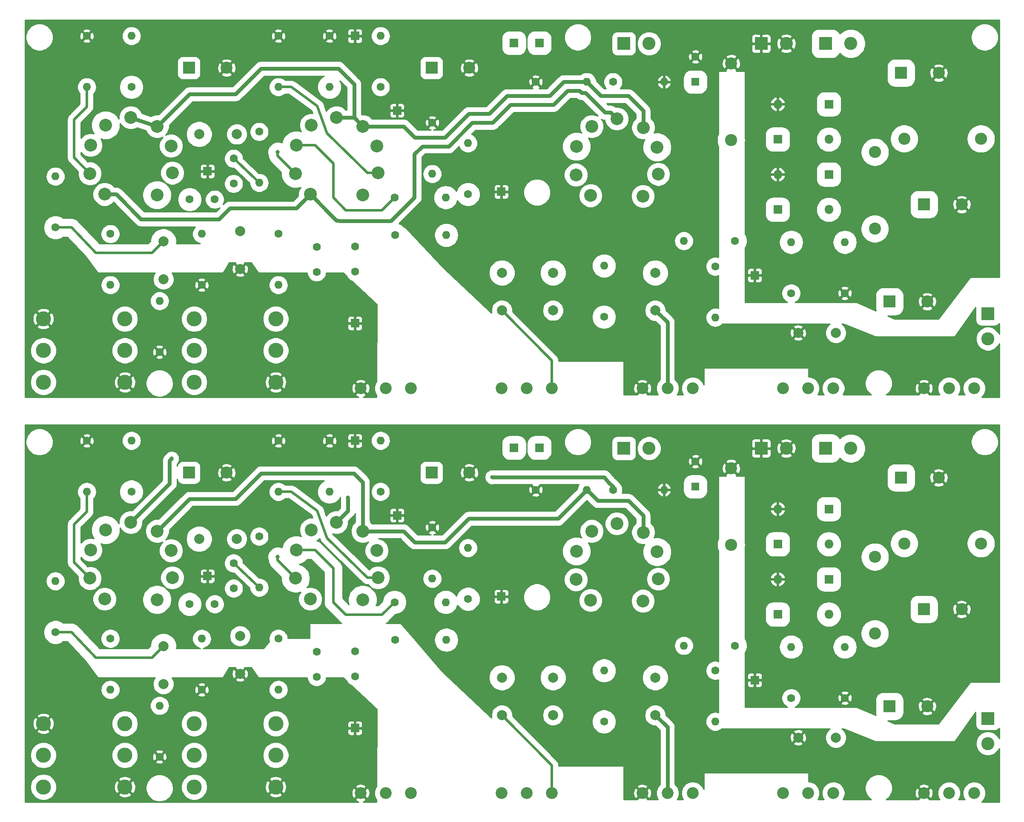
<source format=gbl>
%MOIN*%
%OFA0B0*%
%FSLAX46Y46*%
%IPPOS*%
%LPD*%
%ADD10C,0.11811023622047245*%
%ADD11C,0.062992125984251982*%
%ADD12R,0.062992125984251982X0.062992125984251982*%
%ADD13C,0.07874015748031496*%
%ADD14O,0.094488188976377951X0.094488188976377951*%
%ADD15C,0.094488188976377951*%
%ADD16C,0.1*%
%ADD17C,0.10236220472440946*%
%ADD18R,0.10236220472440946X0.10236220472440946*%
%ADD19R,0.094488188976377951X0.094488188976377951*%
%ADD20R,0.066929133858267723X0.066929133858267723*%
%ADD21R,0.070866141732283464X0.070866141732283464*%
%ADD22O,0.070866141732283464X0.070866141732283464*%
%ADD23O,0.062992125984251982X0.062992125984251982*%
%ADD24C,0.09212598425196851*%
%ADD25C,0.031496062992125991*%
%ADD26C,0.01968503937007874*%
%ADD27C,0.029527559055118113*%
%ADD28C,0.01*%
%ADD39C,0.094488188976377951*%
%ADD40O,0.094488188976377951X0.094488188976377951*%
%ADD41C,0.11811023622047245*%
%ADD42C,0.09212598425196851*%
%ADD43C,0.062992125984251982*%
%ADD44R,0.062992125984251982X0.062992125984251982*%
%ADD45C,0.07874015748031496*%
%ADD46C,0.1*%
%ADD47C,0.10236220472440946*%
%ADD48R,0.10236220472440946X0.10236220472440946*%
%ADD49R,0.094488188976377951X0.094488188976377951*%
%ADD50R,0.066929133858267723X0.066929133858267723*%
%ADD51R,0.070866141732283464X0.070866141732283464*%
%ADD52O,0.070866141732283464X0.070866141732283464*%
%ADD53O,0.062992125984251982X0.062992125984251982*%
%ADD54C,0.031496062992125991*%
%ADD55C,0.01968503937007874*%
%ADD56C,0.029527559055118113*%
%ADD57C,0.01*%
%LPD*%
D10*
X-0001771653Y0005177165D02*
X0000188976Y0000165354D03*
X0000188976Y0000413385D03*
X0000188976Y0000661417D03*
X0000826771Y0000165354D03*
X0000826771Y0000413385D03*
X0000826771Y0000661417D03*
X0001370078Y0000165354D03*
X0001370078Y0000413385D03*
X0001370078Y0000661417D03*
X0002007874Y0000165354D03*
X0002007874Y0000413385D03*
X0002007874Y0000661417D03*
D11*
X0005293346Y0002714015D03*
D12*
X0005293346Y0002517165D03*
D11*
X0001678346Y0001720314D03*
X0001678346Y0001917165D03*
X0002628346Y0001030314D03*
X0002628346Y0001227165D03*
D13*
X0004178346Y0001022440D03*
X0004178346Y0000727165D03*
X0004978346Y0000726889D03*
X0004978346Y0001022165D03*
X0001408070Y0002107165D03*
X0001703346Y0002107165D03*
X0001728346Y0001051889D03*
X0001728346Y0001347165D03*
X0001128346Y0000971889D03*
X0001128346Y0001267165D03*
X0003778346Y0001022440D03*
X0003778346Y0000727165D03*
D14*
X0005573346Y0002062165D03*
D15*
X0005573346Y0002662165D03*
D16*
X0000668346Y0001637165D03*
X0001078346Y0001632165D03*
X0000553385Y0001799370D03*
X0000558228Y0002021062D03*
X0000676338Y0002178700D03*
X0000873346Y0002237755D03*
X0001080354Y0002168700D03*
X0001198307Y0001804370D03*
X0001188464Y0002016062D03*
D17*
X0006005196Y0002817165D03*
D18*
X0005808346Y0002817165D03*
D15*
X0007108622Y0000797165D03*
D19*
X0006813346Y0000797165D03*
D15*
X0007198622Y0002587165D03*
D19*
X0006903346Y0002587165D03*
D15*
X0003523622Y0002627165D03*
D19*
X0003228346Y0002627165D03*
D15*
X0001623622Y0002627165D03*
D19*
X0001328346Y0002627165D03*
D15*
X0007378622Y0001557165D03*
D19*
X0007083346Y0001557165D03*
D20*
X0003873346Y0002822165D03*
X0002628346Y0000627165D03*
X0003773346Y0001657165D03*
X0004071968Y0002822165D03*
D16*
X0002798464Y0002016023D03*
X0002808307Y0001804330D03*
X0002690354Y0002168661D03*
X0002483346Y0002237716D03*
X0002286338Y0002178661D03*
X0002168228Y0002021023D03*
X0002163385Y0001799330D03*
X0002688346Y0001632125D03*
X0002278346Y0001637125D03*
D11*
X0001333346Y0001597165D03*
X0001530196Y0001597165D03*
X0002328346Y0001027165D03*
X0002328346Y0001224015D03*
D21*
X0005937795Y0001517165D03*
D22*
X0006337795Y0001517165D03*
X0005937795Y0001792165D03*
D21*
X0006337795Y0001792165D03*
X0005937795Y0002067165D03*
D22*
X0006337795Y0002067165D03*
X0005937795Y0002342165D03*
D21*
X0006337795Y0002342165D03*
D23*
X0001098346Y0000802165D03*
D11*
X0001098346Y0000402165D03*
D23*
X0000713346Y0000927165D03*
D11*
X0000713346Y0001327165D03*
D23*
X0001428346Y0001327165D03*
D11*
X0001428346Y0000927165D03*
X0000283346Y0001377165D03*
D23*
X0000283346Y0001777165D03*
D11*
X0002028346Y0001327165D03*
D23*
X0002028346Y0000927165D03*
X0000528346Y0002477165D03*
D11*
X0000528346Y0002877165D03*
D23*
X0000878346Y0002877165D03*
D11*
X0000878346Y0002477165D03*
X0006463346Y0000862165D03*
D23*
X0006463346Y0001262165D03*
D11*
X0001878346Y0002127165D03*
D23*
X0001878346Y0001727165D03*
D11*
X0002028346Y0002877165D03*
D23*
X0002028346Y0002477165D03*
D15*
X0006928346Y0002072165D03*
D14*
X0007528346Y0002072165D03*
D23*
X0002828346Y0002877165D03*
D11*
X0002828346Y0002477165D03*
D14*
X0006698346Y0001967165D03*
D15*
X0006698346Y0001367165D03*
D23*
X0003233346Y0001797165D03*
D11*
X0003233346Y0002197165D03*
D23*
X0003513346Y0002037165D03*
D11*
X0003513346Y0001637165D03*
D23*
X0006043346Y0001262165D03*
D11*
X0006043346Y0000862165D03*
X0002428346Y0002877165D03*
D23*
X0002428346Y0002477165D03*
D11*
X0004578346Y0000677165D03*
D23*
X0004578346Y0001077165D03*
D11*
X0005448346Y0001077165D03*
D23*
X0005448346Y0000677165D03*
X0005203346Y0001272165D03*
D11*
X0005603346Y0001272165D03*
D23*
X0004443346Y0002492165D03*
D11*
X0004043346Y0002492165D03*
X0004648346Y0002492165D03*
D23*
X0005048346Y0002492165D03*
D16*
X0004473346Y0001627165D03*
X0004883346Y0001622165D03*
X0004358385Y0001789370D03*
X0004363228Y0002011062D03*
X0004481338Y0002168700D03*
X0004678346Y0002227755D03*
X0004885354Y0002158700D03*
X0005003307Y0001794370D03*
X0004993464Y0002006062D03*
D17*
X0006510196Y0002817165D03*
D18*
X0006313346Y0002817165D03*
X0004733346Y0002817165D03*
D17*
X0004930196Y0002817165D03*
D20*
X0005758346Y0001002165D03*
D13*
X0006393346Y0000552165D03*
X0006098070Y0000552165D03*
D20*
X0002628346Y0002877165D03*
X0001473346Y0001817165D03*
X0002958346Y0002292165D03*
D18*
X0007583346Y0000702165D03*
D17*
X0007583346Y0000505314D03*
D11*
X0002938346Y0001612165D03*
D23*
X0003338346Y0001612165D03*
D11*
X0002943346Y0001317165D03*
D23*
X0003343346Y0001317165D03*
D24*
X0006374015Y0000117165D03*
X0006177165Y0000117165D03*
X0005980314Y0000117165D03*
X0003066929Y0000118110D03*
X0002870078Y0000118110D03*
X0002673228Y0000118110D03*
X0007082677Y0000118110D03*
X0007279527Y0000118110D03*
X0007476377Y0000118110D03*
X0005272047Y0000118110D03*
X0005075196Y0000118110D03*
X0004878346Y0000118110D03*
X0003775590Y0000118110D03*
X0003972440Y0000118110D03*
X0004169291Y0000118110D03*
D25*
X0002573346Y0002432125D03*
X0001193346Y0002737165D03*
X0003703346Y0002592165D03*
X0002023346Y0001967165D03*
D26*
X0006185039Y0000145472D02*
X0006185039Y0000117165D01*
X0001038346Y0001177165D02*
X0001128346Y0001267165D01*
X0000407888Y0001377165D02*
X0000283346Y0001377165D01*
X0000598346Y0001177165D02*
X0001038346Y0001177165D01*
X0000407888Y0001377165D02*
X0000598346Y0001177165D01*
X0001878346Y0001727165D02*
X0001678346Y0001917165D01*
X0002128346Y0002477165D02*
X0002028346Y0002477165D01*
X0002333346Y0002327165D02*
X0002128346Y0002477165D01*
X0002408346Y0002114498D02*
X0002333346Y0002327165D01*
X0002808307Y0001804330D02*
X0002726181Y0001804330D01*
X0002726181Y0001804330D02*
X0002408346Y0002114498D01*
D27*
X0005075196Y0000633464D02*
X0004978346Y0000726889D01*
X0005075196Y0000118110D02*
X0005075196Y0000633464D01*
D26*
X0004169291Y0000328346D02*
X0004169291Y0000118110D01*
X0003778346Y0000727165D02*
X0004169291Y0000333858D01*
X0004169291Y0000333858D02*
X0004169291Y0000328346D01*
X0000553385Y0001799370D02*
X0000428346Y0001924409D01*
X0000428346Y0001924409D02*
X0000428346Y0002222165D01*
X0000528346Y0002322165D02*
X0000528346Y0002477165D01*
X0000428346Y0002222165D02*
X0000528346Y0002322165D01*
D27*
X0002483346Y0002237716D02*
X0002573346Y0002327716D01*
X0002573346Y0002327716D02*
X0002573346Y0002432125D01*
X0001177598Y0002542007D02*
X0000923346Y0002287755D01*
X0001177598Y0002721417D02*
X0001177598Y0002542007D01*
X0001193346Y0002737165D02*
X0001177598Y0002721417D01*
X0000923346Y0002287755D02*
X0000873346Y0002237755D01*
X0004616850Y0002548661D02*
X0004648346Y0002517165D01*
X0004578346Y0002592165D02*
X0004616850Y0002548661D01*
X0003703346Y0002592165D02*
X0004578346Y0002592165D01*
X0004885354Y0002158700D02*
X0004885354Y0002290157D01*
X0004885354Y0002290157D02*
X0004768346Y0002407165D01*
X0001693346Y0002422165D02*
X0001333818Y0002422165D01*
X0001333818Y0002422165D02*
X0001080354Y0002168700D01*
X0002690354Y0002239372D02*
X0002688346Y0002241379D01*
X0002690354Y0002168661D02*
X0002690354Y0002239372D01*
X0002688346Y0002241379D02*
X0002688346Y0002552165D01*
X0002688346Y0002552165D02*
X0002618346Y0002622165D01*
X0002618346Y0002622165D02*
X0001893346Y0002622165D01*
X0001893346Y0002622165D02*
X0001693346Y0002422165D01*
X0004474842Y0002460669D02*
X0004443346Y0002492165D01*
X0004528976Y0002406535D02*
X0004474842Y0002460669D01*
X0004689448Y0002406535D02*
X0004528976Y0002406535D01*
X0004690078Y0002407165D02*
X0004689448Y0002406535D01*
X0004768346Y0002407165D02*
X0004690078Y0002407165D01*
X0003008346Y0002168661D02*
X0002690354Y0002168661D01*
X0003094842Y0002082165D02*
X0003008346Y0002168661D01*
X0003333346Y0002082165D02*
X0003094842Y0002082165D01*
X0003518346Y0002267165D02*
X0003333346Y0002082165D01*
X0004443346Y0002492165D02*
X0004218346Y0002267165D01*
X0004218346Y0002267165D02*
X0003518346Y0002267165D01*
D26*
X0002314488Y0002021023D02*
X0002168228Y0002021023D01*
X0002458346Y0001877165D02*
X0002314488Y0002021023D01*
X0002458346Y0001612165D02*
X0002458346Y0001877165D01*
X0002557283Y0001513228D02*
X0002458346Y0001612165D01*
X0002938346Y0001612165D02*
X0002839409Y0001513228D01*
X0002839409Y0001513228D02*
X0002557283Y0001513228D01*
X0002023346Y0001967165D02*
X0002023346Y0001939370D01*
X0002023346Y0001939370D02*
X0002163385Y0001799330D01*
D28*
G36*
X0007671181Y0000987165D02*
G01*
X0007448346Y0000987165D01*
X0007447699Y0000987123D01*
X0007446744Y0000986901D01*
X0007445851Y0000986498D01*
X0007445054Y0000985928D01*
X0007444383Y0000985213D01*
X0007195884Y0000662165D01*
X0006854383Y0000662165D01*
X0006800404Y0000685556D01*
X0006860590Y0000685556D01*
X0006873147Y0000686792D01*
X0006885221Y0000690455D01*
X0006896349Y0000696403D01*
X0006906103Y0000704408D01*
X0006914108Y0000714161D01*
X0006920056Y0000725289D01*
X0006923718Y0000737364D01*
X0006924653Y0000746851D01*
X0007065378Y0000746851D01*
X0007070098Y0000735636D01*
X0007082842Y0000729303D01*
X0007096577Y0000725577D01*
X0007110774Y0000724603D01*
X0007124889Y0000726417D01*
X0007138379Y0000730950D01*
X0007147145Y0000735636D01*
X0007151865Y0000746851D01*
X0007108622Y0000790094D01*
X0007065378Y0000746851D01*
X0006924653Y0000746851D01*
X0006924955Y0000749921D01*
X0006924955Y0000795012D01*
X0007036060Y0000795012D01*
X0007037874Y0000780897D01*
X0007042407Y0000767408D01*
X0007047093Y0000758642D01*
X0007058307Y0000753922D01*
X0007101550Y0000797165D01*
X0007115693Y0000797165D01*
X0007158936Y0000753922D01*
X0007170151Y0000758642D01*
X0007176484Y0000771386D01*
X0007180209Y0000785120D01*
X0007181183Y0000799318D01*
X0007179369Y0000813432D01*
X0007174836Y0000826922D01*
X0007170151Y0000835688D01*
X0007158936Y0000840408D01*
X0007115693Y0000797165D01*
X0007101550Y0000797165D01*
X0007058307Y0000840408D01*
X0007047093Y0000835688D01*
X0007040759Y0000822944D01*
X0007037034Y0000809209D01*
X0007036060Y0000795012D01*
X0006924955Y0000795012D01*
X0006924955Y0000844409D01*
X0006924653Y0000847479D01*
X0007065378Y0000847479D01*
X0007108622Y0000804236D01*
X0007151865Y0000847479D01*
X0007147145Y0000858694D01*
X0007134401Y0000865027D01*
X0007120666Y0000868752D01*
X0007106469Y0000869727D01*
X0007092354Y0000867912D01*
X0007078864Y0000863379D01*
X0007070098Y0000858694D01*
X0007065378Y0000847479D01*
X0006924653Y0000847479D01*
X0006923718Y0000856966D01*
X0006920056Y0000869040D01*
X0006914108Y0000880168D01*
X0006906103Y0000889922D01*
X0006896349Y0000897926D01*
X0006885221Y0000903875D01*
X0006873147Y0000907537D01*
X0006860590Y0000908774D01*
X0006766102Y0000908774D01*
X0006753545Y0000907537D01*
X0006741470Y0000903875D01*
X0006730343Y0000897926D01*
X0006720589Y0000889922D01*
X0006712584Y0000880168D01*
X0006706636Y0000869040D01*
X0006702974Y0000856966D01*
X0006701737Y0000844409D01*
X0006701737Y0000749921D01*
X0006702974Y0000737364D01*
X0006706322Y0000726324D01*
X0006555334Y0000791753D01*
X0006554321Y0000792069D01*
X0006553346Y0000792165D01*
X0006072599Y0000792165D01*
X0006079282Y0000794933D01*
X0006091708Y0000803236D01*
X0006102275Y0000813803D01*
X0006108475Y0000823082D01*
X0006431334Y0000823082D01*
X0006434152Y0000813477D01*
X0006444212Y0000808717D01*
X0006455007Y0000806011D01*
X0006466122Y0000805463D01*
X0006477131Y0000807095D01*
X0006487609Y0000810842D01*
X0006492539Y0000813477D01*
X0006495358Y0000823082D01*
X0006463346Y0000855094D01*
X0006431334Y0000823082D01*
X0006108475Y0000823082D01*
X0006110578Y0000826229D01*
X0006116297Y0000840036D01*
X0006119212Y0000854693D01*
X0006119212Y0000859389D01*
X0006406645Y0000859389D01*
X0006408276Y0000848380D01*
X0006412023Y0000837901D01*
X0006414658Y0000832971D01*
X0006424263Y0000830153D01*
X0006456275Y0000862165D01*
X0006470417Y0000862165D01*
X0006502429Y0000830153D01*
X0006512034Y0000832971D01*
X0006516794Y0000843031D01*
X0006519500Y0000853826D01*
X0006520047Y0000864941D01*
X0006518416Y0000875949D01*
X0006514669Y0000886428D01*
X0006512034Y0000891358D01*
X0006502429Y0000894177D01*
X0006470417Y0000862165D01*
X0006456275Y0000862165D01*
X0006424263Y0000894177D01*
X0006414658Y0000891358D01*
X0006409898Y0000881299D01*
X0006407192Y0000870504D01*
X0006406645Y0000859389D01*
X0006119212Y0000859389D01*
X0006119212Y0000869637D01*
X0006116297Y0000884294D01*
X0006110578Y0000898101D01*
X0006108475Y0000901248D01*
X0006431334Y0000901248D01*
X0006463346Y0000869236D01*
X0006495358Y0000901248D01*
X0006492539Y0000910853D01*
X0006482480Y0000915612D01*
X0006471685Y0000918318D01*
X0006460570Y0000918866D01*
X0006449561Y0000917235D01*
X0006439082Y0000913488D01*
X0006434152Y0000910853D01*
X0006431334Y0000901248D01*
X0006108475Y0000901248D01*
X0006102275Y0000910527D01*
X0006091708Y0000921094D01*
X0006079282Y0000929397D01*
X0006065475Y0000935116D01*
X0006050818Y0000938031D01*
X0006035874Y0000938031D01*
X0006021217Y0000935116D01*
X0006007410Y0000929397D01*
X0005994984Y0000921094D01*
X0005984417Y0000910527D01*
X0005976114Y0000898101D01*
X0005970395Y0000884294D01*
X0005967480Y0000869637D01*
X0005967480Y0000854693D01*
X0005970395Y0000840036D01*
X0005976114Y0000826229D01*
X0005984417Y0000813803D01*
X0005994984Y0000803236D01*
X0006007410Y0000794933D01*
X0006014093Y0000792165D01*
X0005683346Y0000792165D01*
X0005683346Y0000968700D01*
X0005699760Y0000968700D01*
X0005700243Y0000963799D01*
X0005701673Y0000959087D01*
X0005703994Y0000954744D01*
X0005707118Y0000950937D01*
X0005710925Y0000947813D01*
X0005715268Y0000945492D01*
X0005719981Y0000944062D01*
X0005724881Y0000943579D01*
X0005747096Y0000943700D01*
X0005753346Y0000949950D01*
X0005753346Y0000997165D01*
X0005763346Y0000997165D01*
X0005763346Y0000949950D01*
X0005769596Y0000943700D01*
X0005791811Y0000943579D01*
X0005796711Y0000944062D01*
X0005801424Y0000945492D01*
X0005805767Y0000947813D01*
X0005809574Y0000950937D01*
X0005812698Y0000954744D01*
X0005815019Y0000959087D01*
X0005816449Y0000963799D01*
X0005816931Y0000968700D01*
X0005816811Y0000990915D01*
X0005810561Y0000997165D01*
X0005763346Y0000997165D01*
X0005753346Y0000997165D01*
X0005706131Y0000997165D01*
X0005699881Y0000990915D01*
X0005699760Y0000968700D01*
X0005683346Y0000968700D01*
X0005683346Y0001035629D01*
X0005699760Y0001035629D01*
X0005699881Y0001013415D01*
X0005706131Y0001007165D01*
X0005753346Y0001007165D01*
X0005753346Y0001054379D01*
X0005763346Y0001054379D01*
X0005763346Y0001007165D01*
X0005810561Y0001007165D01*
X0005816811Y0001013415D01*
X0005816931Y0001035629D01*
X0005816449Y0001040530D01*
X0005815019Y0001045243D01*
X0005812698Y0001049586D01*
X0005809574Y0001053393D01*
X0005805767Y0001056517D01*
X0005801424Y0001058838D01*
X0005796711Y0001060268D01*
X0005791811Y0001060750D01*
X0005769596Y0001060629D01*
X0005763346Y0001054379D01*
X0005753346Y0001054379D01*
X0005747096Y0001060629D01*
X0005724881Y0001060750D01*
X0005719981Y0001060268D01*
X0005715268Y0001058838D01*
X0005710925Y0001056517D01*
X0005707118Y0001053393D01*
X0005703994Y0001049586D01*
X0005701673Y0001045243D01*
X0005700243Y0001040530D01*
X0005699760Y0001035629D01*
X0005683346Y0001035629D01*
X0005683346Y0001219906D01*
X0005688022Y0001226904D01*
X0005695225Y0001244294D01*
X0005698780Y0001262165D01*
X0005947332Y0001262165D01*
X0005949177Y0001243434D01*
X0005954641Y0001225422D01*
X0005963514Y0001208823D01*
X0005975454Y0001194273D01*
X0005990004Y0001182333D01*
X0006006603Y0001173460D01*
X0006024615Y0001167996D01*
X0006038652Y0001166614D01*
X0006048040Y0001166614D01*
X0006062077Y0001167996D01*
X0006080089Y0001173460D01*
X0006096688Y0001182333D01*
X0006111238Y0001194273D01*
X0006123178Y0001208823D01*
X0006132051Y0001225422D01*
X0006137515Y0001243434D01*
X0006139359Y0001262165D01*
X0006367332Y0001262165D01*
X0006369177Y0001243434D01*
X0006374641Y0001225422D01*
X0006383514Y0001208823D01*
X0006395454Y0001194273D01*
X0006410004Y0001182333D01*
X0006426603Y0001173460D01*
X0006444615Y0001167996D01*
X0006458652Y0001166614D01*
X0006468040Y0001166614D01*
X0006482077Y0001167996D01*
X0006500089Y0001173460D01*
X0006516688Y0001182333D01*
X0006531238Y0001194273D01*
X0006543178Y0001208823D01*
X0006552051Y0001225422D01*
X0006557515Y0001243434D01*
X0006559359Y0001262165D01*
X0006557515Y0001280896D01*
X0006552051Y0001298908D01*
X0006543178Y0001315507D01*
X0006531238Y0001330057D01*
X0006516688Y0001341997D01*
X0006500089Y0001350870D01*
X0006482077Y0001356333D01*
X0006468040Y0001357716D01*
X0006458652Y0001357716D01*
X0006444615Y0001356333D01*
X0006426603Y0001350870D01*
X0006410004Y0001341997D01*
X0006395454Y0001330057D01*
X0006383514Y0001315507D01*
X0006374641Y0001298908D01*
X0006369177Y0001280896D01*
X0006367332Y0001262165D01*
X0006139359Y0001262165D01*
X0006137515Y0001280896D01*
X0006132051Y0001298908D01*
X0006123178Y0001315507D01*
X0006111238Y0001330057D01*
X0006096688Y0001341997D01*
X0006080089Y0001350870D01*
X0006062077Y0001356333D01*
X0006048040Y0001357716D01*
X0006038652Y0001357716D01*
X0006024615Y0001356333D01*
X0006006603Y0001350870D01*
X0005990004Y0001341997D01*
X0005975454Y0001330057D01*
X0005963514Y0001315507D01*
X0005954641Y0001298908D01*
X0005949177Y0001280896D01*
X0005947332Y0001262165D01*
X0005698780Y0001262165D01*
X0005698897Y0001262754D01*
X0005698897Y0001281576D01*
X0005695225Y0001300036D01*
X0005688022Y0001317425D01*
X0005683346Y0001324424D01*
X0005683346Y0001378127D01*
X0006587047Y0001378127D01*
X0006587047Y0001356203D01*
X0006591324Y0001334700D01*
X0006599714Y0001314445D01*
X0006611894Y0001296216D01*
X0006627397Y0001280713D01*
X0006645626Y0001268533D01*
X0006665881Y0001260143D01*
X0006687384Y0001255866D01*
X0006709308Y0001255866D01*
X0006730811Y0001260143D01*
X0006751066Y0001268533D01*
X0006769295Y0001280713D01*
X0006784798Y0001296216D01*
X0006796978Y0001314445D01*
X0006805368Y0001334700D01*
X0006809645Y0001356203D01*
X0006809645Y0001378127D01*
X0006805368Y0001399630D01*
X0006796978Y0001419885D01*
X0006784798Y0001438114D01*
X0006769295Y0001453617D01*
X0006751066Y0001465797D01*
X0006730811Y0001474187D01*
X0006709308Y0001478464D01*
X0006687384Y0001478464D01*
X0006665881Y0001474187D01*
X0006645626Y0001465797D01*
X0006627397Y0001453617D01*
X0006611894Y0001438114D01*
X0006599714Y0001419885D01*
X0006591324Y0001399630D01*
X0006587047Y0001378127D01*
X0005683346Y0001378127D01*
X0005683346Y0001552598D01*
X0005837997Y0001552598D01*
X0005837997Y0001481732D01*
X0005839233Y0001469175D01*
X0005842896Y0001457100D01*
X0005848844Y0001445972D01*
X0005856849Y0001436219D01*
X0005866602Y0001428214D01*
X0005877730Y0001422266D01*
X0005889805Y0001418604D01*
X0005902362Y0001417367D01*
X0005973228Y0001417367D01*
X0005985785Y0001418604D01*
X0005997859Y0001422266D01*
X0006008987Y0001428214D01*
X0006018741Y0001436219D01*
X0006026745Y0001445972D01*
X0006032693Y0001457100D01*
X0006036356Y0001469175D01*
X0006037593Y0001481732D01*
X0006037593Y0001517165D01*
X0006237825Y0001517165D01*
X0006239746Y0001497662D01*
X0006245435Y0001478908D01*
X0006254673Y0001461625D01*
X0006267106Y0001446476D01*
X0006282255Y0001434043D01*
X0006299538Y0001424805D01*
X0006318292Y0001419116D01*
X0006332907Y0001417677D01*
X0006342682Y0001417677D01*
X0006357298Y0001419116D01*
X0006376051Y0001424805D01*
X0006393335Y0001434043D01*
X0006408484Y0001446476D01*
X0006420916Y0001461625D01*
X0006430155Y0001478908D01*
X0006435843Y0001497662D01*
X0006437764Y0001517165D01*
X0006435843Y0001536668D01*
X0006430155Y0001555422D01*
X0006420916Y0001572705D01*
X0006408484Y0001587854D01*
X0006393335Y0001600287D01*
X0006385622Y0001604409D01*
X0006971737Y0001604409D01*
X0006971737Y0001509921D01*
X0006972974Y0001497364D01*
X0006976636Y0001485289D01*
X0006982584Y0001474161D01*
X0006990589Y0001464408D01*
X0007000343Y0001456403D01*
X0007011470Y0001450455D01*
X0007023545Y0001446792D01*
X0007036102Y0001445556D01*
X0007130590Y0001445556D01*
X0007143147Y0001446792D01*
X0007155221Y0001450455D01*
X0007166349Y0001456403D01*
X0007176103Y0001464408D01*
X0007184108Y0001474161D01*
X0007190056Y0001485289D01*
X0007193718Y0001497364D01*
X0007194653Y0001506851D01*
X0007335378Y0001506851D01*
X0007340098Y0001495636D01*
X0007352842Y0001489303D01*
X0007366577Y0001485577D01*
X0007380774Y0001484603D01*
X0007394889Y0001486417D01*
X0007408379Y0001490950D01*
X0007417145Y0001495636D01*
X0007421865Y0001506851D01*
X0007378622Y0001550094D01*
X0007335378Y0001506851D01*
X0007194653Y0001506851D01*
X0007194955Y0001509921D01*
X0007194955Y0001555012D01*
X0007306060Y0001555012D01*
X0007307874Y0001540897D01*
X0007312407Y0001527408D01*
X0007317093Y0001518642D01*
X0007328307Y0001513922D01*
X0007371550Y0001557165D01*
X0007385693Y0001557165D01*
X0007428936Y0001513922D01*
X0007440151Y0001518642D01*
X0007446484Y0001531386D01*
X0007450209Y0001545120D01*
X0007451183Y0001559318D01*
X0007449369Y0001573432D01*
X0007444836Y0001586922D01*
X0007440151Y0001595688D01*
X0007428936Y0001600408D01*
X0007385693Y0001557165D01*
X0007371550Y0001557165D01*
X0007328307Y0001600408D01*
X0007317093Y0001595688D01*
X0007310759Y0001582944D01*
X0007307034Y0001569209D01*
X0007306060Y0001555012D01*
X0007194955Y0001555012D01*
X0007194955Y0001604409D01*
X0007194653Y0001607479D01*
X0007335378Y0001607479D01*
X0007378622Y0001564236D01*
X0007421865Y0001607479D01*
X0007417145Y0001618694D01*
X0007404401Y0001625027D01*
X0007390666Y0001628752D01*
X0007376469Y0001629727D01*
X0007362354Y0001627912D01*
X0007348864Y0001623379D01*
X0007340098Y0001618694D01*
X0007335378Y0001607479D01*
X0007194653Y0001607479D01*
X0007193718Y0001616966D01*
X0007190056Y0001629040D01*
X0007184108Y0001640168D01*
X0007176103Y0001649922D01*
X0007166349Y0001657927D01*
X0007155221Y0001663874D01*
X0007143147Y0001667537D01*
X0007130590Y0001668774D01*
X0007036102Y0001668774D01*
X0007023545Y0001667537D01*
X0007011470Y0001663874D01*
X0007000343Y0001657927D01*
X0006990589Y0001649922D01*
X0006982584Y0001640168D01*
X0006976636Y0001629040D01*
X0006972974Y0001616966D01*
X0006971737Y0001604409D01*
X0006385622Y0001604409D01*
X0006376051Y0001609525D01*
X0006357298Y0001615214D01*
X0006342682Y0001616653D01*
X0006332907Y0001616653D01*
X0006318292Y0001615214D01*
X0006299538Y0001609525D01*
X0006282255Y0001600287D01*
X0006267106Y0001587854D01*
X0006254673Y0001572705D01*
X0006245435Y0001555422D01*
X0006239746Y0001536668D01*
X0006237825Y0001517165D01*
X0006037593Y0001517165D01*
X0006037593Y0001552598D01*
X0006036356Y0001565155D01*
X0006032693Y0001577229D01*
X0006026745Y0001588357D01*
X0006018741Y0001598111D01*
X0006008987Y0001606115D01*
X0005997859Y0001612063D01*
X0005985785Y0001615726D01*
X0005973228Y0001616963D01*
X0005902362Y0001616963D01*
X0005889805Y0001615726D01*
X0005877730Y0001612063D01*
X0005866602Y0001606115D01*
X0005856849Y0001598111D01*
X0005848844Y0001588357D01*
X0005842896Y0001577229D01*
X0005839233Y0001565155D01*
X0005837997Y0001552598D01*
X0005683346Y0001552598D01*
X0005683346Y0001777805D01*
X0005879093Y0001777805D01*
X0005881008Y0001771491D01*
X0005886132Y0001760810D01*
X0005893242Y0001751334D01*
X0005902064Y0001743426D01*
X0005912259Y0001737392D01*
X0005923435Y0001733462D01*
X0005932795Y0001738189D01*
X0005932795Y0001787165D01*
X0005942795Y0001787165D01*
X0005942795Y0001738189D01*
X0005952155Y0001733462D01*
X0005963331Y0001737392D01*
X0005973526Y0001743426D01*
X0005982348Y0001751334D01*
X0005989458Y0001760810D01*
X0005994582Y0001771491D01*
X0005996497Y0001777805D01*
X0005991747Y0001787165D01*
X0005942795Y0001787165D01*
X0005932795Y0001787165D01*
X0005883843Y0001787165D01*
X0005879093Y0001777805D01*
X0005683346Y0001777805D01*
X0005683346Y0001806525D01*
X0005879093Y0001806525D01*
X0005883843Y0001797165D01*
X0005932795Y0001797165D01*
X0005932795Y0001846141D01*
X0005942795Y0001846141D01*
X0005942795Y0001797165D01*
X0005991747Y0001797165D01*
X0005996497Y0001806525D01*
X0005994582Y0001812838D01*
X0005989458Y0001823520D01*
X0005986398Y0001827598D01*
X0006237997Y0001827598D01*
X0006237997Y0001756732D01*
X0006239233Y0001744175D01*
X0006242896Y0001732100D01*
X0006248844Y0001720972D01*
X0006256849Y0001711219D01*
X0006266602Y0001703214D01*
X0006277730Y0001697266D01*
X0006289805Y0001693604D01*
X0006302362Y0001692367D01*
X0006373228Y0001692367D01*
X0006385785Y0001693604D01*
X0006397859Y0001697266D01*
X0006408987Y0001703214D01*
X0006418741Y0001711219D01*
X0006426745Y0001720972D01*
X0006432693Y0001732100D01*
X0006436356Y0001744175D01*
X0006437593Y0001756732D01*
X0006437593Y0001827598D01*
X0006436356Y0001840155D01*
X0006432693Y0001852229D01*
X0006426745Y0001863357D01*
X0006418741Y0001873111D01*
X0006408987Y0001881115D01*
X0006397859Y0001887063D01*
X0006385785Y0001890726D01*
X0006373228Y0001891963D01*
X0006302362Y0001891963D01*
X0006289805Y0001890726D01*
X0006277730Y0001887063D01*
X0006266602Y0001881115D01*
X0006256849Y0001873111D01*
X0006248844Y0001863357D01*
X0006242896Y0001852229D01*
X0006239233Y0001840155D01*
X0006237997Y0001827598D01*
X0005986398Y0001827598D01*
X0005982348Y0001832996D01*
X0005973526Y0001840904D01*
X0005963331Y0001846938D01*
X0005952155Y0001850867D01*
X0005942795Y0001846141D01*
X0005932795Y0001846141D01*
X0005923435Y0001850867D01*
X0005912259Y0001846938D01*
X0005902064Y0001840904D01*
X0005893242Y0001832996D01*
X0005886132Y0001823520D01*
X0005881008Y0001812838D01*
X0005879093Y0001806525D01*
X0005683346Y0001806525D01*
X0005683346Y0001967165D01*
X0006586508Y0001967165D01*
X0006588657Y0001945346D01*
X0006595021Y0001924366D01*
X0006605356Y0001905031D01*
X0006619265Y0001888084D01*
X0006636212Y0001874175D01*
X0006655548Y0001863840D01*
X0006676527Y0001857476D01*
X0006692878Y0001855866D01*
X0006703813Y0001855866D01*
X0006720164Y0001857476D01*
X0006741144Y0001863840D01*
X0006760480Y0001874175D01*
X0006777427Y0001888084D01*
X0006791336Y0001905031D01*
X0006801671Y0001924366D01*
X0006808035Y0001945346D01*
X0006810184Y0001967165D01*
X0006808035Y0001988983D01*
X0006801671Y0002009963D01*
X0006791336Y0002029299D01*
X0006777427Y0002046246D01*
X0006760480Y0002060155D01*
X0006741144Y0002070489D01*
X0006720164Y0002076854D01*
X0006703813Y0002078464D01*
X0006692878Y0002078464D01*
X0006676527Y0002076854D01*
X0006655548Y0002070489D01*
X0006636212Y0002060155D01*
X0006619265Y0002046246D01*
X0006605356Y0002029299D01*
X0006595021Y0002009963D01*
X0006588657Y0001988983D01*
X0006586508Y0001967165D01*
X0005683346Y0001967165D01*
X0005683346Y0002043506D01*
X0005685184Y0002062165D01*
X0005683346Y0002080823D01*
X0005683346Y0002102598D01*
X0005837997Y0002102598D01*
X0005837997Y0002031732D01*
X0005839233Y0002019175D01*
X0005842896Y0002007100D01*
X0005848844Y0001995972D01*
X0005856849Y0001986219D01*
X0005866602Y0001978214D01*
X0005877730Y0001972266D01*
X0005889805Y0001968604D01*
X0005902362Y0001967367D01*
X0005973228Y0001967367D01*
X0005985785Y0001968604D01*
X0005997859Y0001972266D01*
X0006008987Y0001978214D01*
X0006018741Y0001986219D01*
X0006026745Y0001995972D01*
X0006032693Y0002007100D01*
X0006036356Y0002019175D01*
X0006037593Y0002031732D01*
X0006037593Y0002067165D01*
X0006237825Y0002067165D01*
X0006239746Y0002047662D01*
X0006245435Y0002028908D01*
X0006254673Y0002011625D01*
X0006267106Y0001996476D01*
X0006282255Y0001984043D01*
X0006299538Y0001974805D01*
X0006318292Y0001969116D01*
X0006332907Y0001967677D01*
X0006342682Y0001967677D01*
X0006357298Y0001969116D01*
X0006376051Y0001974805D01*
X0006393335Y0001984043D01*
X0006408484Y0001996476D01*
X0006420916Y0002011625D01*
X0006430155Y0002028908D01*
X0006435843Y0002047662D01*
X0006437764Y0002067165D01*
X0006436192Y0002083127D01*
X0006817047Y0002083127D01*
X0006817047Y0002061203D01*
X0006821324Y0002039700D01*
X0006829714Y0002019445D01*
X0006841894Y0002001216D01*
X0006857397Y0001985713D01*
X0006875626Y0001973533D01*
X0006895881Y0001965143D01*
X0006917384Y0001960866D01*
X0006939308Y0001960866D01*
X0006960811Y0001965143D01*
X0006981066Y0001973533D01*
X0006999295Y0001985713D01*
X0007014798Y0002001216D01*
X0007026978Y0002019445D01*
X0007035368Y0002039700D01*
X0007039645Y0002061203D01*
X0007039645Y0002072165D01*
X0007416508Y0002072165D01*
X0007418657Y0002050346D01*
X0007425021Y0002029366D01*
X0007435356Y0002010031D01*
X0007449265Y0001993084D01*
X0007466212Y0001979175D01*
X0007485548Y0001968840D01*
X0007506527Y0001962476D01*
X0007522878Y0001960866D01*
X0007533813Y0001960866D01*
X0007550164Y0001962476D01*
X0007571144Y0001968840D01*
X0007590480Y0001979175D01*
X0007607427Y0001993084D01*
X0007621336Y0002010031D01*
X0007631671Y0002029366D01*
X0007638035Y0002050346D01*
X0007640184Y0002072165D01*
X0007638035Y0002093983D01*
X0007631671Y0002114963D01*
X0007621336Y0002134299D01*
X0007607427Y0002151246D01*
X0007590480Y0002165154D01*
X0007571144Y0002175489D01*
X0007550164Y0002181854D01*
X0007533813Y0002183464D01*
X0007522878Y0002183464D01*
X0007506527Y0002181854D01*
X0007485548Y0002175489D01*
X0007466212Y0002165154D01*
X0007449265Y0002151246D01*
X0007435356Y0002134299D01*
X0007425021Y0002114963D01*
X0007418657Y0002093983D01*
X0007416508Y0002072165D01*
X0007039645Y0002072165D01*
X0007039645Y0002083127D01*
X0007035368Y0002104630D01*
X0007026978Y0002124885D01*
X0007014798Y0002143114D01*
X0006999295Y0002158617D01*
X0006981066Y0002170797D01*
X0006960811Y0002179187D01*
X0006939308Y0002183464D01*
X0006917384Y0002183464D01*
X0006895881Y0002179187D01*
X0006875626Y0002170797D01*
X0006857397Y0002158617D01*
X0006841894Y0002143114D01*
X0006829714Y0002124885D01*
X0006821324Y0002104630D01*
X0006817047Y0002083127D01*
X0006436192Y0002083127D01*
X0006435843Y0002086668D01*
X0006430155Y0002105422D01*
X0006420916Y0002122705D01*
X0006408484Y0002137854D01*
X0006393335Y0002150287D01*
X0006376051Y0002159525D01*
X0006357298Y0002165214D01*
X0006342682Y0002166653D01*
X0006332907Y0002166653D01*
X0006318292Y0002165214D01*
X0006299538Y0002159525D01*
X0006282255Y0002150287D01*
X0006267106Y0002137854D01*
X0006254673Y0002122705D01*
X0006245435Y0002105422D01*
X0006239746Y0002086668D01*
X0006237825Y0002067165D01*
X0006037593Y0002067165D01*
X0006037593Y0002102598D01*
X0006036356Y0002115155D01*
X0006032693Y0002127229D01*
X0006026745Y0002138357D01*
X0006018741Y0002148111D01*
X0006008987Y0002156115D01*
X0005997859Y0002162063D01*
X0005985785Y0002165726D01*
X0005973228Y0002166963D01*
X0005902362Y0002166963D01*
X0005889805Y0002165726D01*
X0005877730Y0002162063D01*
X0005866602Y0002156115D01*
X0005856849Y0002148111D01*
X0005848844Y0002138357D01*
X0005842896Y0002127229D01*
X0005839233Y0002115155D01*
X0005837997Y0002102598D01*
X0005683346Y0002102598D01*
X0005683346Y0002327805D01*
X0005879093Y0002327805D01*
X0005881008Y0002321491D01*
X0005886132Y0002310810D01*
X0005893242Y0002301334D01*
X0005902064Y0002293426D01*
X0005912259Y0002287392D01*
X0005923435Y0002283462D01*
X0005932795Y0002288189D01*
X0005932795Y0002337165D01*
X0005942795Y0002337165D01*
X0005942795Y0002288189D01*
X0005952155Y0002283462D01*
X0005963331Y0002287392D01*
X0005973526Y0002293426D01*
X0005982348Y0002301334D01*
X0005989458Y0002310810D01*
X0005994582Y0002321491D01*
X0005996497Y0002327805D01*
X0005991747Y0002337165D01*
X0005942795Y0002337165D01*
X0005932795Y0002337165D01*
X0005883843Y0002337165D01*
X0005879093Y0002327805D01*
X0005683346Y0002327805D01*
X0005683346Y0002356525D01*
X0005879093Y0002356525D01*
X0005883843Y0002347165D01*
X0005932795Y0002347165D01*
X0005932795Y0002396141D01*
X0005942795Y0002396141D01*
X0005942795Y0002347165D01*
X0005991747Y0002347165D01*
X0005996497Y0002356525D01*
X0005994582Y0002362838D01*
X0005989458Y0002373520D01*
X0005986398Y0002377598D01*
X0006237997Y0002377598D01*
X0006237997Y0002306732D01*
X0006239233Y0002294175D01*
X0006242896Y0002282100D01*
X0006248844Y0002270972D01*
X0006256849Y0002261219D01*
X0006266602Y0002253214D01*
X0006277730Y0002247266D01*
X0006289805Y0002243604D01*
X0006302362Y0002242367D01*
X0006373228Y0002242367D01*
X0006385785Y0002243604D01*
X0006397859Y0002247266D01*
X0006408987Y0002253214D01*
X0006418741Y0002261219D01*
X0006426745Y0002270972D01*
X0006432693Y0002282100D01*
X0006436356Y0002294175D01*
X0006437593Y0002306732D01*
X0006437593Y0002377598D01*
X0006436356Y0002390155D01*
X0006432693Y0002402229D01*
X0006426745Y0002413357D01*
X0006418741Y0002423111D01*
X0006408987Y0002431115D01*
X0006397859Y0002437063D01*
X0006385785Y0002440726D01*
X0006373228Y0002441963D01*
X0006302362Y0002441963D01*
X0006289805Y0002440726D01*
X0006277730Y0002437063D01*
X0006266602Y0002431115D01*
X0006256849Y0002423111D01*
X0006248844Y0002413357D01*
X0006242896Y0002402229D01*
X0006239233Y0002390155D01*
X0006237997Y0002377598D01*
X0005986398Y0002377598D01*
X0005982348Y0002382996D01*
X0005973526Y0002390903D01*
X0005963331Y0002396938D01*
X0005952155Y0002400867D01*
X0005942795Y0002396141D01*
X0005932795Y0002396141D01*
X0005923435Y0002400867D01*
X0005912259Y0002396938D01*
X0005902064Y0002390903D01*
X0005893242Y0002382996D01*
X0005886132Y0002373520D01*
X0005881008Y0002362838D01*
X0005879093Y0002356525D01*
X0005683346Y0002356525D01*
X0005683346Y0002597165D01*
X0005683250Y0002598140D01*
X0005682965Y0002599078D01*
X0005682503Y0002599943D01*
X0005681882Y0002600700D01*
X0005681124Y0002601322D01*
X0005680259Y0002601784D01*
X0005679321Y0002602069D01*
X0005678346Y0002602165D01*
X0005612513Y0002602165D01*
X0005616589Y0002611851D01*
X0005573346Y0002655094D01*
X0005530103Y0002611851D01*
X0005534179Y0002602165D01*
X0005478346Y0002602165D01*
X0005477371Y0002602069D01*
X0005476433Y0002601784D01*
X0005475568Y0002601322D01*
X0005474810Y0002600700D01*
X0005474189Y0002599943D01*
X0005473727Y0002599078D01*
X0005473442Y0002598140D01*
X0005473346Y0002597165D01*
X0005473346Y0002111183D01*
X0005470021Y0002104963D01*
X0005463657Y0002083983D01*
X0005461508Y0002062165D01*
X0005463657Y0002040346D01*
X0005470021Y0002019366D01*
X0005473346Y0002013147D01*
X0005473346Y0001148926D01*
X0005470475Y0001150116D01*
X0005455818Y0001153031D01*
X0005440874Y0001153031D01*
X0005426217Y0001150116D01*
X0005412410Y0001144397D01*
X0005399984Y0001136094D01*
X0005389417Y0001125527D01*
X0005381114Y0001113101D01*
X0005375395Y0001099294D01*
X0005372480Y0001084637D01*
X0005372480Y0001069693D01*
X0005375395Y0001055036D01*
X0005381114Y0001041229D01*
X0005389417Y0001028803D01*
X0005399984Y0001018236D01*
X0005412410Y0001009933D01*
X0005426217Y0001004214D01*
X0005440874Y0001001299D01*
X0005455818Y0001001299D01*
X0005470475Y0001004214D01*
X0005473346Y0001005403D01*
X0005473346Y0000748861D01*
X0005463218Y0000751933D01*
X0005452073Y0000753031D01*
X0005444619Y0000753031D01*
X0005433474Y0000751933D01*
X0005419173Y0000747595D01*
X0005405993Y0000740550D01*
X0005394441Y0000731070D01*
X0005384960Y0000719518D01*
X0005377916Y0000706338D01*
X0005373578Y0000692037D01*
X0005372113Y0000677165D01*
X0005373578Y0000662292D01*
X0005377916Y0000647992D01*
X0005384960Y0000634812D01*
X0005394441Y0000623260D01*
X0005405993Y0000613779D01*
X0005419173Y0000606735D01*
X0005433474Y0000602396D01*
X0005444619Y0000601299D01*
X0005452073Y0000601299D01*
X0005463218Y0000602396D01*
X0005477519Y0000606735D01*
X0005490699Y0000613779D01*
X0005500917Y0000622165D01*
X0006347380Y0000622165D01*
X0006339965Y0000617210D01*
X0006328301Y0000605546D01*
X0006319136Y0000591831D01*
X0006312824Y0000576591D01*
X0006309606Y0000560413D01*
X0006309606Y0000543917D01*
X0006312824Y0000527739D01*
X0006319136Y0000512499D01*
X0006328301Y0000498784D01*
X0006339965Y0000487120D01*
X0006353680Y0000477955D01*
X0006368920Y0000471643D01*
X0006385098Y0000468425D01*
X0006401594Y0000468425D01*
X0006417772Y0000471643D01*
X0006433012Y0000477955D01*
X0006446727Y0000487120D01*
X0006458391Y0000498784D01*
X0006467556Y0000512499D01*
X0006473868Y0000527739D01*
X0006477086Y0000543917D01*
X0006477086Y0000560413D01*
X0006473868Y0000576591D01*
X0006467556Y0000591831D01*
X0006458391Y0000605546D01*
X0006446727Y0000617210D01*
X0006439312Y0000622165D01*
X0006452383Y0000622165D01*
X0006701489Y0000522522D01*
X0006702371Y0000522261D01*
X0006703346Y0000522165D01*
X0007323346Y0000522165D01*
X0007324209Y0000522240D01*
X0007325153Y0000522503D01*
X0007326028Y0000522945D01*
X0007326800Y0000523549D01*
X0007327439Y0000524293D01*
X0007487580Y0000752494D01*
X0007487580Y0000650984D01*
X0007488437Y0000642286D01*
X0007490974Y0000633922D01*
X0007495094Y0000626214D01*
X0007500639Y0000619458D01*
X0007507395Y0000613913D01*
X0007515103Y0000609793D01*
X0007523467Y0000607256D01*
X0007532165Y0000606399D01*
X0007634527Y0000606399D01*
X0007643225Y0000607256D01*
X0007651589Y0000609793D01*
X0007659297Y0000613913D01*
X0007666053Y0000619458D01*
X0007671181Y0000625705D01*
X0007671181Y0000542950D01*
X0007668022Y0000550575D01*
X0007657565Y0000566225D01*
X0007644256Y0000579534D01*
X0007628606Y0000589991D01*
X0007611217Y0000597194D01*
X0007592757Y0000600866D01*
X0007573935Y0000600866D01*
X0007555475Y0000597194D01*
X0007538086Y0000589991D01*
X0007522436Y0000579534D01*
X0007509127Y0000566225D01*
X0007498670Y0000550575D01*
X0007491467Y0000533186D01*
X0007487795Y0000514725D01*
X0007487795Y0000495903D01*
X0007491467Y0000477443D01*
X0007498670Y0000460054D01*
X0007509127Y0000444404D01*
X0007522436Y0000431095D01*
X0007538086Y0000420638D01*
X0007555475Y0000413435D01*
X0007573935Y0000409763D01*
X0007592757Y0000409763D01*
X0007611217Y0000413435D01*
X0007628606Y0000420638D01*
X0007644256Y0000431095D01*
X0007657565Y0000444404D01*
X0007668022Y0000460054D01*
X0007671181Y0000467679D01*
X0007671181Y0000049291D01*
X0007535450Y0000049291D01*
X0007546621Y0000060462D01*
X0007556518Y0000075274D01*
X0007563335Y0000091731D01*
X0007566811Y0000109203D01*
X0007566811Y0000127017D01*
X0007563335Y0000144488D01*
X0007556518Y0000160946D01*
X0007546621Y0000175757D01*
X0007534025Y0000188354D01*
X0007519214Y0000198250D01*
X0007502756Y0000205067D01*
X0007485284Y0000208543D01*
X0007467471Y0000208543D01*
X0007449999Y0000205067D01*
X0007433541Y0000198250D01*
X0007418730Y0000188354D01*
X0007406134Y0000175757D01*
X0007396237Y0000160946D01*
X0007389420Y0000144488D01*
X0007385944Y0000127017D01*
X0007385944Y0000109203D01*
X0007389420Y0000091731D01*
X0007396237Y0000075274D01*
X0007401655Y0000067165D01*
X0007354250Y0000067165D01*
X0007359668Y0000075274D01*
X0007366485Y0000091731D01*
X0007369960Y0000109203D01*
X0007369960Y0000127017D01*
X0007366485Y0000144488D01*
X0007359668Y0000160946D01*
X0007349771Y0000175757D01*
X0007337175Y0000188354D01*
X0007322363Y0000198250D01*
X0007305905Y0000205067D01*
X0007288434Y0000208543D01*
X0007270620Y0000208543D01*
X0007253149Y0000205067D01*
X0007236691Y0000198250D01*
X0007221879Y0000188354D01*
X0007209283Y0000175757D01*
X0007199386Y0000160946D01*
X0007192569Y0000144488D01*
X0007189094Y0000127017D01*
X0007189094Y0000109203D01*
X0007192569Y0000091731D01*
X0007199386Y0000075274D01*
X0007204804Y0000067165D01*
X0007124471Y0000067165D01*
X0007125078Y0000068637D01*
X0007082677Y0000111039D01*
X0007040275Y0000068637D01*
X0007040883Y0000067165D01*
X0006786898Y0000067165D01*
X0006796785Y0000073771D01*
X0006811740Y0000088725D01*
X0006823489Y0000106310D01*
X0006827466Y0000115910D01*
X0007011304Y0000115910D01*
X0007013104Y0000102028D01*
X0007017578Y0000088764D01*
X0007022110Y0000080286D01*
X0007033204Y0000075708D01*
X0007075606Y0000118110D01*
X0007089748Y0000118110D01*
X0007132149Y0000075708D01*
X0007143243Y0000080286D01*
X0007149458Y0000092829D01*
X0007153107Y0000106343D01*
X0007154050Y0000120309D01*
X0007152249Y0000134191D01*
X0007147775Y0000147455D01*
X0007143243Y0000155934D01*
X0007132149Y0000160511D01*
X0007089748Y0000118110D01*
X0007075606Y0000118110D01*
X0007033204Y0000160511D01*
X0007022110Y0000155934D01*
X0007015895Y0000143391D01*
X0007012246Y0000129877D01*
X0007011304Y0000115910D01*
X0006827466Y0000115910D01*
X0006831582Y0000125848D01*
X0006835708Y0000146591D01*
X0006835708Y0000167582D01*
X0007040275Y0000167582D01*
X0007082677Y0000125181D01*
X0007125078Y0000167582D01*
X0007120500Y0000178676D01*
X0007107958Y0000184892D01*
X0007094444Y0000188540D01*
X0007080477Y0000189483D01*
X0007066595Y0000187682D01*
X0007053331Y0000183208D01*
X0007044853Y0000178676D01*
X0007040275Y0000167582D01*
X0006835708Y0000167582D01*
X0006835708Y0000167739D01*
X0006831582Y0000188481D01*
X0006823489Y0000208020D01*
X0006811740Y0000225604D01*
X0006796785Y0000240558D01*
X0006779201Y0000252308D01*
X0006759662Y0000260401D01*
X0006738920Y0000264527D01*
X0006717772Y0000264527D01*
X0006697030Y0000260401D01*
X0006677491Y0000252308D01*
X0006659907Y0000240558D01*
X0006644952Y0000225604D01*
X0006633203Y0000208020D01*
X0006625110Y0000188481D01*
X0006620984Y0000167739D01*
X0006620984Y0000146591D01*
X0006625110Y0000125848D01*
X0006633203Y0000106310D01*
X0006644952Y0000088725D01*
X0006659907Y0000073771D01*
X0006669794Y0000067165D01*
X0006449369Y0000067165D01*
X0006454156Y0000074329D01*
X0006460973Y0000090787D01*
X0006464448Y0000108258D01*
X0006464448Y0000126072D01*
X0006460973Y0000143543D01*
X0006454156Y0000160001D01*
X0006444259Y0000174813D01*
X0006431663Y0000187409D01*
X0006416851Y0000197306D01*
X0006400394Y0000204123D01*
X0006382922Y0000207598D01*
X0006365108Y0000207598D01*
X0006347637Y0000204123D01*
X0006331179Y0000197306D01*
X0006316368Y0000187409D01*
X0006303771Y0000174813D01*
X0006293875Y0000160001D01*
X0006287057Y0000143543D01*
X0006283582Y0000126072D01*
X0006283582Y0000108258D01*
X0006287057Y0000090787D01*
X0006293875Y0000074329D01*
X0006298661Y0000067165D01*
X0006252519Y0000067165D01*
X0006257306Y0000074329D01*
X0006264123Y0000090787D01*
X0006267598Y0000108258D01*
X0006267598Y0000126072D01*
X0006264123Y0000143543D01*
X0006257306Y0000160001D01*
X0006247409Y0000174813D01*
X0006234813Y0000187409D01*
X0006220001Y0000197306D01*
X0006203543Y0000204123D01*
X0006186072Y0000207598D01*
X0006178346Y0000207598D01*
X0006178346Y0000272165D01*
X0006178250Y0000273140D01*
X0006177965Y0000274078D01*
X0006177503Y0000274943D01*
X0006176882Y0000275700D01*
X0006176124Y0000276322D01*
X0006175259Y0000276784D01*
X0006174321Y0000277069D01*
X0006173346Y0000277165D01*
X0005363346Y0000277165D01*
X0005362371Y0000277069D01*
X0005361433Y0000276784D01*
X0005360568Y0000276322D01*
X0005359810Y0000275700D01*
X0005359189Y0000274943D01*
X0005358727Y0000274078D01*
X0005358442Y0000273140D01*
X0005358346Y0000272165D01*
X0005358346Y0000146078D01*
X0005352187Y0000160946D01*
X0005342291Y0000175757D01*
X0005329694Y0000188354D01*
X0005314883Y0000198250D01*
X0005298425Y0000205067D01*
X0005280954Y0000208543D01*
X0005263140Y0000208543D01*
X0005245668Y0000205067D01*
X0005229211Y0000198250D01*
X0005214399Y0000188354D01*
X0005201803Y0000175757D01*
X0005191906Y0000160946D01*
X0005185089Y0000144488D01*
X0005181614Y0000127017D01*
X0005181614Y0000109203D01*
X0005185089Y0000091731D01*
X0005191906Y0000075274D01*
X0005197324Y0000067165D01*
X0005149919Y0000067165D01*
X0005155337Y0000075274D01*
X0005162154Y0000091731D01*
X0005165629Y0000109203D01*
X0005165629Y0000127017D01*
X0005162154Y0000144488D01*
X0005155337Y0000160946D01*
X0005145440Y0000175757D01*
X0005134330Y0000186868D01*
X0005134330Y0000507464D01*
X0006060440Y0000507464D01*
X0006064210Y0000497054D01*
X0006075613Y0000491507D01*
X0006087878Y0000488291D01*
X0006100535Y0000487530D01*
X0006113097Y0000489253D01*
X0006125082Y0000493393D01*
X0006131930Y0000497054D01*
X0006135701Y0000507464D01*
X0006098070Y0000545094D01*
X0006060440Y0000507464D01*
X0005134330Y0000507464D01*
X0005134330Y0000549700D01*
X0006033436Y0000549700D01*
X0006035159Y0000537138D01*
X0006039299Y0000525153D01*
X0006042960Y0000518305D01*
X0006053369Y0000514535D01*
X0006090999Y0000552165D01*
X0006105141Y0000552165D01*
X0006142772Y0000514535D01*
X0006153181Y0000518305D01*
X0006158728Y0000529707D01*
X0006161944Y0000541972D01*
X0006162705Y0000554629D01*
X0006160982Y0000567191D01*
X0006156842Y0000579176D01*
X0006153181Y0000586025D01*
X0006142772Y0000589795D01*
X0006105141Y0000552165D01*
X0006090999Y0000552165D01*
X0006053369Y0000589795D01*
X0006042960Y0000586025D01*
X0006037413Y0000574623D01*
X0006034197Y0000562357D01*
X0006033436Y0000549700D01*
X0005134330Y0000549700D01*
X0005134330Y0000596866D01*
X0006060440Y0000596866D01*
X0006098070Y0000559236D01*
X0006135701Y0000596866D01*
X0006131930Y0000607276D01*
X0006120528Y0000612822D01*
X0006108263Y0000616038D01*
X0006095606Y0000616799D01*
X0006083044Y0000615077D01*
X0006071059Y0000610936D01*
X0006064210Y0000607276D01*
X0006060440Y0000596866D01*
X0005134330Y0000596866D01*
X0005134330Y0000631093D01*
X0005134607Y0000634534D01*
X0005133993Y0000639790D01*
X0005133475Y0000645056D01*
X0005133319Y0000645570D01*
X0005133257Y0000646103D01*
X0005131629Y0000651139D01*
X0005130093Y0000656203D01*
X0005129840Y0000656677D01*
X0005129675Y0000657187D01*
X0005127097Y0000661808D01*
X0005124602Y0000666476D01*
X0005124262Y0000666891D01*
X0005124000Y0000667360D01*
X0005120570Y0000671389D01*
X0005117213Y0000675480D01*
X0005114544Y0000677670D01*
X0005062086Y0000728273D01*
X0005062086Y0000735137D01*
X0005058868Y0000751315D01*
X0005052556Y0000766555D01*
X0005043391Y0000780270D01*
X0005031727Y0000791935D01*
X0005018012Y0000801099D01*
X0005002772Y0000807411D01*
X0004986594Y0000810629D01*
X0004970098Y0000810629D01*
X0004953920Y0000807411D01*
X0004938680Y0000801099D01*
X0004924965Y0000791935D01*
X0004913301Y0000780270D01*
X0004904136Y0000766555D01*
X0004897824Y0000751315D01*
X0004894606Y0000735137D01*
X0004894606Y0000718642D01*
X0004897824Y0000702463D01*
X0004904136Y0000687223D01*
X0004913301Y0000673508D01*
X0004924965Y0000661844D01*
X0004938680Y0000652680D01*
X0004953920Y0000646367D01*
X0004970098Y0000643149D01*
X0004979982Y0000643149D01*
X0005016063Y0000608344D01*
X0005016062Y0000186868D01*
X0005004952Y0000175757D01*
X0004995056Y0000160946D01*
X0004988239Y0000144488D01*
X0004984763Y0000127017D01*
X0004984763Y0000109203D01*
X0004988239Y0000091731D01*
X0004995056Y0000075274D01*
X0005000474Y0000067165D01*
X0004920140Y0000067165D01*
X0004920747Y0000068637D01*
X0004878346Y0000111039D01*
X0004835944Y0000068637D01*
X0004836552Y0000067165D01*
X0004733346Y0000067165D01*
X0004733346Y0000115910D01*
X0004806973Y0000115910D01*
X0004808774Y0000102028D01*
X0004813248Y0000088764D01*
X0004817779Y0000080286D01*
X0004828873Y0000075708D01*
X0004871275Y0000118110D01*
X0004885417Y0000118110D01*
X0004927818Y0000075708D01*
X0004938912Y0000080286D01*
X0004945128Y0000092829D01*
X0004948777Y0000106343D01*
X0004949719Y0000120309D01*
X0004947918Y0000134191D01*
X0004943444Y0000147455D01*
X0004938912Y0000155934D01*
X0004927818Y0000160511D01*
X0004885417Y0000118110D01*
X0004871275Y0000118110D01*
X0004828873Y0000160511D01*
X0004817779Y0000155934D01*
X0004811564Y0000143391D01*
X0004807915Y0000129877D01*
X0004806973Y0000115910D01*
X0004733346Y0000115910D01*
X0004733346Y0000167582D01*
X0004835944Y0000167582D01*
X0004878346Y0000125181D01*
X0004920747Y0000167582D01*
X0004916170Y0000178676D01*
X0004903627Y0000184892D01*
X0004890113Y0000188540D01*
X0004876146Y0000189483D01*
X0004862264Y0000187682D01*
X0004849001Y0000183208D01*
X0004840522Y0000178676D01*
X0004835944Y0000167582D01*
X0004733346Y0000167582D01*
X0004733346Y0000327165D01*
X0004733250Y0000328140D01*
X0004732965Y0000329078D01*
X0004732503Y0000329943D01*
X0004731882Y0000330700D01*
X0004731124Y0000331322D01*
X0004730259Y0000331784D01*
X0004729321Y0000332069D01*
X0004728346Y0000332165D01*
X0004223610Y0000332165D01*
X0004223765Y0000333694D01*
X0004223503Y0000336439D01*
X0004223503Y0000336521D01*
X0004223251Y0000339087D01*
X0004222751Y0000344324D01*
X0004222727Y0000344403D01*
X0004222719Y0000344485D01*
X0004221193Y0000349516D01*
X0004219682Y0000354553D01*
X0004219643Y0000354626D01*
X0004219619Y0000354704D01*
X0004217138Y0000359347D01*
X0004214676Y0000363986D01*
X0004214624Y0000364050D01*
X0004214585Y0000364122D01*
X0004211249Y0000368187D01*
X0004209618Y0000370188D01*
X0004209560Y0000370246D01*
X0004207810Y0000372377D01*
X0004205805Y0000374023D01*
X0003862086Y0000719819D01*
X0003862086Y0000735413D01*
X0004094606Y0000735413D01*
X0004094606Y0000718917D01*
X0004097824Y0000702739D01*
X0004104136Y0000687499D01*
X0004113301Y0000673784D01*
X0004124965Y0000662120D01*
X0004138680Y0000652955D01*
X0004153920Y0000646643D01*
X0004170098Y0000643425D01*
X0004186594Y0000643425D01*
X0004202772Y0000646643D01*
X0004218012Y0000652955D01*
X0004231727Y0000662120D01*
X0004243391Y0000673784D01*
X0004251939Y0000686576D01*
X0004482795Y0000686576D01*
X0004482795Y0000667754D01*
X0004486467Y0000649294D01*
X0004493670Y0000631904D01*
X0004504127Y0000616255D01*
X0004517436Y0000602945D01*
X0004533086Y0000592489D01*
X0004550475Y0000585286D01*
X0004568935Y0000581614D01*
X0004587757Y0000581614D01*
X0004606217Y0000585286D01*
X0004623606Y0000592489D01*
X0004639256Y0000602945D01*
X0004652565Y0000616255D01*
X0004663022Y0000631904D01*
X0004670225Y0000649294D01*
X0004673897Y0000667754D01*
X0004673897Y0000686576D01*
X0004670225Y0000705036D01*
X0004663022Y0000722425D01*
X0004652565Y0000738075D01*
X0004639256Y0000751384D01*
X0004623606Y0000761841D01*
X0004606217Y0000769044D01*
X0004587757Y0000772716D01*
X0004568935Y0000772716D01*
X0004550475Y0000769044D01*
X0004533086Y0000761841D01*
X0004517436Y0000751384D01*
X0004504127Y0000738075D01*
X0004493670Y0000722425D01*
X0004486467Y0000705036D01*
X0004482795Y0000686576D01*
X0004251939Y0000686576D01*
X0004252556Y0000687499D01*
X0004258868Y0000702739D01*
X0004262086Y0000718917D01*
X0004262086Y0000735413D01*
X0004258868Y0000751591D01*
X0004252556Y0000766831D01*
X0004243391Y0000780546D01*
X0004231727Y0000792210D01*
X0004218012Y0000801374D01*
X0004202772Y0000807687D01*
X0004186594Y0000810905D01*
X0004170098Y0000810905D01*
X0004153920Y0000807687D01*
X0004138680Y0000801374D01*
X0004124965Y0000792210D01*
X0004113301Y0000780546D01*
X0004104136Y0000766831D01*
X0004097824Y0000751591D01*
X0004094606Y0000735413D01*
X0003862086Y0000735413D01*
X0003858868Y0000751591D01*
X0003852556Y0000766831D01*
X0003843391Y0000780546D01*
X0003831727Y0000792210D01*
X0003818012Y0000801374D01*
X0003802772Y0000807687D01*
X0003786594Y0000810905D01*
X0003770098Y0000810905D01*
X0003753920Y0000807687D01*
X0003738680Y0000801374D01*
X0003724965Y0000792210D01*
X0003713301Y0000780546D01*
X0003704136Y0000766831D01*
X0003697824Y0000751591D01*
X0003694606Y0000735413D01*
X0003694606Y0000718917D01*
X0003696578Y0000709001D01*
X0003353456Y0001032627D01*
X0003674921Y0001032627D01*
X0003674921Y0001012254D01*
X0003678895Y0000992272D01*
X0003686692Y0000973450D01*
X0003698010Y0000956511D01*
X0003712416Y0000942105D01*
X0003729356Y0000930786D01*
X0003748178Y0000922990D01*
X0003768159Y0000919015D01*
X0003788532Y0000919015D01*
X0003808514Y0000922990D01*
X0003827336Y0000930786D01*
X0003844276Y0000942105D01*
X0003858682Y0000956511D01*
X0003870000Y0000973450D01*
X0003877797Y0000992272D01*
X0003881771Y0001012254D01*
X0003881771Y0001032627D01*
X0004074921Y0001032627D01*
X0004074921Y0001012254D01*
X0004078895Y0000992272D01*
X0004086692Y0000973450D01*
X0004098010Y0000956511D01*
X0004112416Y0000942105D01*
X0004129356Y0000930786D01*
X0004148178Y0000922990D01*
X0004168159Y0000919015D01*
X0004188532Y0000919015D01*
X0004208514Y0000922990D01*
X0004227336Y0000930786D01*
X0004244276Y0000942105D01*
X0004258682Y0000956511D01*
X0004270000Y0000973450D01*
X0004277797Y0000992272D01*
X0004281771Y0001012254D01*
X0004281771Y0001032627D01*
X0004277797Y0001052608D01*
X0004270000Y0001071431D01*
X0004266169Y0001077165D01*
X0004482332Y0001077165D01*
X0004484177Y0001058434D01*
X0004489641Y0001040422D01*
X0004498514Y0001023823D01*
X0004510454Y0001009273D01*
X0004525004Y0000997332D01*
X0004541603Y0000988460D01*
X0004559615Y0000982996D01*
X0004573652Y0000981614D01*
X0004583040Y0000981614D01*
X0004597077Y0000982996D01*
X0004615089Y0000988460D01*
X0004631688Y0000997332D01*
X0004646238Y0001009273D01*
X0004658178Y0001023823D01*
X0004662737Y0001032351D01*
X0004874921Y0001032351D01*
X0004874921Y0001011978D01*
X0004878895Y0000991997D01*
X0004886692Y0000973175D01*
X0004898010Y0000956235D01*
X0004912416Y0000941829D01*
X0004929356Y0000930511D01*
X0004948178Y0000922714D01*
X0004968159Y0000918740D01*
X0004988532Y0000918740D01*
X0005008514Y0000922714D01*
X0005027336Y0000930511D01*
X0005044276Y0000941829D01*
X0005058682Y0000956235D01*
X0005070000Y0000973175D01*
X0005077797Y0000991997D01*
X0005081771Y0001011978D01*
X0005081771Y0001032351D01*
X0005077797Y0001052333D01*
X0005070000Y0001071155D01*
X0005058682Y0001088095D01*
X0005044276Y0001102500D01*
X0005027336Y0001113819D01*
X0005008514Y0001121615D01*
X0004988532Y0001125590D01*
X0004968159Y0001125590D01*
X0004948178Y0001121615D01*
X0004929356Y0001113819D01*
X0004912416Y0001102500D01*
X0004898010Y0001088095D01*
X0004886692Y0001071155D01*
X0004878895Y0001052333D01*
X0004874921Y0001032351D01*
X0004662737Y0001032351D01*
X0004667051Y0001040422D01*
X0004672515Y0001058434D01*
X0004674359Y0001077165D01*
X0004672515Y0001095896D01*
X0004667051Y0001113908D01*
X0004658178Y0001130507D01*
X0004646238Y0001145057D01*
X0004631688Y0001156997D01*
X0004615089Y0001165870D01*
X0004597077Y0001171333D01*
X0004583040Y0001172716D01*
X0004573652Y0001172716D01*
X0004559615Y0001171333D01*
X0004541603Y0001165870D01*
X0004525004Y0001156997D01*
X0004510454Y0001145057D01*
X0004498514Y0001130507D01*
X0004489641Y0001113908D01*
X0004484177Y0001095896D01*
X0004482332Y0001077165D01*
X0004266169Y0001077165D01*
X0004258682Y0001088370D01*
X0004244276Y0001102776D01*
X0004227336Y0001114095D01*
X0004208514Y0001121891D01*
X0004188532Y0001125866D01*
X0004168159Y0001125866D01*
X0004148178Y0001121891D01*
X0004129356Y0001114095D01*
X0004112416Y0001102776D01*
X0004098010Y0001088370D01*
X0004086692Y0001071431D01*
X0004078895Y0001052608D01*
X0004074921Y0001032627D01*
X0003881771Y0001032627D01*
X0003877797Y0001052608D01*
X0003870000Y0001071431D01*
X0003858682Y0001088370D01*
X0003844276Y0001102776D01*
X0003827336Y0001114095D01*
X0003808514Y0001121891D01*
X0003788532Y0001125866D01*
X0003768159Y0001125866D01*
X0003748178Y0001121891D01*
X0003729356Y0001114095D01*
X0003712416Y0001102776D01*
X0003698010Y0001088370D01*
X0003686692Y0001071431D01*
X0003678895Y0001052608D01*
X0003674921Y0001032627D01*
X0003353456Y0001032627D01*
X0003291975Y0001090615D01*
X0003098929Y0001317165D01*
X0003247332Y0001317165D01*
X0003249177Y0001298434D01*
X0003254641Y0001280422D01*
X0003263514Y0001263823D01*
X0003275454Y0001249273D01*
X0003290004Y0001237332D01*
X0003306603Y0001228460D01*
X0003324615Y0001222996D01*
X0003338652Y0001221614D01*
X0003348040Y0001221614D01*
X0003362077Y0001222996D01*
X0003380089Y0001228460D01*
X0003396688Y0001237332D01*
X0003411238Y0001249273D01*
X0003423178Y0001263823D01*
X0003427637Y0001272165D01*
X0005127113Y0001272165D01*
X0005128578Y0001257292D01*
X0005132916Y0001242992D01*
X0005139960Y0001229812D01*
X0005149441Y0001218260D01*
X0005160993Y0001208779D01*
X0005174173Y0001201735D01*
X0005188474Y0001197396D01*
X0005199619Y0001196299D01*
X0005207073Y0001196299D01*
X0005218218Y0001197396D01*
X0005232519Y0001201735D01*
X0005245699Y0001208779D01*
X0005257251Y0001218260D01*
X0005266732Y0001229812D01*
X0005273776Y0001242992D01*
X0005278114Y0001257292D01*
X0005279579Y0001272165D01*
X0005278114Y0001287037D01*
X0005273776Y0001301338D01*
X0005266732Y0001314518D01*
X0005257251Y0001326070D01*
X0005245699Y0001335550D01*
X0005232519Y0001342595D01*
X0005218218Y0001346933D01*
X0005207073Y0001348031D01*
X0005199619Y0001348031D01*
X0005188474Y0001346933D01*
X0005174173Y0001342595D01*
X0005160993Y0001335550D01*
X0005149441Y0001326070D01*
X0005139960Y0001314518D01*
X0005132916Y0001301338D01*
X0005128578Y0001287037D01*
X0005127113Y0001272165D01*
X0003427637Y0001272165D01*
X0003432051Y0001280422D01*
X0003437515Y0001298434D01*
X0003439359Y0001317165D01*
X0003437515Y0001335896D01*
X0003432051Y0001353908D01*
X0003423178Y0001370507D01*
X0003411238Y0001385057D01*
X0003396688Y0001396997D01*
X0003380089Y0001405870D01*
X0003362077Y0001411333D01*
X0003348040Y0001412716D01*
X0003338652Y0001412716D01*
X0003324615Y0001411333D01*
X0003306603Y0001405870D01*
X0003290004Y0001396997D01*
X0003275454Y0001385057D01*
X0003263514Y0001370507D01*
X0003254641Y0001353908D01*
X0003249177Y0001335896D01*
X0003247332Y0001317165D01*
X0003098929Y0001317165D01*
X0002989652Y0001445408D01*
X0002988624Y0001446322D01*
X0002987759Y0001446784D01*
X0002986821Y0001447069D01*
X0002985846Y0001447165D01*
X0002872577Y0001447165D01*
X0002880663Y0001451487D01*
X0002891915Y0001460721D01*
X0002894230Y0001463541D01*
X0002947302Y0001516614D01*
X0002947757Y0001516614D01*
X0002966217Y0001520286D01*
X0002983606Y0001527489D01*
X0002999256Y0001537945D01*
X0003012565Y0001551255D01*
X0003023022Y0001566904D01*
X0003030225Y0001584294D01*
X0003033897Y0001602754D01*
X0003033897Y0001612165D01*
X0003242332Y0001612165D01*
X0003244177Y0001593434D01*
X0003249641Y0001575422D01*
X0003258514Y0001558823D01*
X0003270454Y0001544273D01*
X0003285004Y0001532333D01*
X0003301603Y0001523460D01*
X0003319615Y0001517996D01*
X0003333652Y0001516614D01*
X0003343040Y0001516614D01*
X0003357077Y0001517996D01*
X0003375089Y0001523460D01*
X0003391688Y0001532333D01*
X0003406238Y0001544273D01*
X0003418178Y0001558823D01*
X0003427051Y0001575422D01*
X0003430995Y0001588424D01*
X0003439127Y0001576255D01*
X0003452436Y0001562945D01*
X0003468086Y0001552489D01*
X0003485475Y0001545286D01*
X0003503935Y0001541614D01*
X0003522757Y0001541614D01*
X0003541217Y0001545286D01*
X0003558606Y0001552489D01*
X0003574256Y0001562945D01*
X0003587565Y0001576255D01*
X0003598022Y0001591904D01*
X0003605225Y0001609294D01*
X0003608091Y0001623700D01*
X0003714760Y0001623700D01*
X0003715243Y0001618799D01*
X0003716673Y0001614087D01*
X0003718994Y0001609744D01*
X0003722118Y0001605937D01*
X0003725925Y0001602813D01*
X0003730268Y0001600492D01*
X0003734981Y0001599062D01*
X0003739881Y0001598579D01*
X0003762096Y0001598700D01*
X0003768346Y0001604950D01*
X0003768346Y0001652165D01*
X0003778346Y0001652165D01*
X0003778346Y0001604950D01*
X0003784596Y0001598700D01*
X0003806811Y0001598579D01*
X0003811711Y0001599062D01*
X0003816424Y0001600492D01*
X0003820767Y0001602813D01*
X0003824574Y0001605937D01*
X0003827698Y0001609744D01*
X0003830019Y0001614087D01*
X0003831449Y0001618799D01*
X0003831931Y0001623700D01*
X0003831811Y0001645915D01*
X0003825561Y0001652165D01*
X0003778346Y0001652165D01*
X0003768346Y0001652165D01*
X0003721131Y0001652165D01*
X0003714881Y0001645915D01*
X0003714760Y0001623700D01*
X0003608091Y0001623700D01*
X0003608897Y0001627754D01*
X0003608897Y0001646576D01*
X0003605225Y0001665036D01*
X0003598022Y0001682425D01*
X0003592540Y0001690629D01*
X0003714760Y0001690629D01*
X0003714881Y0001668415D01*
X0003721131Y0001662165D01*
X0003768346Y0001662165D01*
X0003768346Y0001709379D01*
X0003778346Y0001709379D01*
X0003778346Y0001662165D01*
X0003825561Y0001662165D01*
X0003826135Y0001662739D01*
X0003945984Y0001662739D01*
X0003945984Y0001641591D01*
X0003950110Y0001620848D01*
X0003958203Y0001601310D01*
X0003969952Y0001583725D01*
X0003984907Y0001568771D01*
X0004002491Y0001557022D01*
X0004022030Y0001548929D01*
X0004042772Y0001544803D01*
X0004063920Y0001544803D01*
X0004084662Y0001548929D01*
X0004104201Y0001557022D01*
X0004121785Y0001568771D01*
X0004136740Y0001583725D01*
X0004148489Y0001601310D01*
X0004156582Y0001620848D01*
X0004159687Y0001636460D01*
X0004378976Y0001636460D01*
X0004378976Y0001617870D01*
X0004382602Y0001599638D01*
X0004389716Y0001582464D01*
X0004400044Y0001567007D01*
X0004413189Y0001553863D01*
X0004428645Y0001543535D01*
X0004445819Y0001536421D01*
X0004464051Y0001532795D01*
X0004482641Y0001532795D01*
X0004500873Y0001536421D01*
X0004518047Y0001543535D01*
X0004533503Y0001553863D01*
X0004546648Y0001567007D01*
X0004556976Y0001582464D01*
X0004564089Y0001599638D01*
X0004567716Y0001617870D01*
X0004567716Y0001631459D01*
X0004788976Y0001631459D01*
X0004788976Y0001612870D01*
X0004792602Y0001594638D01*
X0004799716Y0001577464D01*
X0004810044Y0001562007D01*
X0004823189Y0001548863D01*
X0004838645Y0001538535D01*
X0004855819Y0001531421D01*
X0004874051Y0001527795D01*
X0004892641Y0001527795D01*
X0004910873Y0001531421D01*
X0004928047Y0001538535D01*
X0004943503Y0001548863D01*
X0004956648Y0001562007D01*
X0004966976Y0001577464D01*
X0004974089Y0001594638D01*
X0004977716Y0001612870D01*
X0004977716Y0001631459D01*
X0004974089Y0001649692D01*
X0004966976Y0001666866D01*
X0004956648Y0001682322D01*
X0004943503Y0001695467D01*
X0004928047Y0001705795D01*
X0004910873Y0001712908D01*
X0004892641Y0001716535D01*
X0004874051Y0001716535D01*
X0004855819Y0001712908D01*
X0004838645Y0001705795D01*
X0004823189Y0001695467D01*
X0004810044Y0001682322D01*
X0004799716Y0001666866D01*
X0004792602Y0001649692D01*
X0004788976Y0001631459D01*
X0004567716Y0001631459D01*
X0004567716Y0001636460D01*
X0004564089Y0001654692D01*
X0004556976Y0001671866D01*
X0004546648Y0001687322D01*
X0004533503Y0001700467D01*
X0004518047Y0001710795D01*
X0004500873Y0001717908D01*
X0004482641Y0001721535D01*
X0004464051Y0001721535D01*
X0004445819Y0001717908D01*
X0004428645Y0001710795D01*
X0004413189Y0001700467D01*
X0004400044Y0001687322D01*
X0004389716Y0001671866D01*
X0004382602Y0001654692D01*
X0004378976Y0001636460D01*
X0004159687Y0001636460D01*
X0004160708Y0001641591D01*
X0004160708Y0001662739D01*
X0004156582Y0001683481D01*
X0004148489Y0001703020D01*
X0004136740Y0001720604D01*
X0004121785Y0001735558D01*
X0004104201Y0001747308D01*
X0004084662Y0001755401D01*
X0004063920Y0001759527D01*
X0004042772Y0001759527D01*
X0004022030Y0001755401D01*
X0004002491Y0001747308D01*
X0003984907Y0001735558D01*
X0003969952Y0001720604D01*
X0003958203Y0001703020D01*
X0003950110Y0001683481D01*
X0003945984Y0001662739D01*
X0003826135Y0001662739D01*
X0003831811Y0001668415D01*
X0003831931Y0001690629D01*
X0003831449Y0001695530D01*
X0003830019Y0001700243D01*
X0003827698Y0001704586D01*
X0003824574Y0001708393D01*
X0003820767Y0001711517D01*
X0003816424Y0001713838D01*
X0003811711Y0001715268D01*
X0003806811Y0001715750D01*
X0003784596Y0001715629D01*
X0003778346Y0001709379D01*
X0003768346Y0001709379D01*
X0003762096Y0001715629D01*
X0003739881Y0001715750D01*
X0003734981Y0001715268D01*
X0003730268Y0001713838D01*
X0003725925Y0001711517D01*
X0003722118Y0001708393D01*
X0003718994Y0001704586D01*
X0003716673Y0001700243D01*
X0003715243Y0001695530D01*
X0003714760Y0001690629D01*
X0003592540Y0001690629D01*
X0003587565Y0001698075D01*
X0003574256Y0001711384D01*
X0003558606Y0001721841D01*
X0003541217Y0001729044D01*
X0003522757Y0001732716D01*
X0003503935Y0001732716D01*
X0003485475Y0001729044D01*
X0003468086Y0001721841D01*
X0003452436Y0001711384D01*
X0003439127Y0001698075D01*
X0003428670Y0001682425D01*
X0003421467Y0001665036D01*
X0003420643Y0001660896D01*
X0003418178Y0001665507D01*
X0003406238Y0001680057D01*
X0003391688Y0001691997D01*
X0003375089Y0001700870D01*
X0003357077Y0001706333D01*
X0003343040Y0001707716D01*
X0003333652Y0001707716D01*
X0003319615Y0001706333D01*
X0003301603Y0001700870D01*
X0003285004Y0001691997D01*
X0003270454Y0001680057D01*
X0003258514Y0001665507D01*
X0003249641Y0001648908D01*
X0003244177Y0001630896D01*
X0003242332Y0001612165D01*
X0003033897Y0001612165D01*
X0003033897Y0001621576D01*
X0003030225Y0001640036D01*
X0003023022Y0001657425D01*
X0003012565Y0001673075D01*
X0002999256Y0001686384D01*
X0002983606Y0001696841D01*
X0002966217Y0001704044D01*
X0002947757Y0001707716D01*
X0002928935Y0001707716D01*
X0002910475Y0001704044D01*
X0002893086Y0001696841D01*
X0002877436Y0001686384D01*
X0002864127Y0001673075D01*
X0002853670Y0001657425D01*
X0002846467Y0001640036D01*
X0002842795Y0001621576D01*
X0002842795Y0001621121D01*
X0002808800Y0001587125D01*
X0002793159Y0001587125D01*
X0002798018Y0001598857D01*
X0002802401Y0001620892D01*
X0002802401Y0001643359D01*
X0002798018Y0001665394D01*
X0002789420Y0001686151D01*
X0002776938Y0001704831D01*
X0002761052Y0001720718D01*
X0002742371Y0001733200D01*
X0002721615Y0001741798D01*
X0002699579Y0001746181D01*
X0002677112Y0001746181D01*
X0002655077Y0001741798D01*
X0002634321Y0001733200D01*
X0002615640Y0001720718D01*
X0002599754Y0001704831D01*
X0002587272Y0001686151D01*
X0002578674Y0001665394D01*
X0002574291Y0001643359D01*
X0002574291Y0001620892D01*
X0002578674Y0001598857D01*
X0002580451Y0001594567D01*
X0002532244Y0001642774D01*
X0002532244Y0001873535D01*
X0002532601Y0001877165D01*
X0002532244Y0001880795D01*
X0002532244Y0001880795D01*
X0002531174Y0001891651D01*
X0002530541Y0001893740D01*
X0002528519Y0001900405D01*
X0002526949Y0001905581D01*
X0002520087Y0001918419D01*
X0002516762Y0001922470D01*
X0002513166Y0001926851D01*
X0002513166Y0001926851D01*
X0002510852Y0001929671D01*
X0002508033Y0001931985D01*
X0002369308Y0002070710D01*
X0002366994Y0002073529D01*
X0002355742Y0002082764D01*
X0002342904Y0002089626D01*
X0002328974Y0002093852D01*
X0002328341Y0002093914D01*
X0002331039Y0002095031D01*
X0002346495Y0002105359D01*
X0002352106Y0002110969D01*
X0002356929Y0002097293D01*
X0002358276Y0002093039D01*
X0002359989Y0002089925D01*
X0002361494Y0002086706D01*
X0002362558Y0002085257D01*
X0002363425Y0002083683D01*
X0002365712Y0002080964D01*
X0002367816Y0002078100D01*
X0002371110Y0002075087D01*
X0002686174Y0001767623D01*
X0002687661Y0001765811D01*
X0002689986Y0001763903D01*
X0002690223Y0001763671D01*
X0002692044Y0001762214D01*
X0002695916Y0001759036D01*
X0002696210Y0001758879D01*
X0002696471Y0001758670D01*
X0002700917Y0001756363D01*
X0002705334Y0001754002D01*
X0002705653Y0001753905D01*
X0002705950Y0001753751D01*
X0002710761Y0001752356D01*
X0002715553Y0001750902D01*
X0002715885Y0001750869D01*
X0002716206Y0001750776D01*
X0002721196Y0001750346D01*
X0002723518Y0001750118D01*
X0002723849Y0001750118D01*
X0002726846Y0001749859D01*
X0002729175Y0001750118D01*
X0002731032Y0001750118D01*
X0002735005Y0001744173D01*
X0002748149Y0001731028D01*
X0002763606Y0001720700D01*
X0002780780Y0001713587D01*
X0002799012Y0001709960D01*
X0002817601Y0001709960D01*
X0002835833Y0001713587D01*
X0002853008Y0001720700D01*
X0002868464Y0001731028D01*
X0002881609Y0001744173D01*
X0002891936Y0001759629D01*
X0002899050Y0001776803D01*
X0002902677Y0001795036D01*
X0002902677Y0001797165D01*
X0003157113Y0001797165D01*
X0003158578Y0001782292D01*
X0003162916Y0001767992D01*
X0003169960Y0001754812D01*
X0003179441Y0001743260D01*
X0003190993Y0001733779D01*
X0003204173Y0001726735D01*
X0003218474Y0001722396D01*
X0003229619Y0001721299D01*
X0003237073Y0001721299D01*
X0003248218Y0001722396D01*
X0003262519Y0001726735D01*
X0003275699Y0001733779D01*
X0003287251Y0001743260D01*
X0003296732Y0001754812D01*
X0003303776Y0001767992D01*
X0003308114Y0001782292D01*
X0003309579Y0001797165D01*
X0003309432Y0001798664D01*
X0004264015Y0001798664D01*
X0004264015Y0001780075D01*
X0004267642Y0001761843D01*
X0004274756Y0001744669D01*
X0004285083Y0001729212D01*
X0004298228Y0001716068D01*
X0004313684Y0001705740D01*
X0004330859Y0001698626D01*
X0004349091Y0001695000D01*
X0004367680Y0001695000D01*
X0004385912Y0001698626D01*
X0004403086Y0001705740D01*
X0004418543Y0001716068D01*
X0004431687Y0001729212D01*
X0004442015Y0001744669D01*
X0004449129Y0001761843D01*
X0004452755Y0001780075D01*
X0004452755Y0001798664D01*
X0004451761Y0001803664D01*
X0004908937Y0001803664D01*
X0004908937Y0001785075D01*
X0004912563Y0001766843D01*
X0004919677Y0001749669D01*
X0004930005Y0001734212D01*
X0004943149Y0001721068D01*
X0004958606Y0001710740D01*
X0004975780Y0001703626D01*
X0004994012Y0001700000D01*
X0005012601Y0001700000D01*
X0005030833Y0001703626D01*
X0005048008Y0001710740D01*
X0005063464Y0001721068D01*
X0005076609Y0001734212D01*
X0005086936Y0001749669D01*
X0005094050Y0001766843D01*
X0005097677Y0001785075D01*
X0005097677Y0001803664D01*
X0005094050Y0001821896D01*
X0005086936Y0001839071D01*
X0005076609Y0001854527D01*
X0005063464Y0001867672D01*
X0005048008Y0001877999D01*
X0005030833Y0001885113D01*
X0005012601Y0001888740D01*
X0004994012Y0001888740D01*
X0004975780Y0001885113D01*
X0004958606Y0001877999D01*
X0004943149Y0001867672D01*
X0004930005Y0001854527D01*
X0004919677Y0001839071D01*
X0004912563Y0001821896D01*
X0004908937Y0001803664D01*
X0004451761Y0001803664D01*
X0004449129Y0001816896D01*
X0004442015Y0001834071D01*
X0004431687Y0001849527D01*
X0004418543Y0001862672D01*
X0004403086Y0001872999D01*
X0004385912Y0001880113D01*
X0004367680Y0001883740D01*
X0004349091Y0001883740D01*
X0004330859Y0001880113D01*
X0004313684Y0001872999D01*
X0004298228Y0001862672D01*
X0004285083Y0001849527D01*
X0004274756Y0001834071D01*
X0004267642Y0001816896D01*
X0004264015Y0001798664D01*
X0003309432Y0001798664D01*
X0003308114Y0001812037D01*
X0003303776Y0001826338D01*
X0003296732Y0001839518D01*
X0003287251Y0001851070D01*
X0003275699Y0001860550D01*
X0003262519Y0001867595D01*
X0003248218Y0001871933D01*
X0003237073Y0001873031D01*
X0003229619Y0001873031D01*
X0003218474Y0001871933D01*
X0003204173Y0001867595D01*
X0003190993Y0001860550D01*
X0003179441Y0001851070D01*
X0003169960Y0001839518D01*
X0003162916Y0001826338D01*
X0003158578Y0001812037D01*
X0003157113Y0001797165D01*
X0002902677Y0001797165D01*
X0002902677Y0001813625D01*
X0002899050Y0001831857D01*
X0002891936Y0001849031D01*
X0002881609Y0001864488D01*
X0002868464Y0001877632D01*
X0002853008Y0001887960D01*
X0002835833Y0001895074D01*
X0002817601Y0001898700D01*
X0002799012Y0001898700D01*
X0002780780Y0001895074D01*
X0002763606Y0001887960D01*
X0002748149Y0001877632D01*
X0002738537Y0001868021D01*
X0002455264Y0002144461D01*
X0002454132Y0002147671D01*
X0002455819Y0002146972D01*
X0002474051Y0002143346D01*
X0002492641Y0002143346D01*
X0002510873Y0002146972D01*
X0002528047Y0002154086D01*
X0002543503Y0002164414D01*
X0002556648Y0002177559D01*
X0002566976Y0002193015D01*
X0002574089Y0002210189D01*
X0002577716Y0002228421D01*
X0002577716Y0002247011D01*
X0002577476Y0002248218D01*
X0002613106Y0002283848D01*
X0002615362Y0002285700D01*
X0002622752Y0002294704D01*
X0002628243Y0002304977D01*
X0002629212Y0002308172D01*
X0002629212Y0002244284D01*
X0002628926Y0002241379D01*
X0002628988Y0002240754D01*
X0002617052Y0002228818D01*
X0002606724Y0002213362D01*
X0002599610Y0002196188D01*
X0002595984Y0002177956D01*
X0002595984Y0002159366D01*
X0002599610Y0002141134D01*
X0002606724Y0002123960D01*
X0002617052Y0002108504D01*
X0002630196Y0002095359D01*
X0002645653Y0002085031D01*
X0002662827Y0002077917D01*
X0002681059Y0002074291D01*
X0002699648Y0002074291D01*
X0002717881Y0002077917D01*
X0002733276Y0002084294D01*
X0002725162Y0002076181D01*
X0002714834Y0002060724D01*
X0002707721Y0002043550D01*
X0002704094Y0002025318D01*
X0002704094Y0002006728D01*
X0002707721Y0001988496D01*
X0002714834Y0001971322D01*
X0002725162Y0001955866D01*
X0002738307Y0001942721D01*
X0002753763Y0001932393D01*
X0002770937Y0001925280D01*
X0002789169Y0001921653D01*
X0002807759Y0001921653D01*
X0002825991Y0001925280D01*
X0002843165Y0001932393D01*
X0002858621Y0001942721D01*
X0002871766Y0001955866D01*
X0002882094Y0001971322D01*
X0002889208Y0001988496D01*
X0002892834Y0002006728D01*
X0002892834Y0002025318D01*
X0002889208Y0002043550D01*
X0002882094Y0002060724D01*
X0002871766Y0002076181D01*
X0002858621Y0002089325D01*
X0002843165Y0002099653D01*
X0002825991Y0002106767D01*
X0002812113Y0002109527D01*
X0002983852Y0002109527D01*
X0003050974Y0002042405D01*
X0003052826Y0002040149D01*
X0003061830Y0002032759D01*
X0003072103Y0002027268D01*
X0003078396Y0002025359D01*
X0003083250Y0002023887D01*
X0003084447Y0002023769D01*
X0003091937Y0002023031D01*
X0003091937Y0002023031D01*
X0003094842Y0002022745D01*
X0003097747Y0002023031D01*
X0003330441Y0002023031D01*
X0003333346Y0002022745D01*
X0003336251Y0002023031D01*
X0003344938Y0002023887D01*
X0003356085Y0002027268D01*
X0003366358Y0002032759D01*
X0003371727Y0002037165D01*
X0003437113Y0002037165D01*
X0003438578Y0002022292D01*
X0003442916Y0002007992D01*
X0003449960Y0001994812D01*
X0003459441Y0001983260D01*
X0003470993Y0001973779D01*
X0003484173Y0001966735D01*
X0003498474Y0001962396D01*
X0003509619Y0001961299D01*
X0003517073Y0001961299D01*
X0003528218Y0001962396D01*
X0003542519Y0001966735D01*
X0003555699Y0001973779D01*
X0003567251Y0001983260D01*
X0003576732Y0001994812D01*
X0003583776Y0002007992D01*
X0003588114Y0002022292D01*
X0003588115Y0002022296D01*
X0004249173Y0002022296D01*
X0004249173Y0001999829D01*
X0004253556Y0001977794D01*
X0004262154Y0001957037D01*
X0004274635Y0001938357D01*
X0004290522Y0001922470D01*
X0004309202Y0001909988D01*
X0004329959Y0001901390D01*
X0004351994Y0001897007D01*
X0004374461Y0001897007D01*
X0004396496Y0001901390D01*
X0004417253Y0001909988D01*
X0004435934Y0001922470D01*
X0004451820Y0001938357D01*
X0004464302Y0001957037D01*
X0004472900Y0001977794D01*
X0004477283Y0001999829D01*
X0004477283Y0002022296D01*
X0004472900Y0002044331D01*
X0004464302Y0002065088D01*
X0004455993Y0002077523D01*
X0004472043Y0002074330D01*
X0004490633Y0002074330D01*
X0004508865Y0002077957D01*
X0004526039Y0002085071D01*
X0004541495Y0002095398D01*
X0004554640Y0002108543D01*
X0004564968Y0002123999D01*
X0004572082Y0002141174D01*
X0004575708Y0002159406D01*
X0004575708Y0002177995D01*
X0004572082Y0002196227D01*
X0004564968Y0002213401D01*
X0004554640Y0002228858D01*
X0004546448Y0002237050D01*
X0004583976Y0002237050D01*
X0004583976Y0002218461D01*
X0004587602Y0002200229D01*
X0004594716Y0002183054D01*
X0004605044Y0002167598D01*
X0004618189Y0002154453D01*
X0004633645Y0002144126D01*
X0004650819Y0002137012D01*
X0004669051Y0002133385D01*
X0004687641Y0002133385D01*
X0004705873Y0002137012D01*
X0004723047Y0002144126D01*
X0004738503Y0002154453D01*
X0004751648Y0002167598D01*
X0004761976Y0002183054D01*
X0004769089Y0002200229D01*
X0004772716Y0002218461D01*
X0004772716Y0002237050D01*
X0004769089Y0002255282D01*
X0004761976Y0002272456D01*
X0004751648Y0002287913D01*
X0004738503Y0002301057D01*
X0004723047Y0002311385D01*
X0004705873Y0002318499D01*
X0004687641Y0002322125D01*
X0004669051Y0002322125D01*
X0004650819Y0002318499D01*
X0004633645Y0002311385D01*
X0004618189Y0002301057D01*
X0004605044Y0002287913D01*
X0004594716Y0002272456D01*
X0004587602Y0002255282D01*
X0004583976Y0002237050D01*
X0004546448Y0002237050D01*
X0004541495Y0002242002D01*
X0004526039Y0002252330D01*
X0004508865Y0002259444D01*
X0004490633Y0002263070D01*
X0004472043Y0002263070D01*
X0004453811Y0002259444D01*
X0004436637Y0002252330D01*
X0004421181Y0002242002D01*
X0004408036Y0002228858D01*
X0004397708Y0002213401D01*
X0004390595Y0002196227D01*
X0004386968Y0002177995D01*
X0004386968Y0002159406D01*
X0004390595Y0002141174D01*
X0004397708Y0002123999D01*
X0004401188Y0002118791D01*
X0004396496Y0002120735D01*
X0004374461Y0002125118D01*
X0004351994Y0002125118D01*
X0004329959Y0002120735D01*
X0004309202Y0002112137D01*
X0004290522Y0002099655D01*
X0004274635Y0002083768D01*
X0004262154Y0002065088D01*
X0004253556Y0002044331D01*
X0004249173Y0002022296D01*
X0003588115Y0002022296D01*
X0003589579Y0002037165D01*
X0003588114Y0002052037D01*
X0003583776Y0002066338D01*
X0003576732Y0002079518D01*
X0003567251Y0002091070D01*
X0003555699Y0002100550D01*
X0003542519Y0002107595D01*
X0003528218Y0002111933D01*
X0003517073Y0002113031D01*
X0003509619Y0002113031D01*
X0003498474Y0002111933D01*
X0003484173Y0002107595D01*
X0003470993Y0002100550D01*
X0003459441Y0002091070D01*
X0003449960Y0002079518D01*
X0003442916Y0002066338D01*
X0003438578Y0002052037D01*
X0003437113Y0002037165D01*
X0003371727Y0002037165D01*
X0003375362Y0002040149D01*
X0003377214Y0002042405D01*
X0003542840Y0002208031D01*
X0004215441Y0002208031D01*
X0004218346Y0002207745D01*
X0004221251Y0002208031D01*
X0004229938Y0002208887D01*
X0004241085Y0002212268D01*
X0004251358Y0002217759D01*
X0004260362Y0002225149D01*
X0004262214Y0002227405D01*
X0004443346Y0002408537D01*
X0004485108Y0002366775D01*
X0004486960Y0002364519D01*
X0004495964Y0002357129D01*
X0004506237Y0002351638D01*
X0004517384Y0002348257D01*
X0004526071Y0002347401D01*
X0004526071Y0002347401D01*
X0004528976Y0002347115D01*
X0004531880Y0002347401D01*
X0004686544Y0002347401D01*
X0004689448Y0002347115D01*
X0004692353Y0002347401D01*
X0004698749Y0002348031D01*
X0004743852Y0002348031D01*
X0004826220Y0002265663D01*
X0004826220Y0002232686D01*
X0004825196Y0002232002D01*
X0004812052Y0002218858D01*
X0004801724Y0002203401D01*
X0004794610Y0002186227D01*
X0004790984Y0002167995D01*
X0004790984Y0002149406D01*
X0004794610Y0002131174D01*
X0004801724Y0002113999D01*
X0004812052Y0002098543D01*
X0004825196Y0002085398D01*
X0004840653Y0002075071D01*
X0004857827Y0002067957D01*
X0004876059Y0002064330D01*
X0004894648Y0002064330D01*
X0004895313Y0002064462D01*
X0004892390Y0002060088D01*
X0004883792Y0002039331D01*
X0004879409Y0002017296D01*
X0004879409Y0001994829D01*
X0004883792Y0001972794D01*
X0004892390Y0001952037D01*
X0004904872Y0001933357D01*
X0004920758Y0001917470D01*
X0004939439Y0001904988D01*
X0004960195Y0001896390D01*
X0004982231Y0001892007D01*
X0005004697Y0001892007D01*
X0005026733Y0001896390D01*
X0005047489Y0001904988D01*
X0005066170Y0001917470D01*
X0005082056Y0001933357D01*
X0005094538Y0001952037D01*
X0005103136Y0001972794D01*
X0005107519Y0001994829D01*
X0005107519Y0002017296D01*
X0005103136Y0002039331D01*
X0005094538Y0002060088D01*
X0005082056Y0002078768D01*
X0005066170Y0002094655D01*
X0005047489Y0002107137D01*
X0005026733Y0002115735D01*
X0005004697Y0002120118D01*
X0004982231Y0002120118D01*
X0004970556Y0002117795D01*
X0004976097Y0002131174D01*
X0004979724Y0002149406D01*
X0004979724Y0002167995D01*
X0004976097Y0002186227D01*
X0004968984Y0002203401D01*
X0004958656Y0002218858D01*
X0004945511Y0002232002D01*
X0004944488Y0002232686D01*
X0004944488Y0002287252D01*
X0004944774Y0002290157D01*
X0004943632Y0002301749D01*
X0004942121Y0002306732D01*
X0004940251Y0002312896D01*
X0004934760Y0002323169D01*
X0004927370Y0002332173D01*
X0004925114Y0002334025D01*
X0004812214Y0002446924D01*
X0004810362Y0002449181D01*
X0004801358Y0002456571D01*
X0004791085Y0002462062D01*
X0004779938Y0002465443D01*
X0004771251Y0002466299D01*
X0004768346Y0002466585D01*
X0004765441Y0002466299D01*
X0004719749Y0002466299D01*
X0004721297Y0002470036D01*
X0004722965Y0002478423D01*
X0004993547Y0002478423D01*
X0004995147Y0002473146D01*
X0004999880Y0002463133D01*
X0005006475Y0002454235D01*
X0005014679Y0002446795D01*
X0005024177Y0002441099D01*
X0005034604Y0002437365D01*
X0005043346Y0002442140D01*
X0005043346Y0002487165D01*
X0005053346Y0002487165D01*
X0005053346Y0002442140D01*
X0005062088Y0002437365D01*
X0005072515Y0002441099D01*
X0005082013Y0002446795D01*
X0005090217Y0002454235D01*
X0005096812Y0002463133D01*
X0005101545Y0002473146D01*
X0005103145Y0002478423D01*
X0005098343Y0002487165D01*
X0005053346Y0002487165D01*
X0005043346Y0002487165D01*
X0004998349Y0002487165D01*
X0004993547Y0002478423D01*
X0004722965Y0002478423D01*
X0004724212Y0002484693D01*
X0004724212Y0002499637D01*
X0004722965Y0002505907D01*
X0004993547Y0002505907D01*
X0004998349Y0002497165D01*
X0005043346Y0002497165D01*
X0005043346Y0002542189D01*
X0005053346Y0002542189D01*
X0005053346Y0002497165D01*
X0005098343Y0002497165D01*
X0005103145Y0002505907D01*
X0005101545Y0002511184D01*
X0005096812Y0002521197D01*
X0005090217Y0002530095D01*
X0005082013Y0002537534D01*
X0005072515Y0002543231D01*
X0005062088Y0002546964D01*
X0005053346Y0002542189D01*
X0005043346Y0002542189D01*
X0005034604Y0002546964D01*
X0005024177Y0002543231D01*
X0005014679Y0002537534D01*
X0005006475Y0002530095D01*
X0004999880Y0002521197D01*
X0004995147Y0002511184D01*
X0004993547Y0002505907D01*
X0004722965Y0002505907D01*
X0004721297Y0002514294D01*
X0004715578Y0002528101D01*
X0004707275Y0002540527D01*
X0004699141Y0002548661D01*
X0005197485Y0002548661D01*
X0005197485Y0002485669D01*
X0005198722Y0002473112D01*
X0005202384Y0002461037D01*
X0005208332Y0002449910D01*
X0005216337Y0002440156D01*
X0005226091Y0002432151D01*
X0005237218Y0002426203D01*
X0005249293Y0002422541D01*
X0005261850Y0002421304D01*
X0005324842Y0002421304D01*
X0005337399Y0002422541D01*
X0005349473Y0002426203D01*
X0005360601Y0002432151D01*
X0005370355Y0002440156D01*
X0005378360Y0002449910D01*
X0005384308Y0002461037D01*
X0005387970Y0002473112D01*
X0005389207Y0002485669D01*
X0005389207Y0002548661D01*
X0005387970Y0002561218D01*
X0005384308Y0002573292D01*
X0005378360Y0002584420D01*
X0005370355Y0002594174D01*
X0005360601Y0002602178D01*
X0005349473Y0002608126D01*
X0005337399Y0002611789D01*
X0005324842Y0002613026D01*
X0005261850Y0002613026D01*
X0005249293Y0002611789D01*
X0005237218Y0002608126D01*
X0005226091Y0002602178D01*
X0005216337Y0002594174D01*
X0005208332Y0002584420D01*
X0005202384Y0002573292D01*
X0005198722Y0002561218D01*
X0005197485Y0002548661D01*
X0004699141Y0002548661D01*
X0004697897Y0002549904D01*
X0004697752Y0002550177D01*
X0004692214Y0002556925D01*
X0004659938Y0002589201D01*
X0004623358Y0002630531D01*
X0004620362Y0002634181D01*
X0004617252Y0002636734D01*
X0004614303Y0002639470D01*
X0004612760Y0002640420D01*
X0004611358Y0002641571D01*
X0004607809Y0002643468D01*
X0004604384Y0002645576D01*
X0004602684Y0002646207D01*
X0004601085Y0002647062D01*
X0004597235Y0002648230D01*
X0004593463Y0002649630D01*
X0004591673Y0002649917D01*
X0004589938Y0002650443D01*
X0004585934Y0002650837D01*
X0004581962Y0002651475D01*
X0004577245Y0002651299D01*
X0003714215Y0002651299D01*
X0003709267Y0002652283D01*
X0003697425Y0002652283D01*
X0003685810Y0002649973D01*
X0003674869Y0002645441D01*
X0003665023Y0002638862D01*
X0003656649Y0002630488D01*
X0003650070Y0002620641D01*
X0003645538Y0002609701D01*
X0003643228Y0002598086D01*
X0003643228Y0002586244D01*
X0003645538Y0002574629D01*
X0003650070Y0002563688D01*
X0003656649Y0002553842D01*
X0003665023Y0002545468D01*
X0003674869Y0002538889D01*
X0003685810Y0002534357D01*
X0003697425Y0002532047D01*
X0003709267Y0002532047D01*
X0003714215Y0002533031D01*
X0004011858Y0002533031D01*
X0004011334Y0002531248D01*
X0004043346Y0002499236D01*
X0004075358Y0002531248D01*
X0004074834Y0002533031D01*
X0004379166Y0002533031D01*
X0004372916Y0002521338D01*
X0004368578Y0002507037D01*
X0004367921Y0002500367D01*
X0004193852Y0002326299D01*
X0003521251Y0002326299D01*
X0003518346Y0002326585D01*
X0003506754Y0002325443D01*
X0003504671Y0002324811D01*
X0003495607Y0002322062D01*
X0003485334Y0002316571D01*
X0003476330Y0002309181D01*
X0003474478Y0002306925D01*
X0003308852Y0002141299D01*
X0003241760Y0002141299D01*
X0003247131Y0002142094D01*
X0003257609Y0002145842D01*
X0003262539Y0002148477D01*
X0003265358Y0002158082D01*
X0003233346Y0002190094D01*
X0003201334Y0002158082D01*
X0003204152Y0002148477D01*
X0003214212Y0002143717D01*
X0003223860Y0002141299D01*
X0003119336Y0002141299D01*
X0003066246Y0002194389D01*
X0003176645Y0002194389D01*
X0003178276Y0002183380D01*
X0003182023Y0002172901D01*
X0003184658Y0002167971D01*
X0003194263Y0002165153D01*
X0003226275Y0002197165D01*
X0003240417Y0002197165D01*
X0003272429Y0002165153D01*
X0003282034Y0002167971D01*
X0003286794Y0002178031D01*
X0003289500Y0002188826D01*
X0003290047Y0002199941D01*
X0003288416Y0002210950D01*
X0003284669Y0002221428D01*
X0003282034Y0002226358D01*
X0003272429Y0002229177D01*
X0003240417Y0002197165D01*
X0003226275Y0002197165D01*
X0003194263Y0002229177D01*
X0003184658Y0002226358D01*
X0003179898Y0002216299D01*
X0003177192Y0002205504D01*
X0003176645Y0002194389D01*
X0003066246Y0002194389D01*
X0003052214Y0002208420D01*
X0003050362Y0002210677D01*
X0003041358Y0002218067D01*
X0003031085Y0002223558D01*
X0003019938Y0002226939D01*
X0003011251Y0002227795D01*
X0003008346Y0002228081D01*
X0003005441Y0002227795D01*
X0002764340Y0002227795D01*
X0002763656Y0002228818D01*
X0002750511Y0002241963D01*
X0002749449Y0002242673D01*
X0002748632Y0002250964D01*
X0002747993Y0002253070D01*
X0002747480Y0002254762D01*
X0002747480Y0002258700D01*
X0002899760Y0002258700D01*
X0002900243Y0002253799D01*
X0002901673Y0002249087D01*
X0002903994Y0002244744D01*
X0002907118Y0002240937D01*
X0002910925Y0002237813D01*
X0002915268Y0002235492D01*
X0002919981Y0002234062D01*
X0002924881Y0002233579D01*
X0002947096Y0002233700D01*
X0002953346Y0002239950D01*
X0002953346Y0002287165D01*
X0002963346Y0002287165D01*
X0002963346Y0002239950D01*
X0002969596Y0002233700D01*
X0002991811Y0002233579D01*
X0002996711Y0002234062D01*
X0003001424Y0002235492D01*
X0003002838Y0002236248D01*
X0003201334Y0002236248D01*
X0003233346Y0002204236D01*
X0003265358Y0002236248D01*
X0003262539Y0002245853D01*
X0003252480Y0002250613D01*
X0003241685Y0002253318D01*
X0003230570Y0002253866D01*
X0003219561Y0002252235D01*
X0003209082Y0002248488D01*
X0003204152Y0002245853D01*
X0003201334Y0002236248D01*
X0003002838Y0002236248D01*
X0003005767Y0002237813D01*
X0003009574Y0002240937D01*
X0003012698Y0002244744D01*
X0003015019Y0002249087D01*
X0003016449Y0002253799D01*
X0003016931Y0002258700D01*
X0003016811Y0002280915D01*
X0003010561Y0002287165D01*
X0002963346Y0002287165D01*
X0002953346Y0002287165D01*
X0002906131Y0002287165D01*
X0002899881Y0002280915D01*
X0002899760Y0002258700D01*
X0002747480Y0002258700D01*
X0002747480Y0002325629D01*
X0002899760Y0002325629D01*
X0002899881Y0002303415D01*
X0002906131Y0002297165D01*
X0002953346Y0002297165D01*
X0002953346Y0002344379D01*
X0002963346Y0002344379D01*
X0002963346Y0002297165D01*
X0003010561Y0002297165D01*
X0003016811Y0002303415D01*
X0003016931Y0002325629D01*
X0003016449Y0002330530D01*
X0003015019Y0002335243D01*
X0003012698Y0002339586D01*
X0003009574Y0002343393D01*
X0003005767Y0002346517D01*
X0003001424Y0002348838D01*
X0002996711Y0002350268D01*
X0002991811Y0002350750D01*
X0002969596Y0002350629D01*
X0002963346Y0002344379D01*
X0002953346Y0002344379D01*
X0002947096Y0002350629D01*
X0002924881Y0002350750D01*
X0002919981Y0002350268D01*
X0002915268Y0002348838D01*
X0002910925Y0002346517D01*
X0002907118Y0002343393D01*
X0002903994Y0002339586D01*
X0002901673Y0002335243D01*
X0002900243Y0002330530D01*
X0002899760Y0002325629D01*
X0002747480Y0002325629D01*
X0002747480Y0002484637D01*
X0002752480Y0002484637D01*
X0002752480Y0002469693D01*
X0002755395Y0002455036D01*
X0002761114Y0002441229D01*
X0002769417Y0002428803D01*
X0002779984Y0002418236D01*
X0002792410Y0002409933D01*
X0002806217Y0002404214D01*
X0002820874Y0002401299D01*
X0002835818Y0002401299D01*
X0002850475Y0002404214D01*
X0002864282Y0002409933D01*
X0002876708Y0002418236D01*
X0002887275Y0002428803D01*
X0002895578Y0002441229D01*
X0002900487Y0002453082D01*
X0004011334Y0002453082D01*
X0004014152Y0002443477D01*
X0004024212Y0002438717D01*
X0004035007Y0002436011D01*
X0004046122Y0002435463D01*
X0004057131Y0002437095D01*
X0004067609Y0002440842D01*
X0004072539Y0002443477D01*
X0004075358Y0002453082D01*
X0004043346Y0002485094D01*
X0004011334Y0002453082D01*
X0002900487Y0002453082D01*
X0002901297Y0002455036D01*
X0002904212Y0002469693D01*
X0002904212Y0002484637D01*
X0002903267Y0002489389D01*
X0003986645Y0002489389D01*
X0003988276Y0002478380D01*
X0003992023Y0002467901D01*
X0003994658Y0002462971D01*
X0004004263Y0002460153D01*
X0004036275Y0002492165D01*
X0004050417Y0002492165D01*
X0004082429Y0002460153D01*
X0004092034Y0002462971D01*
X0004096794Y0002473031D01*
X0004099499Y0002483826D01*
X0004100047Y0002494941D01*
X0004098416Y0002505949D01*
X0004094669Y0002516428D01*
X0004092034Y0002521358D01*
X0004082429Y0002524177D01*
X0004050417Y0002492165D01*
X0004036275Y0002492165D01*
X0004004263Y0002524177D01*
X0003994658Y0002521358D01*
X0003989898Y0002511299D01*
X0003987192Y0002500504D01*
X0003986645Y0002489389D01*
X0002903267Y0002489389D01*
X0002901297Y0002499294D01*
X0002895578Y0002513101D01*
X0002887275Y0002525527D01*
X0002876708Y0002536094D01*
X0002864282Y0002544397D01*
X0002850475Y0002550116D01*
X0002835818Y0002553031D01*
X0002820874Y0002553031D01*
X0002806217Y0002550116D01*
X0002792410Y0002544397D01*
X0002779984Y0002536094D01*
X0002769417Y0002525527D01*
X0002761114Y0002513101D01*
X0002755395Y0002499294D01*
X0002752480Y0002484637D01*
X0002747480Y0002484637D01*
X0002747480Y0002549260D01*
X0002747766Y0002552165D01*
X0002746624Y0002563757D01*
X0002745332Y0002568017D01*
X0002743243Y0002574904D01*
X0002737752Y0002585177D01*
X0002730362Y0002594181D01*
X0002728106Y0002596033D01*
X0002662214Y0002661924D01*
X0002660362Y0002664181D01*
X0002651358Y0002671571D01*
X0002646048Y0002674409D01*
X0003136517Y0002674409D01*
X0003136517Y0002579921D01*
X0003137374Y0002571223D01*
X0003139911Y0002562859D01*
X0003144031Y0002555151D01*
X0003149576Y0002548395D01*
X0003156332Y0002542850D01*
X0003164040Y0002538730D01*
X0003172404Y0002536193D01*
X0003181102Y0002535336D01*
X0003275590Y0002535336D01*
X0003284288Y0002536193D01*
X0003292652Y0002538730D01*
X0003300360Y0002542850D01*
X0003307116Y0002548395D01*
X0003312661Y0002555151D01*
X0003316781Y0002562859D01*
X0003319318Y0002571223D01*
X0003319872Y0002576851D01*
X0003480378Y0002576851D01*
X0003485098Y0002565636D01*
X0003497842Y0002559303D01*
X0003511577Y0002555577D01*
X0003525774Y0002554603D01*
X0003539889Y0002556417D01*
X0003553379Y0002560950D01*
X0003562145Y0002565636D01*
X0003566865Y0002576851D01*
X0003523622Y0002620094D01*
X0003480378Y0002576851D01*
X0003319872Y0002576851D01*
X0003320175Y0002579921D01*
X0003320175Y0002625012D01*
X0003451060Y0002625012D01*
X0003452874Y0002610897D01*
X0003457407Y0002597408D01*
X0003462093Y0002588642D01*
X0003473307Y0002583922D01*
X0003516550Y0002627165D01*
X0003530693Y0002627165D01*
X0003573936Y0002583922D01*
X0003585151Y0002588642D01*
X0003591484Y0002601386D01*
X0003595209Y0002615120D01*
X0003596183Y0002629318D01*
X0003594369Y0002643432D01*
X0003589836Y0002656922D01*
X0003585151Y0002665688D01*
X0003573936Y0002670408D01*
X0003530693Y0002627165D01*
X0003516550Y0002627165D01*
X0003473307Y0002670408D01*
X0003462093Y0002665688D01*
X0003455759Y0002652944D01*
X0003452034Y0002639209D01*
X0003451060Y0002625012D01*
X0003320175Y0002625012D01*
X0003320175Y0002674409D01*
X0003319872Y0002677479D01*
X0003480378Y0002677479D01*
X0003523622Y0002634236D01*
X0003564318Y0002674932D01*
X0005261334Y0002674932D01*
X0005264152Y0002665327D01*
X0005274212Y0002660568D01*
X0005285007Y0002657862D01*
X0005296122Y0002657314D01*
X0005307131Y0002658945D01*
X0005310114Y0002660012D01*
X0005500784Y0002660012D01*
X0005502599Y0002645897D01*
X0005507132Y0002632408D01*
X0005511817Y0002623642D01*
X0005523032Y0002618922D01*
X0005566275Y0002662165D01*
X0005580417Y0002662165D01*
X0005623660Y0002618922D01*
X0005634875Y0002623642D01*
X0005640226Y0002634409D01*
X0006791737Y0002634409D01*
X0006791737Y0002539921D01*
X0006792974Y0002527364D01*
X0006796636Y0002515289D01*
X0006802584Y0002504161D01*
X0006810589Y0002494408D01*
X0006820343Y0002486403D01*
X0006831470Y0002480455D01*
X0006843545Y0002476792D01*
X0006856102Y0002475556D01*
X0006950590Y0002475556D01*
X0006963147Y0002476792D01*
X0006975221Y0002480455D01*
X0006986349Y0002486403D01*
X0006996103Y0002494408D01*
X0007004108Y0002504161D01*
X0007010056Y0002515289D01*
X0007013718Y0002527364D01*
X0007014653Y0002536851D01*
X0007155378Y0002536851D01*
X0007160098Y0002525636D01*
X0007172842Y0002519303D01*
X0007186577Y0002515577D01*
X0007200774Y0002514603D01*
X0007214889Y0002516417D01*
X0007228379Y0002520950D01*
X0007237145Y0002525636D01*
X0007241865Y0002536851D01*
X0007198622Y0002580094D01*
X0007155378Y0002536851D01*
X0007014653Y0002536851D01*
X0007014955Y0002539921D01*
X0007014955Y0002585012D01*
X0007126060Y0002585012D01*
X0007127874Y0002570897D01*
X0007132407Y0002557408D01*
X0007137093Y0002548642D01*
X0007148307Y0002543922D01*
X0007191550Y0002587165D01*
X0007205693Y0002587165D01*
X0007248936Y0002543922D01*
X0007260151Y0002548642D01*
X0007266484Y0002561386D01*
X0007270209Y0002575120D01*
X0007271183Y0002589318D01*
X0007269369Y0002603432D01*
X0007264836Y0002616922D01*
X0007260151Y0002625688D01*
X0007248936Y0002630408D01*
X0007205693Y0002587165D01*
X0007191550Y0002587165D01*
X0007148307Y0002630408D01*
X0007137093Y0002625688D01*
X0007130759Y0002612944D01*
X0007127034Y0002599209D01*
X0007126060Y0002585012D01*
X0007014955Y0002585012D01*
X0007014955Y0002634409D01*
X0007014653Y0002637479D01*
X0007155378Y0002637479D01*
X0007198622Y0002594236D01*
X0007241865Y0002637479D01*
X0007237145Y0002648694D01*
X0007224401Y0002655027D01*
X0007210666Y0002658752D01*
X0007196469Y0002659727D01*
X0007182354Y0002657912D01*
X0007168864Y0002653379D01*
X0007160098Y0002648694D01*
X0007155378Y0002637479D01*
X0007014653Y0002637479D01*
X0007013718Y0002646966D01*
X0007010056Y0002659040D01*
X0007004108Y0002670168D01*
X0006996103Y0002679922D01*
X0006986349Y0002687927D01*
X0006975221Y0002693875D01*
X0006963147Y0002697537D01*
X0006950590Y0002698774D01*
X0006856102Y0002698774D01*
X0006843545Y0002697537D01*
X0006831470Y0002693875D01*
X0006820343Y0002687927D01*
X0006810589Y0002679922D01*
X0006802584Y0002670168D01*
X0006796636Y0002659040D01*
X0006792974Y0002646966D01*
X0006791737Y0002634409D01*
X0005640226Y0002634409D01*
X0005641208Y0002636386D01*
X0005644933Y0002650120D01*
X0005645908Y0002664318D01*
X0005644093Y0002678432D01*
X0005639560Y0002691922D01*
X0005634875Y0002700688D01*
X0005623660Y0002705408D01*
X0005580417Y0002662165D01*
X0005566275Y0002662165D01*
X0005523032Y0002705408D01*
X0005511817Y0002700688D01*
X0005505484Y0002687944D01*
X0005501758Y0002674209D01*
X0005500784Y0002660012D01*
X0005310114Y0002660012D01*
X0005317609Y0002662692D01*
X0005322539Y0002665327D01*
X0005325358Y0002674932D01*
X0005293346Y0002706944D01*
X0005261334Y0002674932D01*
X0003564318Y0002674932D01*
X0003566865Y0002677479D01*
X0003562145Y0002688694D01*
X0003549401Y0002695027D01*
X0003535666Y0002698752D01*
X0003521469Y0002699727D01*
X0003507354Y0002697912D01*
X0003493864Y0002693379D01*
X0003485098Y0002688694D01*
X0003480378Y0002677479D01*
X0003319872Y0002677479D01*
X0003319318Y0002683107D01*
X0003316781Y0002691471D01*
X0003312661Y0002699179D01*
X0003307116Y0002705935D01*
X0003300653Y0002711239D01*
X0005236645Y0002711239D01*
X0005238276Y0002700231D01*
X0005242023Y0002689752D01*
X0005244658Y0002684822D01*
X0005254263Y0002682004D01*
X0005286275Y0002714015D01*
X0005300417Y0002714015D01*
X0005332429Y0002682004D01*
X0005342034Y0002684822D01*
X0005346794Y0002694881D01*
X0005349500Y0002705676D01*
X0005349835Y0002712479D01*
X0005530103Y0002712479D01*
X0005573346Y0002669236D01*
X0005616589Y0002712479D01*
X0005611869Y0002723694D01*
X0005599125Y0002730027D01*
X0005585390Y0002733752D01*
X0005571193Y0002734727D01*
X0005557078Y0002732912D01*
X0005543589Y0002728379D01*
X0005534823Y0002723694D01*
X0005530103Y0002712479D01*
X0005349835Y0002712479D01*
X0005350047Y0002716791D01*
X0005348416Y0002727800D01*
X0005344669Y0002738279D01*
X0005342034Y0002743209D01*
X0005332429Y0002746027D01*
X0005300417Y0002714015D01*
X0005286275Y0002714015D01*
X0005254263Y0002746027D01*
X0005244658Y0002743209D01*
X0005239898Y0002733149D01*
X0005237192Y0002722354D01*
X0005236645Y0002711239D01*
X0003300653Y0002711239D01*
X0003300360Y0002711480D01*
X0003292652Y0002715600D01*
X0003284288Y0002718137D01*
X0003275590Y0002718994D01*
X0003181102Y0002718994D01*
X0003172404Y0002718137D01*
X0003164040Y0002715600D01*
X0003156332Y0002711480D01*
X0003149576Y0002705935D01*
X0003144031Y0002699179D01*
X0003139911Y0002691471D01*
X0003137374Y0002683107D01*
X0003136517Y0002674409D01*
X0002646048Y0002674409D01*
X0002641085Y0002677062D01*
X0002629938Y0002680443D01*
X0002621251Y0002681299D01*
X0002618346Y0002681585D01*
X0002615441Y0002681299D01*
X0001896251Y0002681299D01*
X0001893346Y0002681585D01*
X0001881754Y0002680443D01*
X0001880036Y0002679922D01*
X0001870607Y0002677062D01*
X0001860334Y0002671571D01*
X0001851330Y0002664181D01*
X0001849478Y0002661925D01*
X0001668852Y0002481299D01*
X0001336723Y0002481299D01*
X0001333818Y0002481585D01*
X0001322226Y0002480443D01*
X0001319075Y0002479487D01*
X0001311079Y0002477062D01*
X0001300806Y0002471571D01*
X0001291802Y0002464181D01*
X0001289950Y0002461925D01*
X0001090856Y0002262830D01*
X0001089648Y0002263070D01*
X0001071059Y0002263070D01*
X0001052827Y0002259444D01*
X0001035653Y0002252330D01*
X0001020196Y0002242002D01*
X0001007052Y0002228858D01*
X0000996724Y0002213401D01*
X0000989610Y0002196227D01*
X0000985984Y0002177995D01*
X0000985984Y0002159406D01*
X0000989610Y0002141174D01*
X0000996724Y0002123999D01*
X0001007052Y0002108543D01*
X0001020196Y0002095398D01*
X0001035653Y0002085071D01*
X0001052827Y0002077957D01*
X0001071059Y0002074330D01*
X0001089648Y0002074330D01*
X0001107881Y0002077957D01*
X0001123276Y0002084334D01*
X0001115162Y0002076220D01*
X0001104834Y0002060763D01*
X0001097721Y0002043589D01*
X0001094094Y0002025357D01*
X0001094094Y0002006768D01*
X0001097721Y0001988536D01*
X0001104834Y0001971362D01*
X0001115162Y0001955905D01*
X0001128307Y0001942760D01*
X0001143763Y0001932433D01*
X0001160937Y0001925319D01*
X0001179169Y0001921692D01*
X0001197759Y0001921692D01*
X0001212562Y0001924637D01*
X0001602480Y0001924637D01*
X0001602480Y0001909693D01*
X0001605395Y0001895036D01*
X0001611114Y0001881229D01*
X0001619417Y0001868803D01*
X0001629984Y0001858236D01*
X0001642410Y0001849933D01*
X0001656217Y0001844214D01*
X0001670874Y0001841299D01*
X0001679493Y0001841299D01*
X0001802369Y0001724567D01*
X0001803578Y0001712292D01*
X0001807916Y0001697992D01*
X0001814960Y0001684812D01*
X0001824441Y0001673260D01*
X0001835993Y0001663779D01*
X0001849173Y0001656735D01*
X0001863474Y0001652396D01*
X0001874619Y0001651299D01*
X0001882073Y0001651299D01*
X0001893218Y0001652396D01*
X0001907519Y0001656735D01*
X0001920699Y0001663779D01*
X0001932251Y0001673260D01*
X0001941732Y0001684812D01*
X0001948776Y0001697992D01*
X0001953114Y0001712292D01*
X0001954579Y0001727165D01*
X0001953114Y0001742037D01*
X0001948776Y0001756338D01*
X0001941732Y0001769518D01*
X0001932251Y0001781070D01*
X0001920699Y0001790550D01*
X0001907519Y0001797595D01*
X0001893218Y0001801933D01*
X0001882073Y0001803031D01*
X0001877198Y0001803031D01*
X0001754212Y0001919868D01*
X0001754212Y0001924637D01*
X0001751297Y0001939294D01*
X0001745578Y0001953101D01*
X0001737275Y0001965527D01*
X0001726708Y0001976094D01*
X0001714282Y0001984397D01*
X0001700475Y0001990116D01*
X0001685818Y0001993031D01*
X0001670874Y0001993031D01*
X0001656217Y0001990116D01*
X0001642410Y0001984397D01*
X0001629984Y0001976094D01*
X0001619417Y0001965527D01*
X0001611114Y0001953101D01*
X0001605395Y0001939294D01*
X0001602480Y0001924637D01*
X0001212562Y0001924637D01*
X0001215991Y0001925319D01*
X0001233165Y0001932433D01*
X0001248621Y0001942760D01*
X0001261766Y0001955905D01*
X0001272094Y0001971362D01*
X0001279208Y0001988536D01*
X0001282834Y0002006768D01*
X0001282834Y0002025357D01*
X0001279208Y0002043589D01*
X0001272094Y0002060763D01*
X0001261766Y0002076220D01*
X0001248621Y0002089365D01*
X0001233165Y0002099692D01*
X0001215991Y0002106806D01*
X0001197759Y0002110433D01*
X0001179169Y0002110433D01*
X0001160937Y0002106806D01*
X0001145542Y0002100429D01*
X0001153656Y0002108543D01*
X0001159541Y0002117351D01*
X0001304645Y0002117351D01*
X0001304645Y0002096978D01*
X0001308620Y0002076997D01*
X0001316416Y0002058175D01*
X0001327735Y0002041235D01*
X0001342141Y0002026829D01*
X0001359080Y0002015511D01*
X0001377902Y0002007714D01*
X0001397884Y0002003740D01*
X0001418257Y0002003740D01*
X0001438238Y0002007714D01*
X0001457061Y0002015511D01*
X0001474000Y0002026829D01*
X0001488406Y0002041235D01*
X0001499725Y0002058175D01*
X0001507521Y0002076997D01*
X0001511496Y0002096978D01*
X0001511496Y0002115413D01*
X0001619606Y0002115413D01*
X0001619606Y0002098917D01*
X0001622824Y0002082739D01*
X0001629136Y0002067499D01*
X0001638301Y0002053784D01*
X0001649965Y0002042120D01*
X0001663680Y0002032955D01*
X0001678920Y0002026643D01*
X0001695098Y0002023425D01*
X0001711594Y0002023425D01*
X0001727772Y0002026643D01*
X0001743012Y0002032955D01*
X0001756727Y0002042120D01*
X0001768391Y0002053784D01*
X0001777556Y0002067499D01*
X0001783868Y0002082739D01*
X0001787086Y0002098917D01*
X0001787086Y0002115413D01*
X0001783868Y0002131591D01*
X0001782606Y0002134637D01*
X0001802480Y0002134637D01*
X0001802480Y0002119693D01*
X0001805395Y0002105036D01*
X0001811114Y0002091229D01*
X0001819417Y0002078803D01*
X0001829984Y0002068236D01*
X0001842410Y0002059933D01*
X0001856217Y0002054214D01*
X0001870874Y0002051299D01*
X0001885818Y0002051299D01*
X0001900475Y0002054214D01*
X0001914282Y0002059933D01*
X0001926708Y0002068236D01*
X0001937275Y0002078803D01*
X0001945578Y0002091229D01*
X0001951297Y0002105036D01*
X0001954212Y0002119693D01*
X0001954212Y0002134637D01*
X0001951297Y0002149294D01*
X0001945578Y0002163101D01*
X0001937275Y0002175527D01*
X0001926708Y0002186094D01*
X0001914282Y0002194397D01*
X0001900475Y0002200116D01*
X0001885818Y0002203031D01*
X0001870874Y0002203031D01*
X0001856217Y0002200116D01*
X0001842410Y0002194397D01*
X0001829984Y0002186094D01*
X0001819417Y0002175527D01*
X0001811114Y0002163101D01*
X0001805395Y0002149294D01*
X0001802480Y0002134637D01*
X0001782606Y0002134637D01*
X0001777556Y0002146831D01*
X0001768391Y0002160546D01*
X0001756727Y0002172210D01*
X0001743012Y0002181374D01*
X0001727772Y0002187687D01*
X0001711594Y0002190905D01*
X0001695098Y0002190905D01*
X0001678920Y0002187687D01*
X0001663680Y0002181374D01*
X0001649965Y0002172210D01*
X0001638301Y0002160546D01*
X0001629136Y0002146831D01*
X0001622824Y0002131591D01*
X0001619606Y0002115413D01*
X0001511496Y0002115413D01*
X0001511496Y0002117351D01*
X0001507521Y0002137333D01*
X0001499725Y0002156155D01*
X0001488406Y0002173095D01*
X0001474000Y0002187500D01*
X0001457061Y0002198819D01*
X0001438238Y0002206615D01*
X0001418257Y0002210590D01*
X0001397884Y0002210590D01*
X0001377902Y0002206615D01*
X0001359080Y0002198819D01*
X0001342141Y0002187500D01*
X0001327735Y0002173095D01*
X0001316416Y0002156155D01*
X0001308620Y0002137333D01*
X0001304645Y0002117351D01*
X0001159541Y0002117351D01*
X0001163984Y0002123999D01*
X0001171097Y0002141174D01*
X0001174724Y0002159406D01*
X0001174724Y0002177995D01*
X0001174484Y0002179202D01*
X0001358312Y0002363031D01*
X0001690441Y0002363031D01*
X0001693346Y0002362745D01*
X0001696251Y0002363031D01*
X0001704938Y0002363887D01*
X0001716085Y0002367268D01*
X0001726358Y0002372759D01*
X0001735362Y0002380149D01*
X0001737214Y0002382405D01*
X0001917840Y0002563031D01*
X0002386292Y0002563031D01*
X0002375004Y0002556997D01*
X0002360454Y0002545057D01*
X0002348514Y0002530507D01*
X0002339641Y0002513908D01*
X0002334177Y0002495896D01*
X0002332332Y0002477165D01*
X0002334177Y0002458434D01*
X0002339641Y0002440422D01*
X0002348514Y0002423823D01*
X0002360454Y0002409273D01*
X0002375004Y0002397332D01*
X0002391603Y0002388460D01*
X0002409615Y0002382996D01*
X0002423652Y0002381614D01*
X0002433040Y0002381614D01*
X0002447077Y0002382996D01*
X0002465089Y0002388460D01*
X0002481688Y0002397332D01*
X0002496238Y0002409273D01*
X0002508178Y0002423823D01*
X0002513228Y0002433270D01*
X0002513228Y0002426204D01*
X0002514212Y0002421256D01*
X0002514212Y0002352210D01*
X0002493848Y0002331846D01*
X0002492641Y0002332086D01*
X0002474051Y0002332086D01*
X0002455819Y0002328460D01*
X0002438645Y0002321346D01*
X0002423189Y0002311018D01*
X0002410044Y0002297873D01*
X0002404230Y0002289172D01*
X0002385258Y0002342966D01*
X0002384517Y0002345847D01*
X0002382332Y0002350390D01*
X0002380198Y0002354957D01*
X0002380020Y0002355200D01*
X0002379889Y0002355471D01*
X0002376859Y0002359502D01*
X0002373876Y0002363563D01*
X0002373654Y0002363767D01*
X0002373473Y0002364007D01*
X0002369715Y0002367369D01*
X0002365996Y0002370771D01*
X0002363451Y0002372312D01*
X0002161574Y0002520027D01*
X0002158611Y0002522459D01*
X0002154920Y0002524432D01*
X0002151319Y0002526559D01*
X0002150220Y0002526944D01*
X0002149193Y0002527493D01*
X0002145189Y0002528708D01*
X0002141241Y0002530091D01*
X0002140088Y0002530255D01*
X0002138973Y0002530593D01*
X0002134810Y0002531003D01*
X0002130668Y0002531590D01*
X0002126841Y0002531377D01*
X0002081876Y0002531377D01*
X0002070699Y0002540550D01*
X0002057519Y0002547595D01*
X0002043218Y0002551933D01*
X0002032073Y0002553031D01*
X0002024619Y0002553031D01*
X0002013474Y0002551933D01*
X0001999173Y0002547595D01*
X0001985993Y0002540550D01*
X0001974441Y0002531070D01*
X0001964960Y0002519518D01*
X0001957916Y0002506338D01*
X0001953578Y0002492037D01*
X0001952113Y0002477165D01*
X0001953578Y0002462292D01*
X0001957916Y0002447992D01*
X0001964960Y0002434812D01*
X0001974441Y0002423260D01*
X0001985993Y0002413779D01*
X0001999173Y0002406735D01*
X0002013474Y0002402396D01*
X0002024619Y0002401299D01*
X0002032073Y0002401299D01*
X0002043218Y0002402396D01*
X0002057519Y0002406735D01*
X0002070699Y0002413779D01*
X0002081876Y0002422952D01*
X0002110630Y0002422952D01*
X0002287798Y0002293317D01*
X0002294952Y0002273031D01*
X0002277043Y0002273031D01*
X0002258811Y0002269404D01*
X0002241637Y0002262291D01*
X0002226181Y0002251963D01*
X0002213036Y0002238818D01*
X0002202708Y0002223362D01*
X0002195595Y0002206188D01*
X0002191968Y0002187956D01*
X0002191968Y0002169366D01*
X0002195595Y0002151134D01*
X0002202708Y0002133960D01*
X0002206188Y0002128752D01*
X0002201497Y0002130695D01*
X0002179461Y0002135078D01*
X0002156994Y0002135078D01*
X0002134959Y0002130695D01*
X0002114202Y0002122097D01*
X0002095522Y0002109616D01*
X0002079635Y0002093729D01*
X0002067154Y0002075048D01*
X0002058556Y0002054292D01*
X0002055738Y0002040126D01*
X0002046624Y0002043901D01*
X0002031206Y0002046968D01*
X0002015486Y0002046968D01*
X0002000068Y0002043901D01*
X0001985545Y0002037885D01*
X0001972474Y0002029152D01*
X0001961359Y0002018036D01*
X0001952625Y0002004966D01*
X0001946610Y0001990443D01*
X0001943543Y0001975025D01*
X0001943543Y0001959305D01*
X0001946610Y0001943887D01*
X0001949281Y0001937438D01*
X0001949448Y0001935740D01*
X0001949448Y0001935739D01*
X0001950518Y0001924883D01*
X0001954743Y0001910953D01*
X0001961605Y0001898116D01*
X0001970840Y0001886863D01*
X0001973659Y0001884549D01*
X0002049330Y0001808878D01*
X0002049330Y0001788097D01*
X0002053713Y0001766062D01*
X0002062311Y0001745305D01*
X0002074793Y0001726624D01*
X0002090679Y0001710738D01*
X0002109360Y0001698256D01*
X0002130117Y0001689658D01*
X0002152152Y0001685275D01*
X0002174619Y0001685275D01*
X0002196654Y0001689658D01*
X0002201210Y0001691545D01*
X0002194716Y0001681826D01*
X0002187602Y0001664652D01*
X0002183976Y0001646420D01*
X0002183976Y0001627831D01*
X0002187602Y0001609599D01*
X0002194716Y0001592425D01*
X0002205044Y0001576968D01*
X0002218189Y0001563823D01*
X0002233645Y0001553496D01*
X0002250819Y0001546382D01*
X0002269051Y0001542755D01*
X0002287641Y0001542755D01*
X0002305873Y0001546382D01*
X0002323047Y0001553496D01*
X0002338503Y0001563823D01*
X0002351648Y0001576968D01*
X0002361976Y0001592425D01*
X0002369089Y0001609599D01*
X0002372716Y0001627831D01*
X0002372716Y0001646420D01*
X0002369089Y0001664652D01*
X0002361976Y0001681826D01*
X0002351648Y0001697283D01*
X0002338503Y0001710427D01*
X0002323047Y0001720755D01*
X0002305873Y0001727869D01*
X0002287641Y0001731496D01*
X0002269051Y0001731496D01*
X0002253114Y0001728325D01*
X0002264460Y0001745305D01*
X0002273057Y0001766062D01*
X0002277440Y0001788097D01*
X0002277440Y0001810564D01*
X0002273057Y0001832599D01*
X0002264460Y0001853356D01*
X0002251978Y0001872036D01*
X0002236091Y0001887923D01*
X0002217411Y0001900405D01*
X0002196654Y0001909002D01*
X0002193171Y0001909695D01*
X0002201497Y0001911351D01*
X0002222253Y0001919949D01*
X0002240934Y0001932431D01*
X0002255628Y0001947125D01*
X0002283878Y0001947125D01*
X0002384448Y0001846555D01*
X0002384448Y0001615795D01*
X0002384091Y0001612165D01*
X0002384448Y0001608535D01*
X0002384448Y0001608535D01*
X0002385240Y0001600492D01*
X0002385518Y0001597678D01*
X0002386121Y0001595688D01*
X0002389743Y0001583749D01*
X0002396605Y0001570911D01*
X0002405840Y0001559659D01*
X0002408660Y0001557344D01*
X0002502463Y0001463541D01*
X0002504777Y0001460721D01*
X0002507596Y0001458407D01*
X0002507596Y0001458407D01*
X0002510038Y0001456403D01*
X0002516029Y0001451487D01*
X0002524115Y0001447165D01*
X0002278346Y0001447165D01*
X0002277371Y0001447069D01*
X0002276433Y0001446784D01*
X0002275568Y0001446322D01*
X0002274810Y0001445700D01*
X0002274189Y0001444943D01*
X0002273727Y0001444078D01*
X0002273442Y0001443140D01*
X0002273346Y0001442165D01*
X0002273346Y0001332165D01*
X0002104212Y0001332165D01*
X0002104212Y0001334637D01*
X0002101297Y0001349294D01*
X0002095578Y0001363101D01*
X0002087275Y0001375527D01*
X0002076708Y0001386094D01*
X0002064282Y0001394397D01*
X0002050475Y0001400115D01*
X0002035818Y0001403031D01*
X0002020874Y0001403031D01*
X0002006217Y0001400115D01*
X0001992410Y0001394397D01*
X0001979984Y0001386094D01*
X0001969417Y0001375527D01*
X0001961114Y0001363101D01*
X0001955395Y0001349294D01*
X0001952480Y0001334637D01*
X0001952480Y0001319693D01*
X0001955257Y0001305732D01*
X0001913407Y0001252165D01*
X0001440609Y0001252139D01*
X0001443218Y0001252396D01*
X0001457519Y0001256735D01*
X0001470699Y0001263779D01*
X0001482251Y0001273260D01*
X0001491732Y0001284812D01*
X0001498776Y0001297992D01*
X0001503114Y0001312292D01*
X0001504579Y0001327165D01*
X0001503114Y0001342037D01*
X0001499057Y0001355413D01*
X0001644606Y0001355413D01*
X0001644606Y0001338917D01*
X0001647824Y0001322739D01*
X0001654136Y0001307499D01*
X0001663301Y0001293784D01*
X0001674965Y0001282120D01*
X0001688680Y0001272955D01*
X0001703920Y0001266643D01*
X0001720098Y0001263425D01*
X0001736594Y0001263425D01*
X0001752772Y0001266643D01*
X0001768012Y0001272955D01*
X0001781727Y0001282120D01*
X0001793391Y0001293784D01*
X0001802556Y0001307499D01*
X0001808868Y0001322739D01*
X0001812086Y0001338917D01*
X0001812086Y0001355413D01*
X0001808868Y0001371591D01*
X0001802556Y0001386831D01*
X0001793391Y0001400546D01*
X0001781727Y0001412210D01*
X0001768012Y0001421374D01*
X0001752772Y0001427687D01*
X0001736594Y0001430905D01*
X0001720098Y0001430905D01*
X0001703920Y0001427687D01*
X0001688680Y0001421374D01*
X0001674965Y0001412210D01*
X0001663301Y0001400546D01*
X0001654136Y0001386831D01*
X0001647824Y0001371591D01*
X0001644606Y0001355413D01*
X0001499057Y0001355413D01*
X0001498776Y0001356338D01*
X0001491732Y0001369518D01*
X0001482251Y0001381070D01*
X0001470699Y0001390550D01*
X0001457519Y0001397595D01*
X0001443218Y0001401933D01*
X0001432073Y0001403031D01*
X0001424619Y0001403031D01*
X0001413474Y0001401933D01*
X0001399173Y0001397595D01*
X0001385993Y0001390550D01*
X0001374441Y0001381070D01*
X0001364960Y0001369518D01*
X0001357916Y0001356338D01*
X0001353578Y0001342037D01*
X0001352113Y0001327165D01*
X0001353578Y0001312292D01*
X0001357916Y0001297992D01*
X0001364960Y0001284812D01*
X0001374441Y0001273260D01*
X0001385993Y0001263779D01*
X0001399173Y0001256735D01*
X0001413474Y0001252396D01*
X0001416097Y0001252138D01*
X0001230806Y0001252128D01*
X0001231771Y0001256978D01*
X0001231771Y0001277351D01*
X0001227797Y0001297333D01*
X0001220000Y0001316155D01*
X0001208682Y0001333095D01*
X0001194276Y0001347500D01*
X0001177336Y0001358819D01*
X0001158514Y0001366615D01*
X0001138532Y0001370590D01*
X0001118159Y0001370590D01*
X0001098178Y0001366615D01*
X0001079356Y0001358819D01*
X0001062416Y0001347500D01*
X0001048010Y0001333095D01*
X0001036692Y0001316155D01*
X0001028895Y0001297333D01*
X0001024921Y0001277351D01*
X0001024921Y0001268247D01*
X0001007737Y0001251062D01*
X0000630018Y0001251062D01*
X0000550431Y0001334637D01*
X0000637480Y0001334637D01*
X0000637480Y0001319693D01*
X0000640395Y0001305035D01*
X0000646114Y0001291229D01*
X0000654417Y0001278803D01*
X0000664984Y0001268236D01*
X0000677410Y0001259933D01*
X0000691217Y0001254214D01*
X0000705874Y0001251299D01*
X0000720818Y0001251299D01*
X0000735475Y0001254214D01*
X0000749282Y0001259933D01*
X0000761708Y0001268236D01*
X0000772275Y0001278803D01*
X0000780578Y0001291229D01*
X0000786297Y0001305035D01*
X0000789212Y0001319693D01*
X0000789212Y0001334637D01*
X0000786297Y0001349294D01*
X0000780578Y0001363101D01*
X0000772275Y0001375527D01*
X0000761708Y0001386094D01*
X0000749282Y0001394397D01*
X0000735475Y0001400115D01*
X0000720818Y0001403031D01*
X0000705874Y0001403031D01*
X0000691217Y0001400115D01*
X0000677410Y0001394397D01*
X0000664984Y0001386094D01*
X0000654417Y0001375527D01*
X0000646114Y0001363101D01*
X0000640395Y0001349294D01*
X0000637480Y0001334637D01*
X0000550431Y0001334637D01*
X0000463282Y0001426152D01*
X0000460394Y0001429671D01*
X0000455466Y0001433716D01*
X0000450638Y0001437879D01*
X0000449846Y0001438328D01*
X0000449142Y0001438906D01*
X0000443518Y0001441912D01*
X0000437972Y0001445053D01*
X0000437108Y0001445338D01*
X0000436304Y0001445768D01*
X0000430202Y0001447619D01*
X0000424149Y0001449618D01*
X0000423246Y0001449729D01*
X0000422375Y0001449993D01*
X0000416029Y0001450618D01*
X0000409702Y0001451398D01*
X0000405163Y0001451062D01*
X0000344578Y0001451062D01*
X0000344256Y0001451384D01*
X0000328606Y0001461841D01*
X0000311217Y0001469044D01*
X0000292757Y0001472716D01*
X0000273935Y0001472716D01*
X0000255475Y0001469044D01*
X0000238085Y0001461841D01*
X0000222436Y0001451384D01*
X0000209127Y0001438075D01*
X0000198670Y0001422425D01*
X0000191467Y0001405036D01*
X0000187795Y0001386576D01*
X0000187795Y0001367754D01*
X0000191467Y0001349294D01*
X0000198670Y0001331904D01*
X0000209127Y0001316255D01*
X0000222436Y0001302945D01*
X0000238085Y0001292489D01*
X0000255475Y0001285286D01*
X0000273935Y0001281614D01*
X0000292757Y0001281614D01*
X0000311217Y0001285286D01*
X0000328606Y0001292489D01*
X0000344256Y0001302945D01*
X0000344578Y0001303267D01*
X0000376216Y0001303267D01*
X0000513894Y0001158691D01*
X0000513804Y0001158492D01*
X0000513583Y0001157537D01*
X0000513552Y0001156558D01*
X0000513713Y0001155591D01*
X0000514060Y0001154674D01*
X0000514579Y0001153842D01*
X0000614188Y0001024389D01*
X0000614612Y0001023906D01*
X0000615369Y0001023283D01*
X0000616233Y0001022821D01*
X0000617171Y0001022535D01*
X0000618146Y0001022438D01*
X0001061136Y0001022030D01*
X0001054136Y0001011555D01*
X0001047824Y0000996315D01*
X0001044606Y0000980137D01*
X0001044606Y0000963642D01*
X0001047824Y0000947463D01*
X0001054136Y0000932223D01*
X0001063301Y0000918508D01*
X0001074965Y0000906844D01*
X0001088680Y0000897680D01*
X0001103920Y0000891367D01*
X0001120098Y0000888149D01*
X0001136594Y0000888149D01*
X0001152772Y0000891367D01*
X0001168012Y0000897680D01*
X0001181727Y0000906844D01*
X0001193391Y0000918508D01*
X0001197321Y0000924389D01*
X0001371645Y0000924389D01*
X0001373276Y0000913380D01*
X0001377023Y0000902901D01*
X0001379658Y0000897971D01*
X0001389263Y0000895153D01*
X0001421275Y0000927165D01*
X0001435417Y0000927165D01*
X0001467429Y0000895153D01*
X0001477034Y0000897971D01*
X0001481794Y0000908031D01*
X0001484500Y0000918826D01*
X0001484911Y0000927165D01*
X0001952113Y0000927165D01*
X0001953578Y0000912292D01*
X0001957916Y0000897992D01*
X0001964960Y0000884812D01*
X0001974441Y0000873260D01*
X0001985993Y0000863779D01*
X0001999173Y0000856735D01*
X0002013474Y0000852396D01*
X0002024619Y0000851299D01*
X0002032073Y0000851299D01*
X0002043218Y0000852396D01*
X0002057519Y0000856735D01*
X0002070699Y0000863779D01*
X0002082251Y0000873260D01*
X0002091732Y0000884812D01*
X0002098776Y0000897992D01*
X0002103114Y0000912292D01*
X0002104579Y0000927165D01*
X0002103114Y0000942037D01*
X0002098776Y0000956338D01*
X0002091732Y0000969518D01*
X0002082251Y0000981070D01*
X0002070699Y0000990550D01*
X0002057519Y0000997595D01*
X0002043218Y0001001933D01*
X0002032073Y0001003031D01*
X0002024619Y0001003031D01*
X0002013474Y0001001933D01*
X0001999173Y0000997595D01*
X0001985993Y0000990550D01*
X0001974441Y0000981070D01*
X0001964960Y0000969518D01*
X0001957916Y0000956338D01*
X0001953578Y0000942037D01*
X0001952113Y0000927165D01*
X0001484911Y0000927165D01*
X0001485047Y0000929941D01*
X0001483416Y0000940950D01*
X0001479669Y0000951428D01*
X0001477034Y0000956358D01*
X0001467429Y0000959177D01*
X0001435417Y0000927165D01*
X0001421275Y0000927165D01*
X0001389263Y0000959177D01*
X0001379658Y0000956358D01*
X0001374898Y0000946299D01*
X0001372192Y0000935504D01*
X0001371645Y0000924389D01*
X0001197321Y0000924389D01*
X0001202555Y0000932223D01*
X0001208868Y0000947463D01*
X0001212086Y0000963642D01*
X0001212086Y0000966248D01*
X0001396334Y0000966248D01*
X0001428346Y0000934236D01*
X0001460358Y0000966248D01*
X0001457539Y0000975853D01*
X0001447480Y0000980613D01*
X0001436685Y0000983318D01*
X0001425570Y0000983866D01*
X0001414561Y0000982235D01*
X0001404082Y0000978488D01*
X0001399152Y0000975853D01*
X0001396334Y0000966248D01*
X0001212086Y0000966248D01*
X0001212086Y0000980137D01*
X0001208868Y0000996315D01*
X0001204364Y0001007188D01*
X0001690716Y0001007188D01*
X0001694486Y0000996778D01*
X0001705888Y0000991232D01*
X0001718153Y0000988016D01*
X0001730810Y0000987255D01*
X0001743373Y0000988977D01*
X0001755357Y0000993118D01*
X0001762206Y0000996778D01*
X0001765976Y0001007188D01*
X0001728346Y0001044818D01*
X0001690716Y0001007188D01*
X0001204364Y0001007188D01*
X0001202555Y0001011555D01*
X0001195639Y0001021906D01*
X0001593341Y0001021540D01*
X0001594710Y0001021730D01*
X0001595622Y0001022088D01*
X0001596447Y0001022618D01*
X0001597153Y0001023298D01*
X0001597712Y0001024103D01*
X0001611845Y0001049425D01*
X0001663711Y0001049425D01*
X0001665434Y0001036863D01*
X0001669575Y0001024878D01*
X0001673235Y0001018029D01*
X0001683645Y0001014259D01*
X0001721275Y0001051889D01*
X0001735417Y0001051889D01*
X0001773047Y0001014259D01*
X0001783457Y0001018029D01*
X0001789004Y0001029431D01*
X0001792219Y0001041697D01*
X0001792981Y0001054354D01*
X0001791258Y0001066916D01*
X0001787117Y0001078901D01*
X0001783457Y0001085749D01*
X0001773047Y0001089519D01*
X0001735417Y0001051889D01*
X0001721275Y0001051889D01*
X0001683645Y0001089519D01*
X0001673235Y0001085749D01*
X0001667688Y0001074347D01*
X0001664473Y0001062082D01*
X0001663711Y0001049425D01*
X0001611845Y0001049425D01*
X0001641281Y0001102165D01*
X0001692735Y0001102165D01*
X0001690716Y0001096591D01*
X0001728346Y0001058960D01*
X0001765976Y0001096591D01*
X0001763957Y0001102165D01*
X0001815706Y0001102165D01*
X0001868737Y0001024541D01*
X0001869328Y0001023828D01*
X0001870085Y0001023206D01*
X0001870949Y0001022743D01*
X0001871887Y0001022458D01*
X0001872862Y0001022362D01*
X0002252480Y0001022137D01*
X0002252480Y0001019693D01*
X0002255395Y0001005035D01*
X0002261114Y0000991229D01*
X0002269417Y0000978803D01*
X0002279984Y0000968236D01*
X0002292410Y0000959933D01*
X0002306217Y0000954214D01*
X0002320874Y0000951299D01*
X0002335818Y0000951299D01*
X0002350475Y0000954214D01*
X0002364282Y0000959933D01*
X0002376708Y0000968236D01*
X0002387275Y0000978803D01*
X0002395578Y0000991229D01*
X0002401297Y0001005035D01*
X0002404212Y0001019693D01*
X0002404212Y0001022047D01*
X0002536360Y0001021969D01*
X0002558222Y0001001360D01*
X0002561114Y0000994378D01*
X0002569417Y0000981953D01*
X0002579984Y0000971385D01*
X0002592410Y0000963083D01*
X0002603860Y0000958340D01*
X0002798339Y0000775014D01*
X0002796350Y0000170544D01*
X0002789937Y0000160946D01*
X0002783120Y0000144488D01*
X0002779645Y0000127017D01*
X0002779645Y0000109203D01*
X0002783120Y0000091731D01*
X0002789937Y0000075274D01*
X0002796007Y0000066190D01*
X0002795952Y0000049291D01*
X0002691543Y0000049291D01*
X0002702573Y0000053012D01*
X0002711052Y0000057543D01*
X0002715629Y0000068637D01*
X0002673228Y0000111039D01*
X0002630826Y0000068637D01*
X0002635404Y0000057543D01*
X0002647947Y0000051328D01*
X0002655492Y0000049291D01*
X0000045354Y0000049291D01*
X0000045354Y0000175540D01*
X0000085551Y0000175540D01*
X0000085551Y0000155167D01*
X0000089525Y0000135186D01*
X0000097322Y0000116364D01*
X0000108640Y0000099424D01*
X0000123046Y0000085018D01*
X0000139986Y0000073700D01*
X0000158808Y0000065903D01*
X0000178789Y0000061929D01*
X0000199162Y0000061929D01*
X0000219144Y0000065903D01*
X0000237966Y0000073700D01*
X0000254906Y0000085018D01*
X0000269311Y0000099424D01*
X0000274125Y0000106627D01*
X0000775116Y0000106627D01*
X0000781258Y0000094204D01*
X0000796013Y0000086692D01*
X0000811950Y0000082202D01*
X0000828457Y0000080909D01*
X0000844899Y0000082860D01*
X0000860645Y0000087982D01*
X0000872284Y0000094204D01*
X0000878427Y0000106627D01*
X0000826771Y0000158283D01*
X0000775116Y0000106627D01*
X0000274125Y0000106627D01*
X0000280630Y0000116364D01*
X0000288426Y0000135186D01*
X0000292401Y0000155167D01*
X0000292401Y0000163668D01*
X0000742326Y0000163668D01*
X0000744278Y0000147226D01*
X0000749399Y0000131480D01*
X0000755621Y0000119840D01*
X0000768045Y0000113698D01*
X0000819700Y0000165354D01*
X0000833842Y0000165354D01*
X0000885498Y0000113698D01*
X0000897921Y0000119840D01*
X0000905433Y0000134596D01*
X0000909922Y0000150533D01*
X0000911216Y0000167040D01*
X0000911133Y0000167739D01*
X0000990984Y0000167739D01*
X0000990984Y0000146591D01*
X0000995110Y0000125848D01*
X0001003203Y0000106310D01*
X0001014952Y0000088725D01*
X0001029907Y0000073771D01*
X0001047491Y0000062022D01*
X0001067030Y0000053929D01*
X0001087772Y0000049803D01*
X0001108920Y0000049803D01*
X0001129662Y0000053929D01*
X0001149201Y0000062022D01*
X0001166785Y0000073771D01*
X0001181740Y0000088725D01*
X0001193489Y0000106310D01*
X0001201582Y0000125848D01*
X0001205708Y0000146591D01*
X0001205708Y0000167739D01*
X0001204156Y0000175540D01*
X0001266653Y0000175540D01*
X0001266653Y0000155167D01*
X0001270628Y0000135186D01*
X0001278424Y0000116364D01*
X0001289743Y0000099424D01*
X0001304148Y0000085018D01*
X0001321088Y0000073700D01*
X0001339910Y0000065903D01*
X0001359892Y0000061929D01*
X0001380265Y0000061929D01*
X0001400246Y0000065903D01*
X0001419068Y0000073700D01*
X0001436008Y0000085018D01*
X0001450414Y0000099424D01*
X0001455227Y0000106627D01*
X0001956218Y0000106627D01*
X0001962360Y0000094204D01*
X0001977115Y0000086692D01*
X0001993053Y0000082202D01*
X0002009559Y0000080909D01*
X0002026002Y0000082860D01*
X0002041747Y0000087982D01*
X0002053387Y0000094204D01*
X0002059529Y0000106627D01*
X0002007874Y0000158283D01*
X0001956218Y0000106627D01*
X0001455227Y0000106627D01*
X0001461732Y0000116364D01*
X0001469529Y0000135186D01*
X0001473503Y0000155167D01*
X0001473503Y0000163668D01*
X0001923429Y0000163668D01*
X0001925380Y0000147226D01*
X0001930502Y0000131480D01*
X0001936723Y0000119840D01*
X0001949147Y0000113698D01*
X0002000802Y0000165354D01*
X0002014945Y0000165354D01*
X0002066600Y0000113698D01*
X0002071074Y0000115910D01*
X0002601855Y0000115910D01*
X0002603655Y0000102028D01*
X0002608130Y0000088764D01*
X0002612661Y0000080286D01*
X0002623755Y0000075708D01*
X0002666157Y0000118110D01*
X0002680299Y0000118110D01*
X0002722700Y0000075708D01*
X0002733794Y0000080286D01*
X0002740010Y0000092829D01*
X0002743658Y0000106343D01*
X0002744601Y0000120309D01*
X0002742800Y0000134191D01*
X0002738326Y0000147455D01*
X0002733794Y0000155934D01*
X0002722700Y0000160511D01*
X0002680299Y0000118110D01*
X0002666157Y0000118110D01*
X0002623755Y0000160511D01*
X0002612661Y0000155934D01*
X0002606446Y0000143391D01*
X0002602797Y0000129877D01*
X0002601855Y0000115910D01*
X0002071074Y0000115910D01*
X0002079024Y0000119840D01*
X0002086536Y0000134596D01*
X0002091025Y0000150533D01*
X0002092318Y0000167040D01*
X0002092254Y0000167582D01*
X0002630826Y0000167582D01*
X0002673228Y0000125181D01*
X0002715629Y0000167582D01*
X0002711052Y0000178676D01*
X0002698509Y0000184892D01*
X0002684995Y0000188540D01*
X0002671028Y0000189483D01*
X0002657146Y0000187682D01*
X0002643882Y0000183208D01*
X0002635404Y0000178676D01*
X0002630826Y0000167582D01*
X0002092254Y0000167582D01*
X0002090367Y0000183482D01*
X0002085245Y0000199227D01*
X0002079024Y0000210867D01*
X0002066600Y0000217009D01*
X0002014945Y0000165354D01*
X0002000802Y0000165354D01*
X0001949147Y0000217009D01*
X0001936723Y0000210867D01*
X0001929211Y0000196112D01*
X0001924722Y0000180175D01*
X0001923429Y0000163668D01*
X0001473503Y0000163668D01*
X0001473503Y0000175540D01*
X0001469529Y0000195522D01*
X0001461732Y0000214344D01*
X0001455227Y0000224080D01*
X0001956218Y0000224080D01*
X0002007874Y0000172425D01*
X0002059529Y0000224080D01*
X0002053387Y0000236504D01*
X0002038632Y0000244016D01*
X0002022694Y0000248505D01*
X0002006188Y0000249799D01*
X0001989745Y0000247847D01*
X0001974000Y0000242726D01*
X0001962360Y0000236504D01*
X0001956218Y0000224080D01*
X0001455227Y0000224080D01*
X0001450414Y0000231284D01*
X0001436008Y0000245689D01*
X0001419068Y0000257008D01*
X0001400246Y0000264804D01*
X0001380265Y0000268779D01*
X0001359892Y0000268779D01*
X0001339910Y0000264804D01*
X0001321088Y0000257008D01*
X0001304148Y0000245689D01*
X0001289743Y0000231284D01*
X0001278424Y0000214344D01*
X0001270628Y0000195522D01*
X0001266653Y0000175540D01*
X0001204156Y0000175540D01*
X0001201582Y0000188481D01*
X0001193489Y0000208020D01*
X0001181740Y0000225604D01*
X0001166785Y0000240558D01*
X0001149201Y0000252308D01*
X0001129662Y0000260401D01*
X0001108920Y0000264527D01*
X0001087772Y0000264527D01*
X0001067030Y0000260401D01*
X0001047491Y0000252308D01*
X0001029907Y0000240558D01*
X0001014952Y0000225604D01*
X0001003203Y0000208020D01*
X0000995110Y0000188481D01*
X0000990984Y0000167739D01*
X0000911133Y0000167739D01*
X0000909265Y0000183482D01*
X0000904143Y0000199227D01*
X0000897921Y0000210867D01*
X0000885498Y0000217009D01*
X0000833842Y0000165354D01*
X0000819700Y0000165354D01*
X0000768045Y0000217009D01*
X0000755621Y0000210867D01*
X0000748109Y0000196112D01*
X0000743620Y0000180175D01*
X0000742326Y0000163668D01*
X0000292401Y0000163668D01*
X0000292401Y0000175540D01*
X0000288426Y0000195522D01*
X0000280630Y0000214344D01*
X0000274125Y0000224080D01*
X0000775116Y0000224080D01*
X0000826771Y0000172425D01*
X0000878427Y0000224080D01*
X0000872284Y0000236504D01*
X0000857529Y0000244016D01*
X0000841592Y0000248505D01*
X0000825085Y0000249799D01*
X0000808643Y0000247847D01*
X0000792898Y0000242726D01*
X0000781258Y0000236504D01*
X0000775116Y0000224080D01*
X0000274125Y0000224080D01*
X0000269311Y0000231284D01*
X0000254906Y0000245689D01*
X0000237966Y0000257008D01*
X0000219144Y0000264804D01*
X0000199162Y0000268779D01*
X0000178789Y0000268779D01*
X0000158808Y0000264804D01*
X0000139986Y0000257008D01*
X0000123046Y0000245689D01*
X0000108640Y0000231284D01*
X0000097322Y0000214344D01*
X0000089525Y0000195522D01*
X0000085551Y0000175540D01*
X0000045354Y0000175540D01*
X0000045354Y0000423572D01*
X0000085551Y0000423572D01*
X0000085551Y0000403199D01*
X0000089525Y0000383217D01*
X0000097322Y0000364395D01*
X0000108640Y0000347456D01*
X0000123046Y0000333050D01*
X0000139986Y0000321731D01*
X0000158808Y0000313935D01*
X0000178789Y0000309960D01*
X0000199162Y0000309960D01*
X0000219144Y0000313935D01*
X0000237966Y0000321731D01*
X0000254906Y0000333050D01*
X0000269311Y0000347456D01*
X0000280630Y0000364395D01*
X0000288426Y0000383217D01*
X0000292401Y0000403199D01*
X0000292401Y0000423572D01*
X0000723346Y0000423572D01*
X0000723346Y0000403199D01*
X0000727321Y0000383217D01*
X0000735117Y0000364395D01*
X0000746436Y0000347456D01*
X0000760841Y0000333050D01*
X0000777781Y0000321731D01*
X0000796603Y0000313935D01*
X0000816585Y0000309960D01*
X0000836958Y0000309960D01*
X0000856939Y0000313935D01*
X0000875761Y0000321731D01*
X0000892701Y0000333050D01*
X0000907107Y0000347456D01*
X0000917548Y0000363082D01*
X0001066334Y0000363082D01*
X0001069152Y0000353477D01*
X0001079212Y0000348717D01*
X0001090007Y0000346011D01*
X0001101122Y0000345463D01*
X0001112131Y0000347095D01*
X0001122609Y0000350842D01*
X0001127539Y0000353477D01*
X0001130358Y0000363082D01*
X0001098346Y0000395094D01*
X0001066334Y0000363082D01*
X0000917548Y0000363082D01*
X0000918425Y0000364395D01*
X0000926222Y0000383217D01*
X0000929438Y0000399389D01*
X0001041644Y0000399389D01*
X0001043276Y0000388380D01*
X0001047023Y0000377901D01*
X0001049658Y0000372971D01*
X0001059263Y0000370153D01*
X0001091275Y0000402165D01*
X0001105417Y0000402165D01*
X0001137429Y0000370153D01*
X0001147034Y0000372971D01*
X0001151794Y0000383031D01*
X0001154499Y0000393826D01*
X0001155047Y0000404941D01*
X0001153416Y0000415949D01*
X0001150690Y0000423572D01*
X0001266653Y0000423572D01*
X0001266653Y0000403199D01*
X0001270628Y0000383217D01*
X0001278424Y0000364395D01*
X0001289743Y0000347456D01*
X0001304148Y0000333050D01*
X0001321088Y0000321731D01*
X0001339910Y0000313935D01*
X0001359892Y0000309960D01*
X0001380265Y0000309960D01*
X0001400246Y0000313935D01*
X0001419068Y0000321731D01*
X0001436008Y0000333050D01*
X0001450414Y0000347456D01*
X0001461732Y0000364395D01*
X0001469529Y0000383217D01*
X0001473503Y0000403199D01*
X0001473503Y0000423572D01*
X0001904448Y0000423572D01*
X0001904448Y0000403199D01*
X0001908423Y0000383217D01*
X0001916219Y0000364395D01*
X0001927538Y0000347456D01*
X0001941944Y0000333050D01*
X0001958883Y0000321731D01*
X0001977705Y0000313935D01*
X0001997687Y0000309960D01*
X0002018060Y0000309960D01*
X0002038042Y0000313935D01*
X0002056864Y0000321731D01*
X0002073803Y0000333050D01*
X0002088209Y0000347456D01*
X0002099528Y0000364395D01*
X0002107324Y0000383217D01*
X0002111299Y0000403199D01*
X0002111299Y0000423572D01*
X0002107324Y0000443553D01*
X0002099528Y0000462375D01*
X0002088209Y0000479315D01*
X0002073803Y0000493721D01*
X0002056864Y0000505040D01*
X0002038042Y0000512836D01*
X0002018060Y0000516810D01*
X0001997687Y0000516810D01*
X0001977705Y0000512836D01*
X0001958883Y0000505040D01*
X0001941944Y0000493721D01*
X0001927538Y0000479315D01*
X0001916219Y0000462375D01*
X0001908423Y0000443553D01*
X0001904448Y0000423572D01*
X0001473503Y0000423572D01*
X0001469529Y0000443553D01*
X0001461732Y0000462375D01*
X0001450414Y0000479315D01*
X0001436008Y0000493721D01*
X0001419068Y0000505040D01*
X0001400246Y0000512836D01*
X0001380265Y0000516810D01*
X0001359892Y0000516810D01*
X0001339910Y0000512836D01*
X0001321088Y0000505040D01*
X0001304148Y0000493721D01*
X0001289743Y0000479315D01*
X0001278424Y0000462375D01*
X0001270628Y0000443553D01*
X0001266653Y0000423572D01*
X0001150690Y0000423572D01*
X0001149669Y0000426428D01*
X0001147034Y0000431358D01*
X0001137429Y0000434177D01*
X0001105417Y0000402165D01*
X0001091275Y0000402165D01*
X0001059263Y0000434177D01*
X0001049658Y0000431358D01*
X0001044898Y0000421299D01*
X0001042192Y0000410504D01*
X0001041644Y0000399389D01*
X0000929438Y0000399389D01*
X0000930196Y0000403199D01*
X0000930196Y0000423572D01*
X0000926680Y0000441248D01*
X0001066334Y0000441248D01*
X0001098346Y0000409236D01*
X0001130358Y0000441248D01*
X0001127539Y0000450853D01*
X0001117480Y0000455612D01*
X0001106685Y0000458318D01*
X0001095570Y0000458866D01*
X0001084561Y0000457235D01*
X0001074082Y0000453488D01*
X0001069152Y0000450853D01*
X0001066334Y0000441248D01*
X0000926680Y0000441248D01*
X0000926222Y0000443553D01*
X0000918425Y0000462375D01*
X0000907107Y0000479315D01*
X0000892701Y0000493721D01*
X0000875761Y0000505040D01*
X0000856939Y0000512836D01*
X0000836958Y0000516810D01*
X0000816585Y0000516810D01*
X0000796603Y0000512836D01*
X0000777781Y0000505040D01*
X0000760841Y0000493721D01*
X0000746436Y0000479315D01*
X0000735117Y0000462375D01*
X0000727321Y0000443553D01*
X0000723346Y0000423572D01*
X0000292401Y0000423572D01*
X0000288426Y0000443553D01*
X0000280630Y0000462375D01*
X0000269311Y0000479315D01*
X0000254906Y0000493721D01*
X0000237966Y0000505040D01*
X0000219144Y0000512836D01*
X0000199162Y0000516810D01*
X0000178789Y0000516810D01*
X0000158808Y0000512836D01*
X0000139986Y0000505040D01*
X0000123046Y0000493721D01*
X0000108640Y0000479315D01*
X0000097322Y0000462375D01*
X0000089525Y0000443553D01*
X0000085551Y0000423572D01*
X0000045354Y0000423572D01*
X0000045354Y0000602690D01*
X0000137320Y0000602690D01*
X0000143463Y0000590267D01*
X0000158218Y0000582755D01*
X0000174155Y0000578265D01*
X0000190662Y0000576972D01*
X0000207104Y0000578923D01*
X0000222849Y0000584045D01*
X0000234489Y0000590267D01*
X0000240631Y0000602690D01*
X0000188976Y0000654346D01*
X0000137320Y0000602690D01*
X0000045354Y0000602690D01*
X0000045354Y0000659731D01*
X0000104531Y0000659731D01*
X0000106482Y0000643289D01*
X0000111604Y0000627543D01*
X0000117826Y0000615904D01*
X0000130249Y0000609761D01*
X0000181905Y0000661417D01*
X0000196047Y0000661417D01*
X0000247702Y0000609761D01*
X0000260126Y0000615904D01*
X0000267638Y0000630659D01*
X0000272127Y0000646596D01*
X0000273421Y0000663103D01*
X0000272412Y0000671603D01*
X0000723346Y0000671603D01*
X0000723346Y0000651230D01*
X0000727321Y0000631249D01*
X0000735117Y0000612427D01*
X0000746436Y0000595487D01*
X0000760841Y0000581081D01*
X0000777781Y0000569763D01*
X0000796603Y0000561966D01*
X0000816585Y0000557992D01*
X0000836958Y0000557992D01*
X0000856939Y0000561966D01*
X0000875761Y0000569763D01*
X0000892701Y0000581081D01*
X0000907107Y0000595487D01*
X0000918425Y0000612427D01*
X0000926222Y0000631249D01*
X0000930196Y0000651230D01*
X0000930196Y0000671603D01*
X0001266653Y0000671603D01*
X0001266653Y0000651230D01*
X0001270628Y0000631249D01*
X0001278424Y0000612427D01*
X0001289743Y0000595487D01*
X0001304148Y0000581081D01*
X0001321088Y0000569763D01*
X0001339910Y0000561966D01*
X0001359892Y0000557992D01*
X0001380265Y0000557992D01*
X0001400246Y0000561966D01*
X0001419068Y0000569763D01*
X0001436008Y0000581081D01*
X0001450414Y0000595487D01*
X0001461732Y0000612427D01*
X0001469529Y0000631249D01*
X0001473503Y0000651230D01*
X0001473503Y0000671603D01*
X0001904448Y0000671603D01*
X0001904448Y0000651230D01*
X0001908423Y0000631249D01*
X0001916219Y0000612427D01*
X0001927538Y0000595487D01*
X0001941944Y0000581081D01*
X0001958883Y0000569763D01*
X0001977705Y0000561966D01*
X0001997687Y0000557992D01*
X0002018060Y0000557992D01*
X0002038042Y0000561966D01*
X0002056864Y0000569763D01*
X0002073803Y0000581081D01*
X0002086422Y0000593700D01*
X0002569760Y0000593700D01*
X0002570243Y0000588799D01*
X0002571673Y0000584087D01*
X0002573994Y0000579744D01*
X0002577118Y0000575937D01*
X0002580925Y0000572813D01*
X0002585268Y0000570492D01*
X0002589980Y0000569062D01*
X0002594881Y0000568579D01*
X0002617096Y0000568700D01*
X0002623346Y0000574950D01*
X0002623346Y0000622165D01*
X0002633346Y0000622165D01*
X0002633346Y0000574950D01*
X0002639596Y0000568700D01*
X0002661811Y0000568579D01*
X0002666711Y0000569062D01*
X0002671424Y0000570492D01*
X0002675767Y0000572813D01*
X0002679574Y0000575937D01*
X0002682698Y0000579744D01*
X0002685019Y0000584087D01*
X0002686449Y0000588799D01*
X0002686931Y0000593700D01*
X0002686811Y0000615915D01*
X0002680561Y0000622165D01*
X0002633346Y0000622165D01*
X0002623346Y0000622165D01*
X0002576131Y0000622165D01*
X0002569881Y0000615915D01*
X0002569760Y0000593700D01*
X0002086422Y0000593700D01*
X0002088209Y0000595487D01*
X0002099528Y0000612427D01*
X0002107324Y0000631249D01*
X0002111299Y0000651230D01*
X0002111299Y0000660629D01*
X0002569760Y0000660629D01*
X0002569881Y0000638415D01*
X0002576131Y0000632165D01*
X0002623346Y0000632165D01*
X0002623346Y0000679379D01*
X0002633346Y0000679379D01*
X0002633346Y0000632165D01*
X0002680561Y0000632165D01*
X0002686811Y0000638415D01*
X0002686931Y0000660629D01*
X0002686449Y0000665530D01*
X0002685019Y0000670243D01*
X0002682698Y0000674586D01*
X0002679574Y0000678393D01*
X0002675767Y0000681517D01*
X0002671424Y0000683838D01*
X0002666711Y0000685268D01*
X0002661811Y0000685750D01*
X0002639596Y0000685629D01*
X0002633346Y0000679379D01*
X0002623346Y0000679379D01*
X0002617096Y0000685629D01*
X0002594881Y0000685750D01*
X0002589980Y0000685268D01*
X0002585268Y0000683838D01*
X0002580925Y0000681517D01*
X0002577118Y0000678393D01*
X0002573994Y0000674586D01*
X0002571673Y0000670243D01*
X0002570243Y0000665530D01*
X0002569760Y0000660629D01*
X0002111299Y0000660629D01*
X0002111299Y0000671603D01*
X0002107324Y0000691585D01*
X0002099528Y0000710407D01*
X0002088209Y0000727347D01*
X0002073803Y0000741752D01*
X0002056864Y0000753071D01*
X0002038042Y0000760867D01*
X0002018060Y0000764842D01*
X0001997687Y0000764842D01*
X0001977705Y0000760867D01*
X0001958883Y0000753071D01*
X0001941944Y0000741752D01*
X0001927538Y0000727347D01*
X0001916219Y0000710407D01*
X0001908423Y0000691585D01*
X0001904448Y0000671603D01*
X0001473503Y0000671603D01*
X0001469529Y0000691585D01*
X0001461732Y0000710407D01*
X0001450414Y0000727347D01*
X0001436008Y0000741752D01*
X0001419068Y0000753071D01*
X0001400246Y0000760867D01*
X0001380265Y0000764842D01*
X0001359892Y0000764842D01*
X0001339910Y0000760867D01*
X0001321088Y0000753071D01*
X0001304148Y0000741752D01*
X0001289743Y0000727347D01*
X0001278424Y0000710407D01*
X0001270628Y0000691585D01*
X0001266653Y0000671603D01*
X0000930196Y0000671603D01*
X0000926222Y0000691585D01*
X0000918425Y0000710407D01*
X0000907107Y0000727347D01*
X0000892701Y0000741752D01*
X0000875761Y0000753071D01*
X0000856939Y0000760867D01*
X0000836958Y0000764842D01*
X0000816585Y0000764842D01*
X0000796603Y0000760867D01*
X0000777781Y0000753071D01*
X0000760841Y0000741752D01*
X0000746436Y0000727347D01*
X0000735117Y0000710407D01*
X0000727321Y0000691585D01*
X0000723346Y0000671603D01*
X0000272412Y0000671603D01*
X0000271469Y0000679545D01*
X0000266348Y0000695290D01*
X0000260126Y0000706930D01*
X0000247702Y0000713072D01*
X0000196047Y0000661417D01*
X0000181905Y0000661417D01*
X0000130249Y0000713072D01*
X0000117826Y0000706930D01*
X0000110314Y0000692175D01*
X0000105825Y0000676238D01*
X0000104531Y0000659731D01*
X0000045354Y0000659731D01*
X0000045354Y0000720143D01*
X0000137320Y0000720143D01*
X0000188976Y0000668488D01*
X0000240631Y0000720143D01*
X0000234489Y0000732567D01*
X0000219734Y0000740079D01*
X0000203797Y0000744568D01*
X0000187290Y0000745862D01*
X0000170848Y0000743910D01*
X0000155102Y0000738789D01*
X0000143463Y0000732567D01*
X0000137320Y0000720143D01*
X0000045354Y0000720143D01*
X0000045354Y0000802165D01*
X0001022113Y0000802165D01*
X0001023578Y0000787292D01*
X0001027916Y0000772992D01*
X0001034960Y0000759812D01*
X0001044441Y0000748260D01*
X0001055993Y0000738779D01*
X0001069173Y0000731735D01*
X0001083474Y0000727396D01*
X0001094619Y0000726299D01*
X0001102073Y0000726299D01*
X0001113218Y0000727396D01*
X0001127519Y0000731735D01*
X0001140699Y0000738779D01*
X0001152251Y0000748260D01*
X0001161732Y0000759812D01*
X0001168776Y0000772992D01*
X0001173114Y0000787292D01*
X0001174579Y0000802165D01*
X0001173114Y0000817037D01*
X0001168776Y0000831338D01*
X0001161732Y0000844518D01*
X0001152251Y0000856070D01*
X0001140699Y0000865550D01*
X0001127519Y0000872595D01*
X0001113218Y0000876933D01*
X0001102073Y0000878031D01*
X0001094619Y0000878031D01*
X0001083474Y0000876933D01*
X0001069173Y0000872595D01*
X0001055993Y0000865550D01*
X0001044441Y0000856070D01*
X0001034960Y0000844518D01*
X0001027916Y0000831338D01*
X0001023578Y0000817037D01*
X0001022113Y0000802165D01*
X0000045354Y0000802165D01*
X0000045354Y0000927165D01*
X0000637113Y0000927165D01*
X0000638578Y0000912292D01*
X0000642916Y0000897992D01*
X0000649960Y0000884812D01*
X0000659441Y0000873260D01*
X0000670993Y0000863779D01*
X0000684173Y0000856735D01*
X0000698474Y0000852396D01*
X0000709619Y0000851299D01*
X0000717073Y0000851299D01*
X0000728218Y0000852396D01*
X0000742519Y0000856735D01*
X0000755699Y0000863779D01*
X0000767251Y0000873260D01*
X0000776732Y0000884812D01*
X0000778479Y0000888082D01*
X0001396334Y0000888082D01*
X0001399152Y0000878477D01*
X0001409212Y0000873717D01*
X0001420007Y0000871011D01*
X0001431122Y0000870463D01*
X0001442131Y0000872095D01*
X0001452609Y0000875842D01*
X0001457539Y0000878477D01*
X0001460358Y0000888082D01*
X0001428346Y0000920094D01*
X0001396334Y0000888082D01*
X0000778479Y0000888082D01*
X0000783776Y0000897992D01*
X0000788114Y0000912292D01*
X0000789579Y0000927165D01*
X0000788114Y0000942037D01*
X0000783776Y0000956338D01*
X0000776732Y0000969518D01*
X0000767251Y0000981070D01*
X0000755699Y0000990550D01*
X0000742519Y0000997595D01*
X0000728218Y0001001933D01*
X0000717073Y0001003031D01*
X0000709619Y0001003031D01*
X0000698474Y0001001933D01*
X0000684173Y0000997595D01*
X0000670993Y0000990550D01*
X0000659441Y0000981070D01*
X0000649960Y0000969518D01*
X0000642916Y0000956338D01*
X0000638578Y0000942037D01*
X0000637113Y0000927165D01*
X0000045354Y0000927165D01*
X0000045354Y0001646459D01*
X0000573976Y0001646459D01*
X0000573976Y0001627870D01*
X0000577602Y0001609638D01*
X0000584716Y0001592464D01*
X0000595044Y0001577007D01*
X0000608189Y0001563863D01*
X0000623645Y0001553535D01*
X0000640819Y0001546421D01*
X0000659051Y0001542795D01*
X0000677641Y0001542795D01*
X0000695873Y0001546421D01*
X0000713047Y0001553535D01*
X0000728503Y0001563863D01*
X0000741648Y0001577007D01*
X0000751976Y0001592464D01*
X0000759089Y0001609638D01*
X0000762716Y0001627870D01*
X0000762716Y0001643398D01*
X0000964291Y0001643398D01*
X0000964291Y0001620931D01*
X0000968674Y0001598896D01*
X0000977272Y0001578140D01*
X0000989754Y0001559459D01*
X0001005640Y0001543572D01*
X0001024321Y0001531091D01*
X0001045077Y0001522493D01*
X0001067112Y0001518110D01*
X0001089579Y0001518110D01*
X0001111615Y0001522493D01*
X0001132371Y0001531091D01*
X0001151052Y0001543572D01*
X0001166938Y0001559459D01*
X0001179420Y0001578140D01*
X0001188018Y0001598896D01*
X0001189546Y0001606576D01*
X0001237795Y0001606576D01*
X0001237795Y0001587754D01*
X0001241467Y0001569294D01*
X0001248670Y0001551904D01*
X0001259126Y0001536255D01*
X0001272436Y0001522945D01*
X0001288085Y0001512489D01*
X0001305475Y0001505286D01*
X0001323935Y0001501614D01*
X0001342757Y0001501614D01*
X0001361217Y0001505286D01*
X0001378606Y0001512489D01*
X0001394256Y0001522945D01*
X0001407565Y0001536255D01*
X0001418022Y0001551904D01*
X0001425225Y0001569294D01*
X0001428897Y0001587754D01*
X0001428897Y0001604637D01*
X0001454330Y0001604637D01*
X0001454330Y0001589693D01*
X0001457246Y0001575036D01*
X0001462965Y0001561229D01*
X0001471267Y0001548803D01*
X0001481835Y0001538236D01*
X0001494260Y0001529933D01*
X0001508067Y0001524214D01*
X0001522724Y0001521299D01*
X0001537669Y0001521299D01*
X0001552326Y0001524214D01*
X0001566132Y0001529933D01*
X0001578558Y0001538236D01*
X0001589125Y0001548803D01*
X0001597428Y0001561229D01*
X0001603147Y0001575036D01*
X0001606062Y0001589693D01*
X0001606062Y0001604637D01*
X0001603147Y0001619294D01*
X0001597428Y0001633101D01*
X0001589125Y0001645527D01*
X0001578558Y0001656094D01*
X0001566132Y0001664397D01*
X0001552326Y0001670116D01*
X0001537669Y0001673031D01*
X0001522724Y0001673031D01*
X0001508067Y0001670116D01*
X0001494260Y0001664397D01*
X0001481835Y0001656094D01*
X0001471267Y0001645527D01*
X0001462965Y0001633101D01*
X0001457246Y0001619294D01*
X0001454330Y0001604637D01*
X0001428897Y0001604637D01*
X0001428897Y0001606576D01*
X0001425225Y0001625036D01*
X0001418022Y0001642425D01*
X0001407565Y0001658075D01*
X0001394256Y0001671384D01*
X0001378606Y0001681841D01*
X0001361217Y0001689044D01*
X0001342757Y0001692716D01*
X0001323935Y0001692716D01*
X0001305475Y0001689044D01*
X0001288085Y0001681841D01*
X0001272436Y0001671384D01*
X0001259126Y0001658075D01*
X0001248670Y0001642425D01*
X0001241467Y0001625036D01*
X0001237795Y0001606576D01*
X0001189546Y0001606576D01*
X0001192401Y0001620931D01*
X0001192401Y0001643398D01*
X0001188018Y0001665434D01*
X0001179420Y0001686190D01*
X0001166938Y0001704871D01*
X0001151052Y0001720757D01*
X0001132371Y0001733239D01*
X0001111615Y0001741837D01*
X0001089579Y0001746220D01*
X0001067112Y0001746220D01*
X0001045077Y0001741837D01*
X0001024321Y0001733239D01*
X0001005640Y0001720757D01*
X0000989754Y0001704871D01*
X0000977272Y0001686190D01*
X0000968674Y0001665434D01*
X0000964291Y0001643398D01*
X0000762716Y0001643398D01*
X0000762716Y0001646459D01*
X0000759089Y0001664692D01*
X0000751976Y0001681866D01*
X0000741648Y0001697322D01*
X0000728503Y0001710467D01*
X0000713047Y0001720795D01*
X0000695873Y0001727908D01*
X0000677641Y0001731535D01*
X0000659051Y0001731535D01*
X0000640819Y0001727908D01*
X0000623645Y0001720795D01*
X0000608189Y0001710467D01*
X0000595044Y0001697322D01*
X0000584716Y0001681866D01*
X0000577602Y0001664692D01*
X0000573976Y0001646459D01*
X0000045354Y0001646459D01*
X0000045354Y0001777165D01*
X0000207113Y0001777165D01*
X0000208578Y0001762292D01*
X0000212916Y0001747992D01*
X0000219960Y0001734812D01*
X0000229441Y0001723260D01*
X0000240993Y0001713779D01*
X0000254173Y0001706735D01*
X0000268474Y0001702396D01*
X0000279619Y0001701299D01*
X0000287073Y0001701299D01*
X0000298218Y0001702396D01*
X0000312519Y0001706735D01*
X0000325699Y0001713779D01*
X0000337251Y0001723260D01*
X0000346732Y0001734812D01*
X0000353776Y0001747992D01*
X0000358114Y0001762292D01*
X0000359579Y0001777165D01*
X0000358114Y0001792037D01*
X0000353776Y0001806338D01*
X0000346732Y0001819518D01*
X0000337251Y0001831070D01*
X0000325699Y0001840550D01*
X0000312519Y0001847595D01*
X0000298218Y0001851933D01*
X0000287073Y0001853031D01*
X0000279619Y0001853031D01*
X0000268474Y0001851933D01*
X0000254173Y0001847595D01*
X0000240993Y0001840550D01*
X0000229441Y0001831070D01*
X0000219960Y0001819518D01*
X0000212916Y0001806338D01*
X0000208578Y0001792037D01*
X0000207113Y0001777165D01*
X0000045354Y0001777165D01*
X0000045354Y0002222165D01*
X0000373871Y0002222165D01*
X0000374133Y0002219501D01*
X0000374133Y0001927072D01*
X0000373871Y0001924409D01*
X0000374918Y0001913781D01*
X0000376985Y0001906968D01*
X0000378018Y0001903562D01*
X0000383052Y0001894144D01*
X0000389826Y0001885889D01*
X0000391895Y0001884192D01*
X0000460410Y0001815677D01*
X0000459015Y0001808664D01*
X0000459015Y0001790075D01*
X0000462642Y0001771843D01*
X0000469756Y0001754669D01*
X0000480083Y0001739212D01*
X0000493228Y0001726068D01*
X0000508684Y0001715740D01*
X0000525859Y0001708626D01*
X0000544091Y0001705000D01*
X0000562680Y0001705000D01*
X0000580912Y0001708626D01*
X0000598086Y0001715740D01*
X0000613543Y0001726068D01*
X0000626687Y0001739212D01*
X0000637015Y0001754669D01*
X0000644129Y0001771843D01*
X0000647755Y0001790075D01*
X0000647755Y0001808664D01*
X0000646761Y0001813664D01*
X0001103937Y0001813664D01*
X0001103937Y0001795075D01*
X0001107563Y0001776843D01*
X0001114677Y0001759669D01*
X0001125005Y0001744212D01*
X0001138149Y0001731068D01*
X0001153606Y0001720740D01*
X0001170780Y0001713626D01*
X0001189012Y0001710000D01*
X0001207601Y0001710000D01*
X0001225833Y0001713626D01*
X0001243008Y0001720740D01*
X0001253554Y0001727787D01*
X0001602480Y0001727787D01*
X0001602480Y0001712842D01*
X0001605395Y0001698185D01*
X0001611114Y0001684378D01*
X0001619417Y0001671953D01*
X0001629984Y0001661385D01*
X0001642410Y0001653083D01*
X0001656217Y0001647364D01*
X0001670874Y0001644448D01*
X0001685818Y0001644448D01*
X0001700475Y0001647364D01*
X0001714282Y0001653083D01*
X0001726708Y0001661385D01*
X0001737275Y0001671953D01*
X0001745578Y0001684378D01*
X0001751297Y0001698185D01*
X0001754212Y0001712842D01*
X0001754212Y0001727787D01*
X0001751297Y0001742444D01*
X0001745578Y0001756251D01*
X0001737275Y0001768676D01*
X0001726708Y0001779244D01*
X0001714282Y0001787546D01*
X0001700475Y0001793265D01*
X0001685818Y0001796181D01*
X0001670874Y0001796181D01*
X0001656217Y0001793265D01*
X0001642410Y0001787546D01*
X0001629984Y0001779244D01*
X0001619417Y0001768676D01*
X0001611114Y0001756251D01*
X0001605395Y0001742444D01*
X0001602480Y0001727787D01*
X0001253554Y0001727787D01*
X0001258464Y0001731068D01*
X0001271609Y0001744212D01*
X0001281936Y0001759669D01*
X0001289050Y0001776843D01*
X0001290414Y0001783700D01*
X0001414760Y0001783700D01*
X0001415243Y0001778799D01*
X0001416673Y0001774087D01*
X0001418994Y0001769744D01*
X0001422118Y0001765937D01*
X0001425925Y0001762813D01*
X0001430268Y0001760492D01*
X0001434981Y0001759062D01*
X0001439881Y0001758579D01*
X0001462096Y0001758700D01*
X0001468346Y0001764950D01*
X0001468346Y0001812165D01*
X0001478346Y0001812165D01*
X0001478346Y0001764950D01*
X0001484596Y0001758700D01*
X0001506810Y0001758579D01*
X0001511711Y0001759062D01*
X0001516424Y0001760492D01*
X0001520767Y0001762813D01*
X0001524574Y0001765937D01*
X0001527698Y0001769744D01*
X0001530019Y0001774087D01*
X0001531449Y0001778799D01*
X0001531931Y0001783700D01*
X0001531811Y0001805915D01*
X0001525561Y0001812165D01*
X0001478346Y0001812165D01*
X0001468346Y0001812165D01*
X0001421131Y0001812165D01*
X0001414881Y0001805915D01*
X0001414760Y0001783700D01*
X0001290414Y0001783700D01*
X0001292677Y0001795075D01*
X0001292677Y0001813664D01*
X0001289050Y0001831896D01*
X0001281936Y0001849071D01*
X0001280895Y0001850629D01*
X0001414760Y0001850629D01*
X0001414881Y0001828415D01*
X0001421131Y0001822165D01*
X0001468346Y0001822165D01*
X0001468346Y0001869379D01*
X0001478346Y0001869379D01*
X0001478346Y0001822165D01*
X0001525561Y0001822165D01*
X0001531811Y0001828415D01*
X0001531931Y0001850629D01*
X0001531449Y0001855530D01*
X0001530019Y0001860243D01*
X0001527698Y0001864586D01*
X0001524574Y0001868393D01*
X0001520767Y0001871517D01*
X0001516424Y0001873838D01*
X0001511711Y0001875268D01*
X0001506810Y0001875750D01*
X0001484596Y0001875629D01*
X0001478346Y0001869379D01*
X0001468346Y0001869379D01*
X0001462096Y0001875629D01*
X0001439881Y0001875750D01*
X0001434981Y0001875268D01*
X0001430268Y0001873838D01*
X0001425925Y0001871517D01*
X0001422118Y0001868393D01*
X0001418994Y0001864586D01*
X0001416673Y0001860243D01*
X0001415243Y0001855530D01*
X0001414760Y0001850629D01*
X0001280895Y0001850629D01*
X0001271609Y0001864527D01*
X0001258464Y0001877672D01*
X0001243008Y0001887999D01*
X0001225833Y0001895113D01*
X0001207601Y0001898740D01*
X0001189012Y0001898740D01*
X0001170780Y0001895113D01*
X0001153606Y0001887999D01*
X0001138149Y0001877672D01*
X0001125005Y0001864527D01*
X0001114677Y0001849071D01*
X0001107563Y0001831896D01*
X0001103937Y0001813664D01*
X0000646761Y0001813664D01*
X0000644129Y0001826896D01*
X0000637015Y0001844071D01*
X0000626687Y0001859527D01*
X0000613543Y0001872672D01*
X0000598086Y0001882999D01*
X0000580912Y0001890113D01*
X0000562680Y0001893740D01*
X0000544091Y0001893740D01*
X0000537078Y0001892345D01*
X0000482559Y0001946865D01*
X0000482559Y0001964448D01*
X0000484926Y0001960905D01*
X0000498070Y0001947760D01*
X0000513527Y0001937433D01*
X0000530701Y0001930319D01*
X0000548933Y0001926692D01*
X0000567522Y0001926692D01*
X0000585755Y0001930319D01*
X0000602929Y0001937433D01*
X0000618385Y0001947760D01*
X0000631530Y0001960905D01*
X0000641857Y0001976362D01*
X0000648971Y0001993536D01*
X0000652598Y0002011768D01*
X0000652598Y0002030357D01*
X0000648971Y0002048589D01*
X0000641857Y0002065763D01*
X0000638377Y0002070972D01*
X0000643069Y0002069028D01*
X0000665105Y0002064645D01*
X0000687572Y0002064645D01*
X0000709607Y0002069028D01*
X0000730363Y0002077626D01*
X0000749044Y0002090108D01*
X0000764930Y0002105994D01*
X0000777412Y0002124675D01*
X0000786010Y0002145432D01*
X0000790393Y0002167467D01*
X0000790393Y0002189934D01*
X0000789796Y0002192935D01*
X0000800044Y0002177598D01*
X0000813189Y0002164453D01*
X0000828645Y0002154126D01*
X0000845819Y0002147012D01*
X0000864051Y0002143385D01*
X0000882641Y0002143385D01*
X0000900873Y0002147012D01*
X0000918047Y0002154126D01*
X0000933503Y0002164453D01*
X0000946648Y0002177598D01*
X0000956976Y0002193054D01*
X0000964089Y0002210229D01*
X0000967716Y0002228461D01*
X0000967716Y0002247050D01*
X0000967476Y0002248257D01*
X0001217358Y0002498139D01*
X0001219614Y0002499991D01*
X0001227004Y0002508995D01*
X0001232495Y0002519268D01*
X0001235576Y0002529426D01*
X0001235876Y0002530415D01*
X0001237018Y0002542007D01*
X0001236732Y0002544912D01*
X0001236732Y0002577741D01*
X0001237374Y0002571223D01*
X0001239911Y0002562859D01*
X0001244031Y0002555151D01*
X0001249576Y0002548395D01*
X0001256332Y0002542850D01*
X0001264040Y0002538730D01*
X0001272404Y0002536193D01*
X0001281102Y0002535336D01*
X0001375590Y0002535336D01*
X0001384288Y0002536193D01*
X0001392652Y0002538730D01*
X0001400360Y0002542850D01*
X0001407116Y0002548395D01*
X0001412661Y0002555151D01*
X0001416781Y0002562859D01*
X0001419318Y0002571223D01*
X0001419872Y0002576851D01*
X0001580378Y0002576851D01*
X0001585098Y0002565636D01*
X0001597842Y0002559303D01*
X0001611577Y0002555577D01*
X0001625774Y0002554603D01*
X0001639889Y0002556417D01*
X0001653379Y0002560950D01*
X0001662145Y0002565636D01*
X0001666865Y0002576851D01*
X0001623622Y0002620094D01*
X0001580378Y0002576851D01*
X0001419872Y0002576851D01*
X0001420175Y0002579921D01*
X0001420175Y0002625012D01*
X0001551060Y0002625012D01*
X0001552874Y0002610897D01*
X0001557407Y0002597408D01*
X0001562093Y0002588642D01*
X0001573307Y0002583922D01*
X0001616550Y0002627165D01*
X0001630693Y0002627165D01*
X0001673936Y0002583922D01*
X0001685151Y0002588642D01*
X0001691484Y0002601386D01*
X0001695209Y0002615120D01*
X0001696183Y0002629318D01*
X0001694369Y0002643432D01*
X0001689836Y0002656922D01*
X0001685151Y0002665688D01*
X0001673936Y0002670408D01*
X0001630693Y0002627165D01*
X0001616550Y0002627165D01*
X0001573307Y0002670408D01*
X0001562093Y0002665688D01*
X0001555759Y0002652944D01*
X0001552034Y0002639209D01*
X0001551060Y0002625012D01*
X0001420175Y0002625012D01*
X0001420175Y0002674409D01*
X0001419872Y0002677479D01*
X0001580378Y0002677479D01*
X0001623622Y0002634236D01*
X0001666865Y0002677479D01*
X0001662145Y0002688694D01*
X0001649401Y0002695027D01*
X0001635666Y0002698752D01*
X0001621469Y0002699727D01*
X0001607354Y0002697912D01*
X0001593864Y0002693379D01*
X0001585098Y0002688694D01*
X0001580378Y0002677479D01*
X0001419872Y0002677479D01*
X0001419318Y0002683107D01*
X0001416781Y0002691471D01*
X0001412661Y0002699179D01*
X0001407116Y0002705935D01*
X0001400360Y0002711480D01*
X0001392652Y0002715600D01*
X0001384288Y0002718137D01*
X0001375590Y0002718994D01*
X0001281102Y0002718994D01*
X0001272404Y0002718137D01*
X0001264040Y0002715600D01*
X0001256332Y0002711480D01*
X0001249576Y0002705935D01*
X0001244031Y0002699179D01*
X0001239911Y0002691471D01*
X0001237374Y0002683107D01*
X0001236732Y0002676589D01*
X0001236732Y0002695531D01*
X0001240043Y0002698842D01*
X0001246622Y0002708688D01*
X0001251154Y0002719629D01*
X0001253464Y0002731244D01*
X0001253464Y0002743086D01*
X0001251154Y0002754701D01*
X0001246622Y0002765641D01*
X0001240043Y0002775488D01*
X0001231669Y0002783862D01*
X0001221823Y0002790441D01*
X0001210882Y0002794973D01*
X0001199267Y0002797283D01*
X0001187425Y0002797283D01*
X0001175810Y0002794973D01*
X0001164869Y0002790441D01*
X0001155023Y0002783862D01*
X0001146649Y0002775488D01*
X0001143846Y0002771293D01*
X0001137838Y0002765285D01*
X0001135582Y0002763433D01*
X0001128192Y0002754429D01*
X0001122701Y0002744156D01*
X0001121635Y0002740641D01*
X0001119320Y0002733009D01*
X0001118178Y0002721417D01*
X0001118464Y0002718512D01*
X0001118464Y0002566501D01*
X0000883848Y0002331885D01*
X0000882641Y0002332125D01*
X0000864051Y0002332125D01*
X0000845819Y0002328499D01*
X0000828645Y0002321385D01*
X0000813189Y0002311057D01*
X0000800044Y0002297913D01*
X0000789716Y0002282456D01*
X0000782602Y0002265282D01*
X0000778976Y0002247050D01*
X0000778976Y0002228951D01*
X0000777412Y0002232726D01*
X0000764930Y0002251406D01*
X0000749044Y0002267293D01*
X0000730363Y0002279775D01*
X0000709607Y0002288372D01*
X0000687572Y0002292755D01*
X0000665105Y0002292755D01*
X0000643069Y0002288372D01*
X0000622313Y0002279775D01*
X0000603632Y0002267293D01*
X0000587746Y0002251406D01*
X0000575264Y0002232726D01*
X0000566666Y0002211969D01*
X0000562283Y0002189934D01*
X0000562283Y0002167467D01*
X0000566666Y0002145432D01*
X0000575264Y0002124675D01*
X0000583572Y0002112240D01*
X0000567522Y0002115433D01*
X0000548933Y0002115433D01*
X0000530701Y0002111806D01*
X0000513527Y0002104692D01*
X0000498070Y0002094365D01*
X0000484926Y0002081220D01*
X0000482559Y0002077677D01*
X0000482559Y0002199709D01*
X0000564797Y0002281948D01*
X0000566865Y0002283645D01*
X0000569754Y0002287165D01*
X0000573640Y0002291900D01*
X0000573640Y0002291900D01*
X0000578674Y0002301318D01*
X0000581774Y0002311537D01*
X0000582559Y0002319502D01*
X0000582559Y0002319502D01*
X0000582821Y0002322165D01*
X0000582559Y0002324827D01*
X0000582559Y0002423635D01*
X0000591732Y0002434812D01*
X0000598776Y0002447992D01*
X0000603114Y0002462292D01*
X0000604579Y0002477165D01*
X0000603652Y0002486576D01*
X0000782795Y0002486576D01*
X0000782795Y0002467754D01*
X0000786467Y0002449294D01*
X0000793670Y0002431904D01*
X0000804126Y0002416255D01*
X0000817436Y0002402945D01*
X0000833086Y0002392489D01*
X0000850475Y0002385286D01*
X0000868935Y0002381614D01*
X0000887757Y0002381614D01*
X0000906217Y0002385286D01*
X0000923606Y0002392489D01*
X0000939256Y0002402945D01*
X0000952565Y0002416255D01*
X0000963022Y0002431904D01*
X0000970225Y0002449294D01*
X0000973897Y0002467754D01*
X0000973897Y0002486576D01*
X0000970225Y0002505036D01*
X0000963022Y0002522425D01*
X0000952565Y0002538075D01*
X0000939256Y0002551384D01*
X0000923606Y0002561841D01*
X0000906217Y0002569044D01*
X0000887757Y0002572716D01*
X0000868935Y0002572716D01*
X0000850475Y0002569044D01*
X0000833086Y0002561841D01*
X0000817436Y0002551384D01*
X0000804126Y0002538075D01*
X0000793670Y0002522425D01*
X0000786467Y0002505036D01*
X0000782795Y0002486576D01*
X0000603652Y0002486576D01*
X0000603114Y0002492037D01*
X0000598776Y0002506338D01*
X0000591732Y0002519518D01*
X0000582251Y0002531070D01*
X0000570699Y0002540550D01*
X0000557519Y0002547595D01*
X0000543218Y0002551933D01*
X0000532073Y0002553031D01*
X0000524619Y0002553031D01*
X0000513474Y0002551933D01*
X0000499173Y0002547595D01*
X0000485993Y0002540550D01*
X0000474441Y0002531070D01*
X0000464960Y0002519518D01*
X0000457916Y0002506338D01*
X0000453578Y0002492037D01*
X0000452113Y0002477165D01*
X0000453578Y0002462292D01*
X0000457916Y0002447992D01*
X0000464960Y0002434812D01*
X0000474133Y0002423635D01*
X0000474133Y0002344620D01*
X0000391895Y0002262382D01*
X0000389826Y0002260684D01*
X0000384951Y0002254743D01*
X0000383052Y0002252429D01*
X0000378018Y0002243011D01*
X0000374918Y0002232792D01*
X0000373871Y0002222165D01*
X0000045354Y0002222165D01*
X0000045354Y0002877739D01*
X0000050984Y0002877739D01*
X0000050984Y0002856591D01*
X0000055110Y0002835848D01*
X0000063203Y0002816310D01*
X0000074952Y0002798725D01*
X0000089907Y0002783771D01*
X0000107491Y0002772022D01*
X0000127030Y0002763929D01*
X0000147772Y0002759803D01*
X0000168920Y0002759803D01*
X0000189662Y0002763929D01*
X0000209201Y0002772022D01*
X0000226785Y0002783771D01*
X0000241740Y0002798725D01*
X0000253489Y0002816310D01*
X0000261582Y0002835848D01*
X0000262027Y0002838082D01*
X0000496334Y0002838082D01*
X0000499152Y0002828477D01*
X0000509212Y0002823717D01*
X0000520007Y0002821011D01*
X0000531122Y0002820463D01*
X0000542131Y0002822095D01*
X0000552609Y0002825842D01*
X0000557539Y0002828477D01*
X0000560358Y0002838082D01*
X0000528346Y0002870094D01*
X0000496334Y0002838082D01*
X0000262027Y0002838082D01*
X0000265708Y0002856591D01*
X0000265708Y0002874389D01*
X0000471644Y0002874389D01*
X0000473276Y0002863380D01*
X0000477023Y0002852901D01*
X0000479658Y0002847971D01*
X0000489263Y0002845153D01*
X0000521275Y0002877165D01*
X0000535417Y0002877165D01*
X0000567429Y0002845153D01*
X0000577034Y0002847971D01*
X0000581794Y0002858031D01*
X0000584500Y0002868826D01*
X0000584911Y0002877165D01*
X0000802113Y0002877165D01*
X0000803578Y0002862292D01*
X0000807916Y0002847992D01*
X0000814960Y0002834812D01*
X0000824441Y0002823260D01*
X0000835993Y0002813779D01*
X0000849173Y0002806735D01*
X0000863474Y0002802396D01*
X0000874619Y0002801299D01*
X0000882073Y0002801299D01*
X0000893218Y0002802396D01*
X0000907519Y0002806735D01*
X0000920699Y0002813779D01*
X0000932251Y0002823260D01*
X0000941732Y0002834812D01*
X0000943479Y0002838082D01*
X0001996334Y0002838082D01*
X0001999152Y0002828477D01*
X0002009212Y0002823717D01*
X0002020007Y0002821011D01*
X0002031122Y0002820463D01*
X0002042131Y0002822095D01*
X0002052609Y0002825842D01*
X0002057539Y0002828477D01*
X0002060358Y0002838082D01*
X0002396334Y0002838082D01*
X0002399152Y0002828477D01*
X0002409212Y0002823717D01*
X0002420007Y0002821011D01*
X0002431122Y0002820463D01*
X0002442131Y0002822095D01*
X0002452609Y0002825842D01*
X0002457539Y0002828477D01*
X0002460358Y0002838082D01*
X0002454739Y0002843700D01*
X0002569760Y0002843700D01*
X0002570243Y0002838799D01*
X0002571673Y0002834087D01*
X0002573994Y0002829744D01*
X0002577118Y0002825937D01*
X0002580925Y0002822813D01*
X0002585268Y0002820492D01*
X0002589980Y0002819062D01*
X0002594881Y0002818579D01*
X0002617096Y0002818700D01*
X0002623346Y0002824950D01*
X0002623346Y0002872165D01*
X0002633346Y0002872165D01*
X0002633346Y0002824950D01*
X0002639596Y0002818700D01*
X0002661811Y0002818579D01*
X0002666711Y0002819062D01*
X0002671424Y0002820492D01*
X0002675767Y0002822813D01*
X0002679574Y0002825937D01*
X0002682698Y0002829744D01*
X0002685019Y0002834087D01*
X0002686449Y0002838799D01*
X0002686931Y0002843700D01*
X0002686811Y0002865915D01*
X0002680561Y0002872165D01*
X0002633346Y0002872165D01*
X0002623346Y0002872165D01*
X0002576131Y0002872165D01*
X0002569881Y0002865915D01*
X0002569760Y0002843700D01*
X0002454739Y0002843700D01*
X0002428346Y0002870094D01*
X0002396334Y0002838082D01*
X0002060358Y0002838082D01*
X0002028346Y0002870094D01*
X0001996334Y0002838082D01*
X0000943479Y0002838082D01*
X0000948776Y0002847992D01*
X0000953114Y0002862292D01*
X0000954306Y0002874389D01*
X0001971645Y0002874389D01*
X0001973276Y0002863380D01*
X0001977023Y0002852901D01*
X0001979658Y0002847971D01*
X0001989263Y0002845153D01*
X0002021275Y0002877165D01*
X0002035417Y0002877165D01*
X0002067429Y0002845153D01*
X0002077034Y0002847971D01*
X0002081794Y0002858031D01*
X0002084499Y0002868826D01*
X0002084774Y0002874389D01*
X0002371645Y0002874389D01*
X0002373276Y0002863380D01*
X0002377023Y0002852901D01*
X0002379658Y0002847971D01*
X0002389263Y0002845153D01*
X0002421275Y0002877165D01*
X0002435417Y0002877165D01*
X0002467429Y0002845153D01*
X0002477034Y0002847971D01*
X0002481794Y0002858031D01*
X0002484500Y0002868826D01*
X0002484911Y0002877165D01*
X0002752113Y0002877165D01*
X0002753578Y0002862292D01*
X0002757916Y0002847992D01*
X0002764960Y0002834812D01*
X0002774441Y0002823260D01*
X0002785993Y0002813779D01*
X0002799173Y0002806735D01*
X0002813474Y0002802396D01*
X0002824619Y0002801299D01*
X0002832073Y0002801299D01*
X0002843218Y0002802396D01*
X0002857519Y0002806735D01*
X0002870699Y0002813779D01*
X0002882251Y0002823260D01*
X0002891732Y0002834812D01*
X0002898776Y0002847992D01*
X0002901093Y0002855629D01*
X0003775516Y0002855629D01*
X0003775516Y0002788700D01*
X0003776753Y0002776143D01*
X0003780416Y0002764069D01*
X0003786364Y0002752941D01*
X0003794368Y0002743187D01*
X0003804122Y0002735183D01*
X0003815250Y0002729235D01*
X0003827324Y0002725572D01*
X0003839881Y0002724335D01*
X0003906811Y0002724335D01*
X0003919368Y0002725572D01*
X0003931442Y0002729235D01*
X0003942570Y0002735183D01*
X0003952323Y0002743187D01*
X0003960328Y0002752941D01*
X0003966276Y0002764069D01*
X0003969939Y0002776143D01*
X0003971176Y0002788700D01*
X0003971176Y0002855629D01*
X0003974138Y0002855629D01*
X0003974138Y0002788700D01*
X0003975375Y0002776143D01*
X0003979038Y0002764069D01*
X0003984986Y0002752941D01*
X0003992990Y0002743187D01*
X0004002744Y0002735183D01*
X0004013872Y0002729235D01*
X0004025946Y0002725572D01*
X0004038503Y0002724335D01*
X0004105433Y0002724335D01*
X0004117990Y0002725572D01*
X0004130064Y0002729235D01*
X0004141192Y0002735183D01*
X0004150946Y0002743187D01*
X0004158950Y0002752941D01*
X0004164898Y0002764069D01*
X0004168561Y0002776143D01*
X0004169798Y0002788700D01*
X0004169798Y0002855629D01*
X0004168561Y0002868186D01*
X0004165663Y0002877739D01*
X0004265984Y0002877739D01*
X0004265984Y0002856591D01*
X0004270110Y0002835848D01*
X0004278203Y0002816310D01*
X0004289952Y0002798725D01*
X0004304907Y0002783771D01*
X0004322491Y0002772022D01*
X0004342030Y0002763929D01*
X0004362772Y0002759803D01*
X0004383920Y0002759803D01*
X0004404662Y0002763929D01*
X0004424201Y0002772022D01*
X0004441785Y0002783771D01*
X0004456740Y0002798725D01*
X0004468489Y0002816310D01*
X0004476582Y0002835848D01*
X0004480708Y0002856591D01*
X0004480708Y0002868346D01*
X0004637580Y0002868346D01*
X0004637580Y0002765984D01*
X0004638437Y0002757286D01*
X0004640974Y0002748922D01*
X0004645094Y0002741214D01*
X0004650639Y0002734458D01*
X0004657395Y0002728913D01*
X0004665103Y0002724793D01*
X0004673467Y0002722256D01*
X0004682165Y0002721399D01*
X0004784527Y0002721399D01*
X0004793225Y0002722256D01*
X0004801589Y0002724793D01*
X0004809297Y0002728913D01*
X0004816053Y0002734458D01*
X0004821598Y0002741214D01*
X0004825718Y0002748922D01*
X0004828255Y0002757286D01*
X0004829112Y0002765984D01*
X0004829112Y0002826576D01*
X0004834645Y0002826576D01*
X0004834645Y0002807754D01*
X0004838317Y0002789294D01*
X0004845520Y0002771904D01*
X0004855977Y0002756255D01*
X0004869286Y0002742945D01*
X0004884936Y0002732489D01*
X0004902325Y0002725286D01*
X0004920785Y0002721614D01*
X0004939607Y0002721614D01*
X0004958068Y0002725286D01*
X0004975457Y0002732489D01*
X0004991107Y0002742945D01*
X0005001259Y0002753098D01*
X0005261334Y0002753098D01*
X0005293346Y0002721086D01*
X0005325358Y0002753098D01*
X0005322539Y0002762703D01*
X0005315606Y0002765984D01*
X0005732044Y0002765984D01*
X0005732527Y0002761083D01*
X0005733956Y0002756370D01*
X0005736278Y0002752027D01*
X0005739402Y0002748221D01*
X0005743208Y0002745096D01*
X0005747551Y0002742775D01*
X0005752264Y0002741345D01*
X0005757165Y0002740863D01*
X0005797096Y0002740984D01*
X0005803346Y0002747234D01*
X0005803346Y0002812165D01*
X0005813346Y0002812165D01*
X0005813346Y0002747234D01*
X0005819596Y0002740984D01*
X0005859527Y0002740863D01*
X0005864428Y0002741345D01*
X0005869140Y0002742775D01*
X0005873484Y0002745096D01*
X0005877290Y0002748221D01*
X0005880414Y0002752027D01*
X0005882736Y0002756370D01*
X0005884165Y0002761083D01*
X0005884457Y0002764046D01*
X0005959148Y0002764046D01*
X0005964343Y0002752428D01*
X0005977757Y0002745702D01*
X0005992226Y0002741722D01*
X0006007194Y0002740641D01*
X0006022084Y0002742501D01*
X0006036326Y0002747230D01*
X0006046050Y0002752428D01*
X0006051244Y0002764046D01*
X0006005196Y0002810094D01*
X0005959148Y0002764046D01*
X0005884457Y0002764046D01*
X0005884648Y0002765984D01*
X0005884527Y0002805915D01*
X0005878277Y0002812165D01*
X0005813346Y0002812165D01*
X0005803346Y0002812165D01*
X0005738415Y0002812165D01*
X0005732165Y0002805915D01*
X0005732044Y0002765984D01*
X0005315606Y0002765984D01*
X0005312480Y0002767463D01*
X0005301685Y0002770169D01*
X0005290570Y0002770717D01*
X0005279561Y0002769086D01*
X0005269082Y0002765338D01*
X0005264152Y0002762703D01*
X0005261334Y0002753098D01*
X0005001259Y0002753098D01*
X0005004416Y0002756255D01*
X0005014873Y0002771904D01*
X0005022076Y0002789294D01*
X0005025748Y0002807754D01*
X0005025748Y0002815168D01*
X0005928673Y0002815168D01*
X0005930533Y0002800277D01*
X0005935262Y0002786035D01*
X0005940460Y0002776311D01*
X0005952077Y0002771117D01*
X0005998125Y0002817165D01*
X0006012267Y0002817165D01*
X0006058315Y0002771117D01*
X0006069933Y0002776311D01*
X0006076659Y0002789726D01*
X0006080639Y0002804195D01*
X0006081720Y0002819162D01*
X0006079860Y0002834053D01*
X0006075131Y0002848294D01*
X0006069933Y0002858019D01*
X0006058315Y0002863213D01*
X0006012267Y0002817165D01*
X0005998125Y0002817165D01*
X0005952077Y0002863213D01*
X0005940460Y0002858019D01*
X0005933733Y0002844604D01*
X0005929753Y0002830135D01*
X0005928673Y0002815168D01*
X0005025748Y0002815168D01*
X0005025748Y0002826576D01*
X0005022076Y0002845036D01*
X0005014873Y0002862425D01*
X0005010917Y0002868346D01*
X0005732044Y0002868346D01*
X0005732165Y0002828415D01*
X0005738415Y0002822165D01*
X0005803346Y0002822165D01*
X0005803346Y0002887096D01*
X0005813346Y0002887096D01*
X0005813346Y0002822165D01*
X0005878277Y0002822165D01*
X0005884527Y0002828415D01*
X0005884648Y0002868346D01*
X0005884457Y0002870284D01*
X0005959148Y0002870284D01*
X0006005196Y0002824236D01*
X0006049306Y0002868346D01*
X0006197800Y0002868346D01*
X0006197800Y0002765984D01*
X0006199037Y0002753427D01*
X0006202699Y0002741352D01*
X0006208647Y0002730224D01*
X0006216652Y0002720471D01*
X0006226406Y0002712466D01*
X0006237533Y0002706518D01*
X0006249608Y0002702855D01*
X0006262165Y0002701619D01*
X0006364527Y0002701619D01*
X0006377084Y0002702855D01*
X0006389158Y0002706518D01*
X0006400286Y0002712466D01*
X0006410040Y0002720471D01*
X0006418045Y0002730224D01*
X0006423661Y0002740732D01*
X0006436738Y0002727655D01*
X0006455612Y0002715044D01*
X0006476583Y0002706357D01*
X0006498847Y0002701929D01*
X0006521546Y0002701929D01*
X0006543810Y0002706357D01*
X0006564781Y0002715044D01*
X0006583655Y0002727655D01*
X0006599706Y0002743706D01*
X0006612317Y0002762580D01*
X0006621004Y0002783552D01*
X0006625433Y0002805815D01*
X0006625433Y0002828515D01*
X0006621004Y0002850778D01*
X0006612317Y0002871750D01*
X0006608315Y0002877739D01*
X0007450984Y0002877739D01*
X0007450984Y0002856591D01*
X0007455110Y0002835848D01*
X0007463203Y0002816310D01*
X0007474952Y0002798725D01*
X0007489907Y0002783771D01*
X0007507491Y0002772022D01*
X0007527030Y0002763929D01*
X0007547772Y0002759803D01*
X0007568920Y0002759803D01*
X0007589662Y0002763929D01*
X0007609201Y0002772022D01*
X0007626785Y0002783771D01*
X0007641740Y0002798725D01*
X0007653489Y0002816310D01*
X0007661582Y0002835848D01*
X0007665708Y0002856591D01*
X0007665708Y0002877739D01*
X0007661582Y0002898481D01*
X0007653489Y0002918020D01*
X0007641740Y0002935604D01*
X0007626785Y0002950559D01*
X0007609201Y0002962308D01*
X0007589662Y0002970401D01*
X0007568920Y0002974527D01*
X0007547772Y0002974527D01*
X0007527030Y0002970401D01*
X0007507491Y0002962308D01*
X0007489907Y0002950559D01*
X0007474952Y0002935604D01*
X0007463203Y0002918020D01*
X0007455110Y0002898481D01*
X0007450984Y0002877739D01*
X0006608315Y0002877739D01*
X0006599706Y0002890624D01*
X0006583655Y0002906675D01*
X0006564781Y0002919286D01*
X0006543810Y0002927973D01*
X0006521546Y0002932401D01*
X0006498847Y0002932401D01*
X0006476583Y0002927973D01*
X0006455612Y0002919286D01*
X0006436738Y0002906675D01*
X0006423661Y0002893598D01*
X0006418045Y0002904105D01*
X0006410040Y0002913859D01*
X0006400286Y0002921864D01*
X0006389158Y0002927811D01*
X0006377084Y0002931474D01*
X0006364527Y0002932711D01*
X0006262165Y0002932711D01*
X0006249608Y0002931474D01*
X0006237533Y0002927811D01*
X0006226406Y0002921864D01*
X0006216652Y0002913859D01*
X0006208647Y0002904105D01*
X0006202699Y0002892977D01*
X0006199037Y0002880903D01*
X0006197800Y0002868346D01*
X0006049306Y0002868346D01*
X0006051244Y0002870284D01*
X0006046050Y0002881902D01*
X0006032636Y0002888628D01*
X0006018167Y0002892608D01*
X0006003199Y0002893689D01*
X0005988309Y0002891829D01*
X0005974067Y0002887099D01*
X0005964343Y0002881902D01*
X0005959148Y0002870284D01*
X0005884457Y0002870284D01*
X0005884165Y0002873247D01*
X0005882736Y0002877959D01*
X0005880414Y0002882302D01*
X0005877290Y0002886109D01*
X0005873484Y0002889233D01*
X0005869140Y0002891555D01*
X0005864428Y0002892984D01*
X0005859527Y0002893467D01*
X0005819596Y0002893346D01*
X0005813346Y0002887096D01*
X0005803346Y0002887096D01*
X0005797096Y0002893346D01*
X0005757165Y0002893467D01*
X0005752264Y0002892984D01*
X0005747551Y0002891555D01*
X0005743208Y0002889233D01*
X0005739402Y0002886109D01*
X0005736278Y0002882302D01*
X0005733956Y0002877959D01*
X0005732527Y0002873247D01*
X0005732044Y0002868346D01*
X0005010917Y0002868346D01*
X0005004416Y0002878075D01*
X0004991107Y0002891384D01*
X0004975457Y0002901841D01*
X0004958068Y0002909044D01*
X0004939607Y0002912716D01*
X0004920785Y0002912716D01*
X0004902325Y0002909044D01*
X0004884936Y0002901841D01*
X0004869286Y0002891384D01*
X0004855977Y0002878075D01*
X0004845520Y0002862425D01*
X0004838317Y0002845036D01*
X0004834645Y0002826576D01*
X0004829112Y0002826576D01*
X0004829112Y0002868346D01*
X0004828255Y0002877044D01*
X0004825718Y0002885408D01*
X0004821598Y0002893116D01*
X0004816053Y0002899872D01*
X0004809297Y0002905417D01*
X0004801589Y0002909537D01*
X0004793225Y0002912074D01*
X0004784527Y0002912931D01*
X0004682165Y0002912931D01*
X0004673467Y0002912074D01*
X0004665103Y0002909537D01*
X0004657395Y0002905417D01*
X0004650639Y0002899872D01*
X0004645094Y0002893116D01*
X0004640974Y0002885408D01*
X0004638437Y0002877044D01*
X0004637580Y0002868346D01*
X0004480708Y0002868346D01*
X0004480708Y0002877739D01*
X0004476582Y0002898481D01*
X0004468489Y0002918020D01*
X0004456740Y0002935604D01*
X0004441785Y0002950559D01*
X0004424201Y0002962308D01*
X0004404662Y0002970401D01*
X0004383920Y0002974527D01*
X0004362772Y0002974527D01*
X0004342030Y0002970401D01*
X0004322491Y0002962308D01*
X0004304907Y0002950559D01*
X0004289952Y0002935604D01*
X0004278203Y0002918020D01*
X0004270110Y0002898481D01*
X0004265984Y0002877739D01*
X0004165663Y0002877739D01*
X0004164898Y0002880261D01*
X0004158950Y0002891389D01*
X0004150946Y0002901142D01*
X0004141192Y0002909147D01*
X0004130064Y0002915095D01*
X0004117990Y0002918758D01*
X0004105433Y0002919994D01*
X0004038503Y0002919994D01*
X0004025946Y0002918758D01*
X0004013872Y0002915095D01*
X0004002744Y0002909147D01*
X0003992990Y0002901142D01*
X0003984986Y0002891389D01*
X0003979038Y0002880261D01*
X0003975375Y0002868186D01*
X0003974138Y0002855629D01*
X0003971176Y0002855629D01*
X0003969939Y0002868186D01*
X0003966276Y0002880261D01*
X0003960328Y0002891389D01*
X0003952323Y0002901142D01*
X0003942570Y0002909147D01*
X0003931442Y0002915095D01*
X0003919368Y0002918758D01*
X0003906811Y0002919994D01*
X0003839881Y0002919994D01*
X0003827324Y0002918758D01*
X0003815250Y0002915095D01*
X0003804122Y0002909147D01*
X0003794368Y0002901142D01*
X0003786364Y0002891389D01*
X0003780416Y0002880261D01*
X0003776753Y0002868186D01*
X0003775516Y0002855629D01*
X0002901093Y0002855629D01*
X0002903114Y0002862292D01*
X0002904579Y0002877165D01*
X0002903114Y0002892037D01*
X0002898776Y0002906338D01*
X0002891732Y0002919518D01*
X0002882251Y0002931070D01*
X0002870699Y0002940550D01*
X0002857519Y0002947595D01*
X0002843218Y0002951933D01*
X0002832073Y0002953031D01*
X0002824619Y0002953031D01*
X0002813474Y0002951933D01*
X0002799173Y0002947595D01*
X0002785993Y0002940550D01*
X0002774441Y0002931070D01*
X0002764960Y0002919518D01*
X0002757916Y0002906338D01*
X0002753578Y0002892037D01*
X0002752113Y0002877165D01*
X0002484911Y0002877165D01*
X0002485047Y0002879941D01*
X0002483416Y0002890949D01*
X0002479669Y0002901428D01*
X0002477034Y0002906358D01*
X0002467429Y0002909177D01*
X0002435417Y0002877165D01*
X0002421275Y0002877165D01*
X0002389263Y0002909177D01*
X0002379658Y0002906358D01*
X0002374898Y0002896299D01*
X0002372192Y0002885504D01*
X0002371645Y0002874389D01*
X0002084774Y0002874389D01*
X0002085047Y0002879941D01*
X0002083416Y0002890949D01*
X0002079669Y0002901428D01*
X0002077034Y0002906358D01*
X0002067429Y0002909177D01*
X0002035417Y0002877165D01*
X0002021275Y0002877165D01*
X0001989263Y0002909177D01*
X0001979658Y0002906358D01*
X0001974898Y0002896299D01*
X0001972192Y0002885504D01*
X0001971645Y0002874389D01*
X0000954306Y0002874389D01*
X0000954579Y0002877165D01*
X0000953114Y0002892037D01*
X0000948776Y0002906338D01*
X0000943480Y0002916248D01*
X0001996334Y0002916248D01*
X0002028346Y0002884236D01*
X0002060358Y0002916248D01*
X0002396334Y0002916248D01*
X0002428346Y0002884236D01*
X0002454739Y0002910629D01*
X0002569760Y0002910629D01*
X0002569881Y0002888415D01*
X0002576131Y0002882165D01*
X0002623346Y0002882165D01*
X0002623346Y0002929379D01*
X0002633346Y0002929379D01*
X0002633346Y0002882165D01*
X0002680561Y0002882165D01*
X0002686811Y0002888415D01*
X0002686931Y0002910629D01*
X0002686449Y0002915530D01*
X0002685019Y0002920243D01*
X0002682698Y0002924586D01*
X0002679574Y0002928393D01*
X0002675767Y0002931517D01*
X0002671424Y0002933838D01*
X0002666711Y0002935268D01*
X0002661811Y0002935750D01*
X0002639596Y0002935629D01*
X0002633346Y0002929379D01*
X0002623346Y0002929379D01*
X0002617096Y0002935629D01*
X0002594881Y0002935750D01*
X0002589980Y0002935268D01*
X0002585268Y0002933838D01*
X0002580925Y0002931517D01*
X0002577118Y0002928393D01*
X0002573994Y0002924586D01*
X0002571673Y0002920243D01*
X0002570243Y0002915530D01*
X0002569760Y0002910629D01*
X0002454739Y0002910629D01*
X0002460358Y0002916248D01*
X0002457539Y0002925853D01*
X0002447480Y0002930612D01*
X0002436685Y0002933318D01*
X0002425570Y0002933866D01*
X0002414561Y0002932235D01*
X0002404082Y0002928488D01*
X0002399152Y0002925853D01*
X0002396334Y0002916248D01*
X0002060358Y0002916248D01*
X0002057539Y0002925853D01*
X0002047480Y0002930612D01*
X0002036685Y0002933318D01*
X0002025570Y0002933866D01*
X0002014561Y0002932235D01*
X0002004082Y0002928488D01*
X0001999152Y0002925853D01*
X0001996334Y0002916248D01*
X0000943480Y0002916248D01*
X0000941732Y0002919518D01*
X0000932251Y0002931070D01*
X0000920699Y0002940550D01*
X0000907519Y0002947595D01*
X0000893218Y0002951933D01*
X0000882073Y0002953031D01*
X0000874619Y0002953031D01*
X0000863474Y0002951933D01*
X0000849173Y0002947595D01*
X0000835993Y0002940550D01*
X0000824441Y0002931070D01*
X0000814960Y0002919518D01*
X0000807916Y0002906338D01*
X0000803578Y0002892037D01*
X0000802113Y0002877165D01*
X0000584911Y0002877165D01*
X0000585047Y0002879941D01*
X0000583416Y0002890949D01*
X0000579669Y0002901428D01*
X0000577034Y0002906358D01*
X0000567429Y0002909177D01*
X0000535417Y0002877165D01*
X0000521275Y0002877165D01*
X0000489263Y0002909177D01*
X0000479658Y0002906358D01*
X0000474898Y0002896299D01*
X0000472192Y0002885504D01*
X0000471644Y0002874389D01*
X0000265708Y0002874389D01*
X0000265708Y0002877739D01*
X0000261582Y0002898481D01*
X0000254223Y0002916248D01*
X0000496334Y0002916248D01*
X0000528346Y0002884236D01*
X0000560358Y0002916248D01*
X0000557539Y0002925853D01*
X0000547480Y0002930612D01*
X0000536685Y0002933318D01*
X0000525570Y0002933866D01*
X0000514561Y0002932235D01*
X0000504082Y0002928488D01*
X0000499152Y0002925853D01*
X0000496334Y0002916248D01*
X0000254223Y0002916248D01*
X0000253489Y0002918020D01*
X0000241740Y0002935604D01*
X0000226785Y0002950559D01*
X0000209201Y0002962308D01*
X0000189662Y0002970401D01*
X0000168920Y0002974527D01*
X0000147772Y0002974527D01*
X0000127030Y0002970401D01*
X0000107491Y0002962308D01*
X0000089907Y0002950559D01*
X0000074952Y0002935604D01*
X0000063203Y0002918020D01*
X0000055110Y0002898481D01*
X0000050984Y0002877739D01*
X0000045354Y0002877739D01*
X0000045354Y0003001811D01*
X0007671181Y0003001811D01*
X0007671181Y0000987165D01*
X0007671181Y0000987165D01*
G37*
X0007671181Y0000987165D02*
X0007448346Y0000987165D01*
X0007447699Y0000987123D01*
X0007446744Y0000986901D01*
X0007445851Y0000986498D01*
X0007445054Y0000985928D01*
X0007444383Y0000985213D01*
X0007195884Y0000662165D01*
X0006854383Y0000662165D01*
X0006800404Y0000685556D01*
X0006860590Y0000685556D01*
X0006873147Y0000686792D01*
X0006885221Y0000690455D01*
X0006896349Y0000696403D01*
X0006906103Y0000704408D01*
X0006914108Y0000714161D01*
X0006920056Y0000725289D01*
X0006923718Y0000737364D01*
X0006924653Y0000746851D01*
X0007065378Y0000746851D01*
X0007070098Y0000735636D01*
X0007082842Y0000729303D01*
X0007096577Y0000725577D01*
X0007110774Y0000724603D01*
X0007124889Y0000726417D01*
X0007138379Y0000730950D01*
X0007147145Y0000735636D01*
X0007151865Y0000746851D01*
X0007108622Y0000790094D01*
X0007065378Y0000746851D01*
X0006924653Y0000746851D01*
X0006924955Y0000749921D01*
X0006924955Y0000795012D01*
X0007036060Y0000795012D01*
X0007037874Y0000780897D01*
X0007042407Y0000767408D01*
X0007047093Y0000758642D01*
X0007058307Y0000753922D01*
X0007101550Y0000797165D01*
X0007115693Y0000797165D01*
X0007158936Y0000753922D01*
X0007170151Y0000758642D01*
X0007176484Y0000771386D01*
X0007180209Y0000785120D01*
X0007181183Y0000799318D01*
X0007179369Y0000813432D01*
X0007174836Y0000826922D01*
X0007170151Y0000835688D01*
X0007158936Y0000840408D01*
X0007115693Y0000797165D01*
X0007101550Y0000797165D01*
X0007058307Y0000840408D01*
X0007047093Y0000835688D01*
X0007040759Y0000822944D01*
X0007037034Y0000809209D01*
X0007036060Y0000795012D01*
X0006924955Y0000795012D01*
X0006924955Y0000844409D01*
X0006924653Y0000847479D01*
X0007065378Y0000847479D01*
X0007108622Y0000804236D01*
X0007151865Y0000847479D01*
X0007147145Y0000858694D01*
X0007134401Y0000865027D01*
X0007120666Y0000868752D01*
X0007106469Y0000869727D01*
X0007092354Y0000867912D01*
X0007078864Y0000863379D01*
X0007070098Y0000858694D01*
X0007065378Y0000847479D01*
X0006924653Y0000847479D01*
X0006923718Y0000856966D01*
X0006920056Y0000869040D01*
X0006914108Y0000880168D01*
X0006906103Y0000889922D01*
X0006896349Y0000897926D01*
X0006885221Y0000903875D01*
X0006873147Y0000907537D01*
X0006860590Y0000908774D01*
X0006766102Y0000908774D01*
X0006753545Y0000907537D01*
X0006741470Y0000903875D01*
X0006730343Y0000897926D01*
X0006720589Y0000889922D01*
X0006712584Y0000880168D01*
X0006706636Y0000869040D01*
X0006702974Y0000856966D01*
X0006701737Y0000844409D01*
X0006701737Y0000749921D01*
X0006702974Y0000737364D01*
X0006706322Y0000726324D01*
X0006555334Y0000791753D01*
X0006554321Y0000792069D01*
X0006553346Y0000792165D01*
X0006072599Y0000792165D01*
X0006079282Y0000794933D01*
X0006091708Y0000803236D01*
X0006102275Y0000813803D01*
X0006108475Y0000823082D01*
X0006431334Y0000823082D01*
X0006434152Y0000813477D01*
X0006444212Y0000808717D01*
X0006455007Y0000806011D01*
X0006466122Y0000805463D01*
X0006477131Y0000807095D01*
X0006487609Y0000810842D01*
X0006492539Y0000813477D01*
X0006495358Y0000823082D01*
X0006463346Y0000855094D01*
X0006431334Y0000823082D01*
X0006108475Y0000823082D01*
X0006110578Y0000826229D01*
X0006116297Y0000840036D01*
X0006119212Y0000854693D01*
X0006119212Y0000859389D01*
X0006406645Y0000859389D01*
X0006408276Y0000848380D01*
X0006412023Y0000837901D01*
X0006414658Y0000832971D01*
X0006424263Y0000830153D01*
X0006456275Y0000862165D01*
X0006470417Y0000862165D01*
X0006502429Y0000830153D01*
X0006512034Y0000832971D01*
X0006516794Y0000843031D01*
X0006519500Y0000853826D01*
X0006520047Y0000864941D01*
X0006518416Y0000875949D01*
X0006514669Y0000886428D01*
X0006512034Y0000891358D01*
X0006502429Y0000894177D01*
X0006470417Y0000862165D01*
X0006456275Y0000862165D01*
X0006424263Y0000894177D01*
X0006414658Y0000891358D01*
X0006409898Y0000881299D01*
X0006407192Y0000870504D01*
X0006406645Y0000859389D01*
X0006119212Y0000859389D01*
X0006119212Y0000869637D01*
X0006116297Y0000884294D01*
X0006110578Y0000898101D01*
X0006108475Y0000901248D01*
X0006431334Y0000901248D01*
X0006463346Y0000869236D01*
X0006495358Y0000901248D01*
X0006492539Y0000910853D01*
X0006482480Y0000915612D01*
X0006471685Y0000918318D01*
X0006460570Y0000918866D01*
X0006449561Y0000917235D01*
X0006439082Y0000913488D01*
X0006434152Y0000910853D01*
X0006431334Y0000901248D01*
X0006108475Y0000901248D01*
X0006102275Y0000910527D01*
X0006091708Y0000921094D01*
X0006079282Y0000929397D01*
X0006065475Y0000935116D01*
X0006050818Y0000938031D01*
X0006035874Y0000938031D01*
X0006021217Y0000935116D01*
X0006007410Y0000929397D01*
X0005994984Y0000921094D01*
X0005984417Y0000910527D01*
X0005976114Y0000898101D01*
X0005970395Y0000884294D01*
X0005967480Y0000869637D01*
X0005967480Y0000854693D01*
X0005970395Y0000840036D01*
X0005976114Y0000826229D01*
X0005984417Y0000813803D01*
X0005994984Y0000803236D01*
X0006007410Y0000794933D01*
X0006014093Y0000792165D01*
X0005683346Y0000792165D01*
X0005683346Y0000968700D01*
X0005699760Y0000968700D01*
X0005700243Y0000963799D01*
X0005701673Y0000959087D01*
X0005703994Y0000954744D01*
X0005707118Y0000950937D01*
X0005710925Y0000947813D01*
X0005715268Y0000945492D01*
X0005719981Y0000944062D01*
X0005724881Y0000943579D01*
X0005747096Y0000943700D01*
X0005753346Y0000949950D01*
X0005753346Y0000997165D01*
X0005763346Y0000997165D01*
X0005763346Y0000949950D01*
X0005769596Y0000943700D01*
X0005791811Y0000943579D01*
X0005796711Y0000944062D01*
X0005801424Y0000945492D01*
X0005805767Y0000947813D01*
X0005809574Y0000950937D01*
X0005812698Y0000954744D01*
X0005815019Y0000959087D01*
X0005816449Y0000963799D01*
X0005816931Y0000968700D01*
X0005816811Y0000990915D01*
X0005810561Y0000997165D01*
X0005763346Y0000997165D01*
X0005753346Y0000997165D01*
X0005706131Y0000997165D01*
X0005699881Y0000990915D01*
X0005699760Y0000968700D01*
X0005683346Y0000968700D01*
X0005683346Y0001035629D01*
X0005699760Y0001035629D01*
X0005699881Y0001013415D01*
X0005706131Y0001007165D01*
X0005753346Y0001007165D01*
X0005753346Y0001054379D01*
X0005763346Y0001054379D01*
X0005763346Y0001007165D01*
X0005810561Y0001007165D01*
X0005816811Y0001013415D01*
X0005816931Y0001035629D01*
X0005816449Y0001040530D01*
X0005815019Y0001045243D01*
X0005812698Y0001049586D01*
X0005809574Y0001053393D01*
X0005805767Y0001056517D01*
X0005801424Y0001058838D01*
X0005796711Y0001060268D01*
X0005791811Y0001060750D01*
X0005769596Y0001060629D01*
X0005763346Y0001054379D01*
X0005753346Y0001054379D01*
X0005747096Y0001060629D01*
X0005724881Y0001060750D01*
X0005719981Y0001060268D01*
X0005715268Y0001058838D01*
X0005710925Y0001056517D01*
X0005707118Y0001053393D01*
X0005703994Y0001049586D01*
X0005701673Y0001045243D01*
X0005700243Y0001040530D01*
X0005699760Y0001035629D01*
X0005683346Y0001035629D01*
X0005683346Y0001219906D01*
X0005688022Y0001226904D01*
X0005695225Y0001244294D01*
X0005698780Y0001262165D01*
X0005947332Y0001262165D01*
X0005949177Y0001243434D01*
X0005954641Y0001225422D01*
X0005963514Y0001208823D01*
X0005975454Y0001194273D01*
X0005990004Y0001182333D01*
X0006006603Y0001173460D01*
X0006024615Y0001167996D01*
X0006038652Y0001166614D01*
X0006048040Y0001166614D01*
X0006062077Y0001167996D01*
X0006080089Y0001173460D01*
X0006096688Y0001182333D01*
X0006111238Y0001194273D01*
X0006123178Y0001208823D01*
X0006132051Y0001225422D01*
X0006137515Y0001243434D01*
X0006139359Y0001262165D01*
X0006367332Y0001262165D01*
X0006369177Y0001243434D01*
X0006374641Y0001225422D01*
X0006383514Y0001208823D01*
X0006395454Y0001194273D01*
X0006410004Y0001182333D01*
X0006426603Y0001173460D01*
X0006444615Y0001167996D01*
X0006458652Y0001166614D01*
X0006468040Y0001166614D01*
X0006482077Y0001167996D01*
X0006500089Y0001173460D01*
X0006516688Y0001182333D01*
X0006531238Y0001194273D01*
X0006543178Y0001208823D01*
X0006552051Y0001225422D01*
X0006557515Y0001243434D01*
X0006559359Y0001262165D01*
X0006557515Y0001280896D01*
X0006552051Y0001298908D01*
X0006543178Y0001315507D01*
X0006531238Y0001330057D01*
X0006516688Y0001341997D01*
X0006500089Y0001350870D01*
X0006482077Y0001356333D01*
X0006468040Y0001357716D01*
X0006458652Y0001357716D01*
X0006444615Y0001356333D01*
X0006426603Y0001350870D01*
X0006410004Y0001341997D01*
X0006395454Y0001330057D01*
X0006383514Y0001315507D01*
X0006374641Y0001298908D01*
X0006369177Y0001280896D01*
X0006367332Y0001262165D01*
X0006139359Y0001262165D01*
X0006137515Y0001280896D01*
X0006132051Y0001298908D01*
X0006123178Y0001315507D01*
X0006111238Y0001330057D01*
X0006096688Y0001341997D01*
X0006080089Y0001350870D01*
X0006062077Y0001356333D01*
X0006048040Y0001357716D01*
X0006038652Y0001357716D01*
X0006024615Y0001356333D01*
X0006006603Y0001350870D01*
X0005990004Y0001341997D01*
X0005975454Y0001330057D01*
X0005963514Y0001315507D01*
X0005954641Y0001298908D01*
X0005949177Y0001280896D01*
X0005947332Y0001262165D01*
X0005698780Y0001262165D01*
X0005698897Y0001262754D01*
X0005698897Y0001281576D01*
X0005695225Y0001300036D01*
X0005688022Y0001317425D01*
X0005683346Y0001324424D01*
X0005683346Y0001378127D01*
X0006587047Y0001378127D01*
X0006587047Y0001356203D01*
X0006591324Y0001334700D01*
X0006599714Y0001314445D01*
X0006611894Y0001296216D01*
X0006627397Y0001280713D01*
X0006645626Y0001268533D01*
X0006665881Y0001260143D01*
X0006687384Y0001255866D01*
X0006709308Y0001255866D01*
X0006730811Y0001260143D01*
X0006751066Y0001268533D01*
X0006769295Y0001280713D01*
X0006784798Y0001296216D01*
X0006796978Y0001314445D01*
X0006805368Y0001334700D01*
X0006809645Y0001356203D01*
X0006809645Y0001378127D01*
X0006805368Y0001399630D01*
X0006796978Y0001419885D01*
X0006784798Y0001438114D01*
X0006769295Y0001453617D01*
X0006751066Y0001465797D01*
X0006730811Y0001474187D01*
X0006709308Y0001478464D01*
X0006687384Y0001478464D01*
X0006665881Y0001474187D01*
X0006645626Y0001465797D01*
X0006627397Y0001453617D01*
X0006611894Y0001438114D01*
X0006599714Y0001419885D01*
X0006591324Y0001399630D01*
X0006587047Y0001378127D01*
X0005683346Y0001378127D01*
X0005683346Y0001552598D01*
X0005837997Y0001552598D01*
X0005837997Y0001481732D01*
X0005839233Y0001469175D01*
X0005842896Y0001457100D01*
X0005848844Y0001445972D01*
X0005856849Y0001436219D01*
X0005866602Y0001428214D01*
X0005877730Y0001422266D01*
X0005889805Y0001418604D01*
X0005902362Y0001417367D01*
X0005973228Y0001417367D01*
X0005985785Y0001418604D01*
X0005997859Y0001422266D01*
X0006008987Y0001428214D01*
X0006018741Y0001436219D01*
X0006026745Y0001445972D01*
X0006032693Y0001457100D01*
X0006036356Y0001469175D01*
X0006037593Y0001481732D01*
X0006037593Y0001517165D01*
X0006237825Y0001517165D01*
X0006239746Y0001497662D01*
X0006245435Y0001478908D01*
X0006254673Y0001461625D01*
X0006267106Y0001446476D01*
X0006282255Y0001434043D01*
X0006299538Y0001424805D01*
X0006318292Y0001419116D01*
X0006332907Y0001417677D01*
X0006342682Y0001417677D01*
X0006357298Y0001419116D01*
X0006376051Y0001424805D01*
X0006393335Y0001434043D01*
X0006408484Y0001446476D01*
X0006420916Y0001461625D01*
X0006430155Y0001478908D01*
X0006435843Y0001497662D01*
X0006437764Y0001517165D01*
X0006435843Y0001536668D01*
X0006430155Y0001555422D01*
X0006420916Y0001572705D01*
X0006408484Y0001587854D01*
X0006393335Y0001600287D01*
X0006385622Y0001604409D01*
X0006971737Y0001604409D01*
X0006971737Y0001509921D01*
X0006972974Y0001497364D01*
X0006976636Y0001485289D01*
X0006982584Y0001474161D01*
X0006990589Y0001464408D01*
X0007000343Y0001456403D01*
X0007011470Y0001450455D01*
X0007023545Y0001446792D01*
X0007036102Y0001445556D01*
X0007130590Y0001445556D01*
X0007143147Y0001446792D01*
X0007155221Y0001450455D01*
X0007166349Y0001456403D01*
X0007176103Y0001464408D01*
X0007184108Y0001474161D01*
X0007190056Y0001485289D01*
X0007193718Y0001497364D01*
X0007194653Y0001506851D01*
X0007335378Y0001506851D01*
X0007340098Y0001495636D01*
X0007352842Y0001489303D01*
X0007366577Y0001485577D01*
X0007380774Y0001484603D01*
X0007394889Y0001486417D01*
X0007408379Y0001490950D01*
X0007417145Y0001495636D01*
X0007421865Y0001506851D01*
X0007378622Y0001550094D01*
X0007335378Y0001506851D01*
X0007194653Y0001506851D01*
X0007194955Y0001509921D01*
X0007194955Y0001555012D01*
X0007306060Y0001555012D01*
X0007307874Y0001540897D01*
X0007312407Y0001527408D01*
X0007317093Y0001518642D01*
X0007328307Y0001513922D01*
X0007371550Y0001557165D01*
X0007385693Y0001557165D01*
X0007428936Y0001513922D01*
X0007440151Y0001518642D01*
X0007446484Y0001531386D01*
X0007450209Y0001545120D01*
X0007451183Y0001559318D01*
X0007449369Y0001573432D01*
X0007444836Y0001586922D01*
X0007440151Y0001595688D01*
X0007428936Y0001600408D01*
X0007385693Y0001557165D01*
X0007371550Y0001557165D01*
X0007328307Y0001600408D01*
X0007317093Y0001595688D01*
X0007310759Y0001582944D01*
X0007307034Y0001569209D01*
X0007306060Y0001555012D01*
X0007194955Y0001555012D01*
X0007194955Y0001604409D01*
X0007194653Y0001607479D01*
X0007335378Y0001607479D01*
X0007378622Y0001564236D01*
X0007421865Y0001607479D01*
X0007417145Y0001618694D01*
X0007404401Y0001625027D01*
X0007390666Y0001628752D01*
X0007376469Y0001629727D01*
X0007362354Y0001627912D01*
X0007348864Y0001623379D01*
X0007340098Y0001618694D01*
X0007335378Y0001607479D01*
X0007194653Y0001607479D01*
X0007193718Y0001616966D01*
X0007190056Y0001629040D01*
X0007184108Y0001640168D01*
X0007176103Y0001649922D01*
X0007166349Y0001657927D01*
X0007155221Y0001663874D01*
X0007143147Y0001667537D01*
X0007130590Y0001668774D01*
X0007036102Y0001668774D01*
X0007023545Y0001667537D01*
X0007011470Y0001663874D01*
X0007000343Y0001657927D01*
X0006990589Y0001649922D01*
X0006982584Y0001640168D01*
X0006976636Y0001629040D01*
X0006972974Y0001616966D01*
X0006971737Y0001604409D01*
X0006385622Y0001604409D01*
X0006376051Y0001609525D01*
X0006357298Y0001615214D01*
X0006342682Y0001616653D01*
X0006332907Y0001616653D01*
X0006318292Y0001615214D01*
X0006299538Y0001609525D01*
X0006282255Y0001600287D01*
X0006267106Y0001587854D01*
X0006254673Y0001572705D01*
X0006245435Y0001555422D01*
X0006239746Y0001536668D01*
X0006237825Y0001517165D01*
X0006037593Y0001517165D01*
X0006037593Y0001552598D01*
X0006036356Y0001565155D01*
X0006032693Y0001577229D01*
X0006026745Y0001588357D01*
X0006018741Y0001598111D01*
X0006008987Y0001606115D01*
X0005997859Y0001612063D01*
X0005985785Y0001615726D01*
X0005973228Y0001616963D01*
X0005902362Y0001616963D01*
X0005889805Y0001615726D01*
X0005877730Y0001612063D01*
X0005866602Y0001606115D01*
X0005856849Y0001598111D01*
X0005848844Y0001588357D01*
X0005842896Y0001577229D01*
X0005839233Y0001565155D01*
X0005837997Y0001552598D01*
X0005683346Y0001552598D01*
X0005683346Y0001777805D01*
X0005879093Y0001777805D01*
X0005881008Y0001771491D01*
X0005886132Y0001760810D01*
X0005893242Y0001751334D01*
X0005902064Y0001743426D01*
X0005912259Y0001737392D01*
X0005923435Y0001733462D01*
X0005932795Y0001738189D01*
X0005932795Y0001787165D01*
X0005942795Y0001787165D01*
X0005942795Y0001738189D01*
X0005952155Y0001733462D01*
X0005963331Y0001737392D01*
X0005973526Y0001743426D01*
X0005982348Y0001751334D01*
X0005989458Y0001760810D01*
X0005994582Y0001771491D01*
X0005996497Y0001777805D01*
X0005991747Y0001787165D01*
X0005942795Y0001787165D01*
X0005932795Y0001787165D01*
X0005883843Y0001787165D01*
X0005879093Y0001777805D01*
X0005683346Y0001777805D01*
X0005683346Y0001806525D01*
X0005879093Y0001806525D01*
X0005883843Y0001797165D01*
X0005932795Y0001797165D01*
X0005932795Y0001846141D01*
X0005942795Y0001846141D01*
X0005942795Y0001797165D01*
X0005991747Y0001797165D01*
X0005996497Y0001806525D01*
X0005994582Y0001812838D01*
X0005989458Y0001823520D01*
X0005986398Y0001827598D01*
X0006237997Y0001827598D01*
X0006237997Y0001756732D01*
X0006239233Y0001744175D01*
X0006242896Y0001732100D01*
X0006248844Y0001720972D01*
X0006256849Y0001711219D01*
X0006266602Y0001703214D01*
X0006277730Y0001697266D01*
X0006289805Y0001693604D01*
X0006302362Y0001692367D01*
X0006373228Y0001692367D01*
X0006385785Y0001693604D01*
X0006397859Y0001697266D01*
X0006408987Y0001703214D01*
X0006418741Y0001711219D01*
X0006426745Y0001720972D01*
X0006432693Y0001732100D01*
X0006436356Y0001744175D01*
X0006437593Y0001756732D01*
X0006437593Y0001827598D01*
X0006436356Y0001840155D01*
X0006432693Y0001852229D01*
X0006426745Y0001863357D01*
X0006418741Y0001873111D01*
X0006408987Y0001881115D01*
X0006397859Y0001887063D01*
X0006385785Y0001890726D01*
X0006373228Y0001891963D01*
X0006302362Y0001891963D01*
X0006289805Y0001890726D01*
X0006277730Y0001887063D01*
X0006266602Y0001881115D01*
X0006256849Y0001873111D01*
X0006248844Y0001863357D01*
X0006242896Y0001852229D01*
X0006239233Y0001840155D01*
X0006237997Y0001827598D01*
X0005986398Y0001827598D01*
X0005982348Y0001832996D01*
X0005973526Y0001840904D01*
X0005963331Y0001846938D01*
X0005952155Y0001850867D01*
X0005942795Y0001846141D01*
X0005932795Y0001846141D01*
X0005923435Y0001850867D01*
X0005912259Y0001846938D01*
X0005902064Y0001840904D01*
X0005893242Y0001832996D01*
X0005886132Y0001823520D01*
X0005881008Y0001812838D01*
X0005879093Y0001806525D01*
X0005683346Y0001806525D01*
X0005683346Y0001967165D01*
X0006586508Y0001967165D01*
X0006588657Y0001945346D01*
X0006595021Y0001924366D01*
X0006605356Y0001905031D01*
X0006619265Y0001888084D01*
X0006636212Y0001874175D01*
X0006655548Y0001863840D01*
X0006676527Y0001857476D01*
X0006692878Y0001855866D01*
X0006703813Y0001855866D01*
X0006720164Y0001857476D01*
X0006741144Y0001863840D01*
X0006760480Y0001874175D01*
X0006777427Y0001888084D01*
X0006791336Y0001905031D01*
X0006801671Y0001924366D01*
X0006808035Y0001945346D01*
X0006810184Y0001967165D01*
X0006808035Y0001988983D01*
X0006801671Y0002009963D01*
X0006791336Y0002029299D01*
X0006777427Y0002046246D01*
X0006760480Y0002060155D01*
X0006741144Y0002070489D01*
X0006720164Y0002076854D01*
X0006703813Y0002078464D01*
X0006692878Y0002078464D01*
X0006676527Y0002076854D01*
X0006655548Y0002070489D01*
X0006636212Y0002060155D01*
X0006619265Y0002046246D01*
X0006605356Y0002029299D01*
X0006595021Y0002009963D01*
X0006588657Y0001988983D01*
X0006586508Y0001967165D01*
X0005683346Y0001967165D01*
X0005683346Y0002043506D01*
X0005685184Y0002062165D01*
X0005683346Y0002080823D01*
X0005683346Y0002102598D01*
X0005837997Y0002102598D01*
X0005837997Y0002031732D01*
X0005839233Y0002019175D01*
X0005842896Y0002007100D01*
X0005848844Y0001995972D01*
X0005856849Y0001986219D01*
X0005866602Y0001978214D01*
X0005877730Y0001972266D01*
X0005889805Y0001968604D01*
X0005902362Y0001967367D01*
X0005973228Y0001967367D01*
X0005985785Y0001968604D01*
X0005997859Y0001972266D01*
X0006008987Y0001978214D01*
X0006018741Y0001986219D01*
X0006026745Y0001995972D01*
X0006032693Y0002007100D01*
X0006036356Y0002019175D01*
X0006037593Y0002031732D01*
X0006037593Y0002067165D01*
X0006237825Y0002067165D01*
X0006239746Y0002047662D01*
X0006245435Y0002028908D01*
X0006254673Y0002011625D01*
X0006267106Y0001996476D01*
X0006282255Y0001984043D01*
X0006299538Y0001974805D01*
X0006318292Y0001969116D01*
X0006332907Y0001967677D01*
X0006342682Y0001967677D01*
X0006357298Y0001969116D01*
X0006376051Y0001974805D01*
X0006393335Y0001984043D01*
X0006408484Y0001996476D01*
X0006420916Y0002011625D01*
X0006430155Y0002028908D01*
X0006435843Y0002047662D01*
X0006437764Y0002067165D01*
X0006436192Y0002083127D01*
X0006817047Y0002083127D01*
X0006817047Y0002061203D01*
X0006821324Y0002039700D01*
X0006829714Y0002019445D01*
X0006841894Y0002001216D01*
X0006857397Y0001985713D01*
X0006875626Y0001973533D01*
X0006895881Y0001965143D01*
X0006917384Y0001960866D01*
X0006939308Y0001960866D01*
X0006960811Y0001965143D01*
X0006981066Y0001973533D01*
X0006999295Y0001985713D01*
X0007014798Y0002001216D01*
X0007026978Y0002019445D01*
X0007035368Y0002039700D01*
X0007039645Y0002061203D01*
X0007039645Y0002072165D01*
X0007416508Y0002072165D01*
X0007418657Y0002050346D01*
X0007425021Y0002029366D01*
X0007435356Y0002010031D01*
X0007449265Y0001993084D01*
X0007466212Y0001979175D01*
X0007485548Y0001968840D01*
X0007506527Y0001962476D01*
X0007522878Y0001960866D01*
X0007533813Y0001960866D01*
X0007550164Y0001962476D01*
X0007571144Y0001968840D01*
X0007590480Y0001979175D01*
X0007607427Y0001993084D01*
X0007621336Y0002010031D01*
X0007631671Y0002029366D01*
X0007638035Y0002050346D01*
X0007640184Y0002072165D01*
X0007638035Y0002093983D01*
X0007631671Y0002114963D01*
X0007621336Y0002134299D01*
X0007607427Y0002151246D01*
X0007590480Y0002165154D01*
X0007571144Y0002175489D01*
X0007550164Y0002181854D01*
X0007533813Y0002183464D01*
X0007522878Y0002183464D01*
X0007506527Y0002181854D01*
X0007485548Y0002175489D01*
X0007466212Y0002165154D01*
X0007449265Y0002151246D01*
X0007435356Y0002134299D01*
X0007425021Y0002114963D01*
X0007418657Y0002093983D01*
X0007416508Y0002072165D01*
X0007039645Y0002072165D01*
X0007039645Y0002083127D01*
X0007035368Y0002104630D01*
X0007026978Y0002124885D01*
X0007014798Y0002143114D01*
X0006999295Y0002158617D01*
X0006981066Y0002170797D01*
X0006960811Y0002179187D01*
X0006939308Y0002183464D01*
X0006917384Y0002183464D01*
X0006895881Y0002179187D01*
X0006875626Y0002170797D01*
X0006857397Y0002158617D01*
X0006841894Y0002143114D01*
X0006829714Y0002124885D01*
X0006821324Y0002104630D01*
X0006817047Y0002083127D01*
X0006436192Y0002083127D01*
X0006435843Y0002086668D01*
X0006430155Y0002105422D01*
X0006420916Y0002122705D01*
X0006408484Y0002137854D01*
X0006393335Y0002150287D01*
X0006376051Y0002159525D01*
X0006357298Y0002165214D01*
X0006342682Y0002166653D01*
X0006332907Y0002166653D01*
X0006318292Y0002165214D01*
X0006299538Y0002159525D01*
X0006282255Y0002150287D01*
X0006267106Y0002137854D01*
X0006254673Y0002122705D01*
X0006245435Y0002105422D01*
X0006239746Y0002086668D01*
X0006237825Y0002067165D01*
X0006037593Y0002067165D01*
X0006037593Y0002102598D01*
X0006036356Y0002115155D01*
X0006032693Y0002127229D01*
X0006026745Y0002138357D01*
X0006018741Y0002148111D01*
X0006008987Y0002156115D01*
X0005997859Y0002162063D01*
X0005985785Y0002165726D01*
X0005973228Y0002166963D01*
X0005902362Y0002166963D01*
X0005889805Y0002165726D01*
X0005877730Y0002162063D01*
X0005866602Y0002156115D01*
X0005856849Y0002148111D01*
X0005848844Y0002138357D01*
X0005842896Y0002127229D01*
X0005839233Y0002115155D01*
X0005837997Y0002102598D01*
X0005683346Y0002102598D01*
X0005683346Y0002327805D01*
X0005879093Y0002327805D01*
X0005881008Y0002321491D01*
X0005886132Y0002310810D01*
X0005893242Y0002301334D01*
X0005902064Y0002293426D01*
X0005912259Y0002287392D01*
X0005923435Y0002283462D01*
X0005932795Y0002288189D01*
X0005932795Y0002337165D01*
X0005942795Y0002337165D01*
X0005942795Y0002288189D01*
X0005952155Y0002283462D01*
X0005963331Y0002287392D01*
X0005973526Y0002293426D01*
X0005982348Y0002301334D01*
X0005989458Y0002310810D01*
X0005994582Y0002321491D01*
X0005996497Y0002327805D01*
X0005991747Y0002337165D01*
X0005942795Y0002337165D01*
X0005932795Y0002337165D01*
X0005883843Y0002337165D01*
X0005879093Y0002327805D01*
X0005683346Y0002327805D01*
X0005683346Y0002356525D01*
X0005879093Y0002356525D01*
X0005883843Y0002347165D01*
X0005932795Y0002347165D01*
X0005932795Y0002396141D01*
X0005942795Y0002396141D01*
X0005942795Y0002347165D01*
X0005991747Y0002347165D01*
X0005996497Y0002356525D01*
X0005994582Y0002362838D01*
X0005989458Y0002373520D01*
X0005986398Y0002377598D01*
X0006237997Y0002377598D01*
X0006237997Y0002306732D01*
X0006239233Y0002294175D01*
X0006242896Y0002282100D01*
X0006248844Y0002270972D01*
X0006256849Y0002261219D01*
X0006266602Y0002253214D01*
X0006277730Y0002247266D01*
X0006289805Y0002243604D01*
X0006302362Y0002242367D01*
X0006373228Y0002242367D01*
X0006385785Y0002243604D01*
X0006397859Y0002247266D01*
X0006408987Y0002253214D01*
X0006418741Y0002261219D01*
X0006426745Y0002270972D01*
X0006432693Y0002282100D01*
X0006436356Y0002294175D01*
X0006437593Y0002306732D01*
X0006437593Y0002377598D01*
X0006436356Y0002390155D01*
X0006432693Y0002402229D01*
X0006426745Y0002413357D01*
X0006418741Y0002423111D01*
X0006408987Y0002431115D01*
X0006397859Y0002437063D01*
X0006385785Y0002440726D01*
X0006373228Y0002441963D01*
X0006302362Y0002441963D01*
X0006289805Y0002440726D01*
X0006277730Y0002437063D01*
X0006266602Y0002431115D01*
X0006256849Y0002423111D01*
X0006248844Y0002413357D01*
X0006242896Y0002402229D01*
X0006239233Y0002390155D01*
X0006237997Y0002377598D01*
X0005986398Y0002377598D01*
X0005982348Y0002382996D01*
X0005973526Y0002390903D01*
X0005963331Y0002396938D01*
X0005952155Y0002400867D01*
X0005942795Y0002396141D01*
X0005932795Y0002396141D01*
X0005923435Y0002400867D01*
X0005912259Y0002396938D01*
X0005902064Y0002390903D01*
X0005893242Y0002382996D01*
X0005886132Y0002373520D01*
X0005881008Y0002362838D01*
X0005879093Y0002356525D01*
X0005683346Y0002356525D01*
X0005683346Y0002597165D01*
X0005683250Y0002598140D01*
X0005682965Y0002599078D01*
X0005682503Y0002599943D01*
X0005681882Y0002600700D01*
X0005681124Y0002601322D01*
X0005680259Y0002601784D01*
X0005679321Y0002602069D01*
X0005678346Y0002602165D01*
X0005612513Y0002602165D01*
X0005616589Y0002611851D01*
X0005573346Y0002655094D01*
X0005530103Y0002611851D01*
X0005534179Y0002602165D01*
X0005478346Y0002602165D01*
X0005477371Y000
... [463641 chars truncated]
</source>
